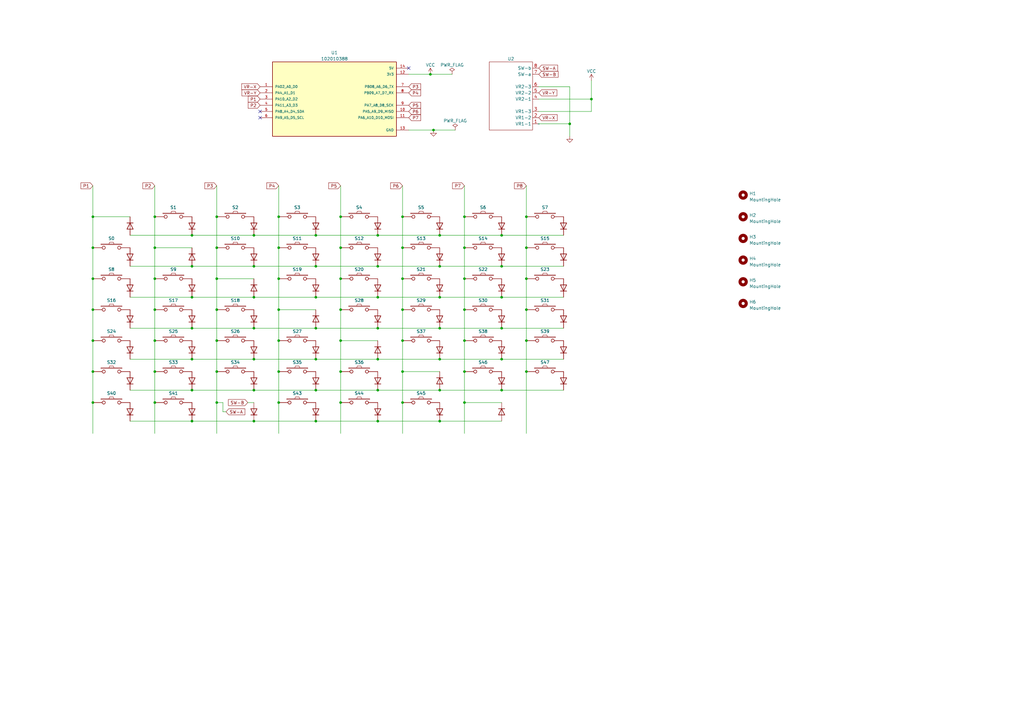
<source format=kicad_sch>
(kicad_sch (version 20230121) (generator eeschema)

  (uuid bfbdd92b-7f71-4ad3-b5e3-05abfda92e0a)

  (paper "A3")

  (lib_symbols
    (symbol "Diode:1N4148" (pin_numbers hide) (pin_names hide) (in_bom yes) (on_board yes)
      (property "Reference" "D" (at 0 2.54 0)
        (effects (font (size 1.27 1.27)))
      )
      (property "Value" "1N4148" (at 0 -2.54 0)
        (effects (font (size 1.27 1.27)))
      )
      (property "Footprint" "Diode_THT:D_DO-35_SOD27_P7.62mm_Horizontal" (at 0 0 0)
        (effects (font (size 1.27 1.27)) hide)
      )
      (property "Datasheet" "https://assets.nexperia.com/documents/data-sheet/1N4148_1N4448.pdf" (at 0 0 0)
        (effects (font (size 1.27 1.27)) hide)
      )
      (property "Sim.Device" "D" (at 0 0 0)
        (effects (font (size 1.27 1.27)) hide)
      )
      (property "Sim.Pins" "1=K 2=A" (at 0 0 0)
        (effects (font (size 1.27 1.27)) hide)
      )
      (property "ki_keywords" "diode" (at 0 0 0)
        (effects (font (size 1.27 1.27)) hide)
      )
      (property "ki_description" "100V 0.15A standard switching diode, DO-35" (at 0 0 0)
        (effects (font (size 1.27 1.27)) hide)
      )
      (property "ki_fp_filters" "D*DO?35*" (at 0 0 0)
        (effects (font (size 1.27 1.27)) hide)
      )
      (symbol "1N4148_0_1"
        (polyline
          (pts
            (xy -1.27 1.27)
            (xy -1.27 -1.27)
          )
          (stroke (width 0.254) (type default))
          (fill (type none))
        )
        (polyline
          (pts
            (xy 1.27 0)
            (xy -1.27 0)
          )
          (stroke (width 0) (type default))
          (fill (type none))
        )
        (polyline
          (pts
            (xy 1.27 1.27)
            (xy 1.27 -1.27)
            (xy -1.27 0)
            (xy 1.27 1.27)
          )
          (stroke (width 0.254) (type default))
          (fill (type none))
        )
      )
      (symbol "1N4148_1_1"
        (pin passive line (at -3.81 0 0) (length 2.54)
          (name "K" (effects (font (size 1.27 1.27))))
          (number "1" (effects (font (size 1.27 1.27))))
        )
        (pin passive line (at 3.81 0 180) (length 2.54)
          (name "A" (effects (font (size 1.27 1.27))))
          (number "2" (effects (font (size 1.27 1.27))))
        )
      )
    )
    (symbol "Mechanical:MountingHole" (pin_names (offset 1.016)) (in_bom yes) (on_board yes)
      (property "Reference" "H" (at 0 5.08 0)
        (effects (font (size 1.27 1.27)))
      )
      (property "Value" "MountingHole" (at 0 3.175 0)
        (effects (font (size 1.27 1.27)))
      )
      (property "Footprint" "" (at 0 0 0)
        (effects (font (size 1.27 1.27)) hide)
      )
      (property "Datasheet" "~" (at 0 0 0)
        (effects (font (size 1.27 1.27)) hide)
      )
      (property "ki_keywords" "mounting hole" (at 0 0 0)
        (effects (font (size 1.27 1.27)) hide)
      )
      (property "ki_description" "Mounting Hole without connection" (at 0 0 0)
        (effects (font (size 1.27 1.27)) hide)
      )
      (property "ki_fp_filters" "MountingHole*" (at 0 0 0)
        (effects (font (size 1.27 1.27)) hide)
      )
      (symbol "MountingHole_0_1"
        (circle (center 0 0) (radius 1.27)
          (stroke (width 1.27) (type default))
          (fill (type none))
        )
      )
    )
    (symbol "foostan/kbd:SW_PUSH" (pin_numbers hide) (pin_names (offset 1.016) hide) (in_bom yes) (on_board yes)
      (property "Reference" "SW" (at 3.81 2.794 0)
        (effects (font (size 1.27 1.27)))
      )
      (property "Value" "SW_PUSH" (at 0 -2.032 0)
        (effects (font (size 1.27 1.27)))
      )
      (property "Footprint" "" (at 0 0 0)
        (effects (font (size 1.27 1.27)))
      )
      (property "Datasheet" "" (at 0 0 0)
        (effects (font (size 1.27 1.27)))
      )
      (symbol "SW_PUSH_0_1"
        (rectangle (start -4.318 1.27) (end 4.318 1.524)
          (stroke (width 0) (type solid))
          (fill (type none))
        )
        (polyline
          (pts
            (xy -1.016 1.524)
            (xy -0.762 2.286)
            (xy 0.762 2.286)
            (xy 1.016 1.524)
          )
          (stroke (width 0) (type solid))
          (fill (type none))
        )
        (pin passive inverted (at -7.62 0 0) (length 5.08)
          (name "1" (effects (font (size 1.27 1.27))))
          (number "1" (effects (font (size 1.27 1.27))))
        )
        (pin passive inverted (at 7.62 0 180) (length 5.08)
          (name "2" (effects (font (size 1.27 1.27))))
          (number "2" (effects (font (size 1.27 1.27))))
        )
      )
    )
    (symbol "power:GND" (power) (pin_names (offset 0)) (in_bom yes) (on_board yes)
      (property "Reference" "#PWR" (at 0 -6.35 0)
        (effects (font (size 1.27 1.27)) hide)
      )
      (property "Value" "GND" (at 0 -3.81 0)
        (effects (font (size 1.27 1.27)))
      )
      (property "Footprint" "" (at 0 0 0)
        (effects (font (size 1.27 1.27)) hide)
      )
      (property "Datasheet" "" (at 0 0 0)
        (effects (font (size 1.27 1.27)) hide)
      )
      (property "ki_keywords" "global power" (at 0 0 0)
        (effects (font (size 1.27 1.27)) hide)
      )
      (property "ki_description" "Power symbol creates a global label with name \"GND\" , ground" (at 0 0 0)
        (effects (font (size 1.27 1.27)) hide)
      )
      (symbol "GND_0_1"
        (polyline
          (pts
            (xy 0 0)
            (xy 0 -1.27)
            (xy 1.27 -1.27)
            (xy 0 -2.54)
            (xy -1.27 -1.27)
            (xy 0 -1.27)
          )
          (stroke (width 0) (type default))
          (fill (type none))
        )
      )
      (symbol "GND_1_1"
        (pin power_in line (at 0 0 270) (length 0) hide
          (name "GND" (effects (font (size 1.27 1.27))))
          (number "1" (effects (font (size 1.27 1.27))))
        )
      )
    )
    (symbol "power:PWR_FLAG" (power) (pin_numbers hide) (pin_names (offset 0) hide) (in_bom yes) (on_board yes)
      (property "Reference" "#FLG" (at 0 1.905 0)
        (effects (font (size 1.27 1.27)) hide)
      )
      (property "Value" "PWR_FLAG" (at 0 3.81 0)
        (effects (font (size 1.27 1.27)))
      )
      (property "Footprint" "" (at 0 0 0)
        (effects (font (size 1.27 1.27)) hide)
      )
      (property "Datasheet" "~" (at 0 0 0)
        (effects (font (size 1.27 1.27)) hide)
      )
      (property "ki_keywords" "flag power" (at 0 0 0)
        (effects (font (size 1.27 1.27)) hide)
      )
      (property "ki_description" "Special symbol for telling ERC where power comes from" (at 0 0 0)
        (effects (font (size 1.27 1.27)) hide)
      )
      (symbol "PWR_FLAG_0_0"
        (pin power_out line (at 0 0 90) (length 0)
          (name "pwr" (effects (font (size 1.27 1.27))))
          (number "1" (effects (font (size 1.27 1.27))))
        )
      )
      (symbol "PWR_FLAG_0_1"
        (polyline
          (pts
            (xy 0 0)
            (xy 0 1.27)
            (xy -1.016 1.905)
            (xy 0 2.54)
            (xy 1.016 1.905)
            (xy 0 1.27)
          )
          (stroke (width 0) (type default))
          (fill (type none))
        )
      )
    )
    (symbol "power:VCC" (power) (pin_names (offset 0)) (in_bom yes) (on_board yes)
      (property "Reference" "#PWR" (at 0 -3.81 0)
        (effects (font (size 1.27 1.27)) hide)
      )
      (property "Value" "VCC" (at 0 3.81 0)
        (effects (font (size 1.27 1.27)))
      )
      (property "Footprint" "" (at 0 0 0)
        (effects (font (size 1.27 1.27)) hide)
      )
      (property "Datasheet" "" (at 0 0 0)
        (effects (font (size 1.27 1.27)) hide)
      )
      (property "ki_keywords" "global power" (at 0 0 0)
        (effects (font (size 1.27 1.27)) hide)
      )
      (property "ki_description" "Power symbol creates a global label with name \"VCC\"" (at 0 0 0)
        (effects (font (size 1.27 1.27)) hide)
      )
      (symbol "VCC_0_1"
        (polyline
          (pts
            (xy -0.762 1.27)
            (xy 0 2.54)
          )
          (stroke (width 0) (type default))
          (fill (type none))
        )
        (polyline
          (pts
            (xy 0 0)
            (xy 0 2.54)
          )
          (stroke (width 0) (type default))
          (fill (type none))
        )
        (polyline
          (pts
            (xy 0 2.54)
            (xy 0.762 1.27)
          )
          (stroke (width 0) (type default))
          (fill (type none))
        )
      )
      (symbol "VCC_1_1"
        (pin power_in line (at 0 0 90) (length 0) hide
          (name "VCC" (effects (font (size 1.27 1.27))))
          (number "1" (effects (font (size 1.27 1.27))))
        )
      )
    )
    (symbol "xiao:102010388" (pin_names (offset 1.016)) (in_bom yes) (on_board yes)
      (property "Reference" "U" (at -25.4 16.002 0)
        (effects (font (size 1.27 1.27)) (justify left bottom))
      )
      (property "Value" "102010388" (at -25.4 -17.78 0)
        (effects (font (size 1.27 1.27)) (justify left bottom))
      )
      (property "Footprint" "MODULE_102010388" (at 0 0 0)
        (effects (font (size 1.27 1.27)) (justify bottom) hide)
      )
      (property "Datasheet" "" (at 0 0 0)
        (effects (font (size 1.27 1.27)) hide)
      )
      (property "PARTREV" "N/A" (at 0 0 0)
        (effects (font (size 1.27 1.27)) (justify bottom) hide)
      )
      (property "STANDARD" "Manufacturer Recommendations" (at 0 0 0)
        (effects (font (size 1.27 1.27)) (justify bottom) hide)
      )
      (property "MANUFACTURER" "Seeed Technology" (at 0 0 0)
        (effects (font (size 1.27 1.27)) (justify bottom) hide)
      )
      (property "MAXIMUM_PACKAGE_HEIGHT" "N/A" (at 0 0 0)
        (effects (font (size 1.27 1.27)) (justify bottom) hide)
      )
      (property "SNAPEDA_PN" "102010388" (at 0 0 0)
        (effects (font (size 1.27 1.27)) (justify bottom) hide)
      )
      (symbol "102010388_0_0"
        (rectangle (start -25.4 -15.24) (end 25.4 15.24)
          (stroke (width 0.254) (type default))
          (fill (type background))
        )
        (pin bidirectional line (at -30.48 5.08 0) (length 5.08)
          (name "PA02_A0_D0" (effects (font (size 1.016 1.016))))
          (number "1" (effects (font (size 1.016 1.016))))
        )
        (pin bidirectional line (at 30.48 -5.08 180) (length 5.08)
          (name "PA5_A9_D9_MISO" (effects (font (size 1.016 1.016))))
          (number "10" (effects (font (size 1.016 1.016))))
        )
        (pin bidirectional line (at 30.48 -7.62 180) (length 5.08)
          (name "PA6_A10_D10_MOSI" (effects (font (size 1.016 1.016))))
          (number "11" (effects (font (size 1.016 1.016))))
        )
        (pin power_in line (at 30.48 10.16 180) (length 5.08)
          (name "3V3" (effects (font (size 1.016 1.016))))
          (number "12" (effects (font (size 1.016 1.016))))
        )
        (pin power_in line (at 30.48 -12.7 180) (length 5.08)
          (name "GND" (effects (font (size 1.016 1.016))))
          (number "13" (effects (font (size 1.016 1.016))))
        )
        (pin power_in line (at 30.48 12.7 180) (length 5.08)
          (name "5V" (effects (font (size 1.016 1.016))))
          (number "14" (effects (font (size 1.016 1.016))))
        )
        (pin bidirectional line (at -30.48 2.54 0) (length 5.08)
          (name "PA4_A1_D1" (effects (font (size 1.016 1.016))))
          (number "2" (effects (font (size 1.016 1.016))))
        )
        (pin bidirectional line (at -30.48 0 0) (length 5.08)
          (name "PA10_A2_D2" (effects (font (size 1.016 1.016))))
          (number "3" (effects (font (size 1.016 1.016))))
        )
        (pin bidirectional line (at -30.48 -2.54 0) (length 5.08)
          (name "PA11_A3_D3" (effects (font (size 1.016 1.016))))
          (number "4" (effects (font (size 1.016 1.016))))
        )
        (pin bidirectional line (at -30.48 -5.08 0) (length 5.08)
          (name "PA8_A4_D4_SDA" (effects (font (size 1.016 1.016))))
          (number "5" (effects (font (size 1.016 1.016))))
        )
        (pin bidirectional line (at -30.48 -7.62 0) (length 5.08)
          (name "PA9_A5_D5_SCL" (effects (font (size 1.016 1.016))))
          (number "6" (effects (font (size 1.016 1.016))))
        )
        (pin bidirectional line (at 30.48 5.08 180) (length 5.08)
          (name "PB08_A6_D6_TX" (effects (font (size 1.016 1.016))))
          (number "7" (effects (font (size 1.016 1.016))))
        )
        (pin bidirectional line (at 30.48 2.54 180) (length 5.08)
          (name "PB09_A7_D7_RX" (effects (font (size 1.016 1.016))))
          (number "8" (effects (font (size 1.016 1.016))))
        )
        (pin bidirectional line (at 30.48 -2.54 180) (length 5.08)
          (name "PA7_A8_D8_SCK" (effects (font (size 1.016 1.016))))
          (number "9" (effects (font (size 1.016 1.016))))
        )
      )
    )
    (symbol "xiao:RKJXV122400R" (in_bom yes) (on_board yes)
      (property "Reference" "U" (at -10.16 -5.08 0)
        (effects (font (size 1.27 1.27)))
      )
      (property "Value" "" (at 0 0 0)
        (effects (font (size 1.27 1.27)))
      )
      (property "Footprint" "" (at 0 0 0)
        (effects (font (size 1.27 1.27)) hide)
      )
      (property "Datasheet" "" (at 0 0 0)
        (effects (font (size 1.27 1.27)) hide)
      )
      (symbol "RKJXV122400R_0_1"
        (rectangle (start -20.32 25.4) (end -2.54 -2.54)
          (stroke (width 0) (type default))
          (fill (type none))
        )
      )
      (symbol "RKJXV122400R_1_1"
        (pin input line (at 0 0 180) (length 2.54)
          (name "VR1-1" (effects (font (size 1.27 1.27))))
          (number "1" (effects (font (size 1.27 1.27))))
        )
        (pin input line (at 0 2.54 180) (length 2.54)
          (name "VR1-2" (effects (font (size 1.27 1.27))))
          (number "2" (effects (font (size 1.27 1.27))))
        )
        (pin input line (at 0 5.08 180) (length 2.54)
          (name "VR1-3" (effects (font (size 1.27 1.27))))
          (number "3" (effects (font (size 1.27 1.27))))
        )
        (pin input line (at 0 10.16 180) (length 2.54)
          (name "VR2-1" (effects (font (size 1.27 1.27))))
          (number "4" (effects (font (size 1.27 1.27))))
        )
        (pin input line (at 0 12.7 180) (length 2.54)
          (name "VR2-2" (effects (font (size 1.27 1.27))))
          (number "5" (effects (font (size 1.27 1.27))))
        )
        (pin input line (at 0 15.24 180) (length 2.54)
          (name "VR2-3" (effects (font (size 1.27 1.27))))
          (number "6" (effects (font (size 1.27 1.27))))
        )
        (pin input line (at 0 20.32 180) (length 2.54)
          (name "SW-a" (effects (font (size 1.27 1.27))))
          (number "7" (effects (font (size 1.27 1.27))))
        )
        (pin input line (at 0 22.86 180) (length 2.54)
          (name "SW-b" (effects (font (size 1.27 1.27))))
          (number "8" (effects (font (size 1.27 1.27))))
        )
      )
    )
  )


  (junction (at 205.74 160.02) (diameter 0) (color 0 0 0 0)
    (uuid 02e789b3-568c-4ede-aa71-fbbc92791471)
  )
  (junction (at 176.53 30.48) (diameter 0) (color 0 0 0 0)
    (uuid 0430dd5e-9a2e-4537-aaf2-f0e4a03110d9)
  )
  (junction (at 63.5 127) (diameter 0) (color 0 0 0 0)
    (uuid 08bf915e-9f6b-4fa5-bd72-46af1c603754)
  )
  (junction (at 215.9 127) (diameter 0) (color 0 0 0 0)
    (uuid 0dfbad2a-d183-4ba9-807e-3ce72b2cc234)
  )
  (junction (at 139.7 101.6) (diameter 0) (color 0 0 0 0)
    (uuid 0f08b8e2-1db3-407c-bccf-0a80202ccdcd)
  )
  (junction (at 139.7 139.7) (diameter 0) (color 0 0 0 0)
    (uuid 0f3fdaf7-c9ae-4d9c-9a4f-3de5156022af)
  )
  (junction (at 88.9 114.3) (diameter 0) (color 0 0 0 0)
    (uuid 0f6bde25-86c9-498f-8a9d-fd00d4d9ec25)
  )
  (junction (at 215.9 114.3) (diameter 0) (color 0 0 0 0)
    (uuid 12ffa0e4-10ef-4df0-9ca4-9e5783ed0cea)
  )
  (junction (at 180.34 147.32) (diameter 0) (color 0 0 0 0)
    (uuid 17f4a408-32bb-4c94-936b-1d7db9d6548f)
  )
  (junction (at 63.5 88.9) (diameter 0) (color 0 0 0 0)
    (uuid 1a142c44-9ea5-4abd-a915-4db74e256e35)
  )
  (junction (at 129.54 109.22) (diameter 0) (color 0 0 0 0)
    (uuid 250710c6-9a17-4b07-8085-cb134ff07b52)
  )
  (junction (at 154.94 121.92) (diameter 0) (color 0 0 0 0)
    (uuid 25686206-e206-48de-89ff-cf3eac35a588)
  )
  (junction (at 114.3 88.9) (diameter 0) (color 0 0 0 0)
    (uuid 2c2c69e0-f2b4-49fa-a7fd-2b2b56570c96)
  )
  (junction (at 114.3 165.1) (diameter 0) (color 0 0 0 0)
    (uuid 2c5280e3-6034-4a11-8904-a97546cbf811)
  )
  (junction (at 242.57 40.64) (diameter 0) (color 0 0 0 0)
    (uuid 2d3d1de7-9f04-4493-a4e4-69110f114f68)
  )
  (junction (at 205.74 109.22) (diameter 0) (color 0 0 0 0)
    (uuid 2e733dc6-8a49-4b37-907f-2d8984b1d933)
  )
  (junction (at 129.54 172.72) (diameter 0) (color 0 0 0 0)
    (uuid 2ffdc9e0-cc9d-4e52-9f59-80395ee0787c)
  )
  (junction (at 78.74 147.32) (diameter 0) (color 0 0 0 0)
    (uuid 327a0162-b75f-4361-96e6-d116e4879375)
  )
  (junction (at 190.5 114.3) (diameter 0) (color 0 0 0 0)
    (uuid 3588380d-f5c5-46bb-b2ad-c7bb7addcdae)
  )
  (junction (at 190.5 88.9) (diameter 0) (color 0 0 0 0)
    (uuid 3647c306-1aa6-4b5a-89be-c74d1bfe2a16)
  )
  (junction (at 88.9 139.7) (diameter 0) (color 0 0 0 0)
    (uuid 37455a15-96f6-4c50-a4e3-4249aa840d82)
  )
  (junction (at 114.3 101.6) (diameter 0) (color 0 0 0 0)
    (uuid 39e42d9f-3d29-46f7-b7ad-0c61c340ef99)
  )
  (junction (at 129.54 160.02) (diameter 0) (color 0 0 0 0)
    (uuid 3c8d7d93-b44d-49d0-a7bc-56b6b451bb87)
  )
  (junction (at 165.1 127) (diameter 0) (color 0 0 0 0)
    (uuid 3c95a75f-d311-4686-930e-335e104d9ab1)
  )
  (junction (at 139.7 165.1) (diameter 0) (color 0 0 0 0)
    (uuid 40517f5b-9048-49f5-9528-6e1e994663eb)
  )
  (junction (at 180.34 160.02) (diameter 0) (color 0 0 0 0)
    (uuid 41469486-c43d-4e7a-b30e-4afc1fc5524c)
  )
  (junction (at 129.54 134.62) (diameter 0) (color 0 0 0 0)
    (uuid 45403ebc-24f3-4f91-aee4-dff442e19976)
  )
  (junction (at 165.1 114.3) (diameter 0) (color 0 0 0 0)
    (uuid 4a8b440a-a986-4b17-b3a8-588fa1296541)
  )
  (junction (at 205.74 96.52) (diameter 0) (color 0 0 0 0)
    (uuid 4aa938d7-33f1-4442-8369-a47d6c78f8b3)
  )
  (junction (at 180.34 109.22) (diameter 0) (color 0 0 0 0)
    (uuid 5248c690-b920-40a9-8363-d159dbfb7cce)
  )
  (junction (at 205.74 147.32) (diameter 0) (color 0 0 0 0)
    (uuid 55439eeb-fbef-4e38-98c8-4cef129ce423)
  )
  (junction (at 104.14 109.22) (diameter 0) (color 0 0 0 0)
    (uuid 5a4f1211-6c99-4e4c-ae24-8b54700dd631)
  )
  (junction (at 38.1 127) (diameter 0) (color 0 0 0 0)
    (uuid 5c9bf9d2-0fe8-4d70-bd52-a37b41401274)
  )
  (junction (at 88.9 127) (diameter 0) (color 0 0 0 0)
    (uuid 6046db0a-6129-45a4-bc61-104c5a4cf9ee)
  )
  (junction (at 233.68 50.8) (diameter 0) (color 0 0 0 0)
    (uuid 67f112d8-8786-43f3-ba5b-e714b22fa199)
  )
  (junction (at 154.94 134.62) (diameter 0) (color 0 0 0 0)
    (uuid 699c5d01-f67e-4a6a-88ab-4ce4a7cd3d17)
  )
  (junction (at 78.74 109.22) (diameter 0) (color 0 0 0 0)
    (uuid 69f67bf7-a0dc-46ff-9191-b1e7c86256c7)
  )
  (junction (at 205.74 134.62) (diameter 0) (color 0 0 0 0)
    (uuid 6b21efc7-1da8-4852-ac00-3aec14d11414)
  )
  (junction (at 215.9 88.9) (diameter 0) (color 0 0 0 0)
    (uuid 6d7f9e06-6065-46fa-b0ca-2ee9dadf4798)
  )
  (junction (at 190.5 101.6) (diameter 0) (color 0 0 0 0)
    (uuid 71f2ae15-9365-4588-b866-505769b4e615)
  )
  (junction (at 129.54 96.52) (diameter 0) (color 0 0 0 0)
    (uuid 7409bced-3575-4e7c-8757-2e34f46ce99a)
  )
  (junction (at 165.1 88.9) (diameter 0) (color 0 0 0 0)
    (uuid 768c6721-7de0-4a97-95f7-119d468bdc9e)
  )
  (junction (at 139.7 88.9) (diameter 0) (color 0 0 0 0)
    (uuid 77465d68-cc3f-47ca-8323-0f232d30fc2b)
  )
  (junction (at 104.14 172.72) (diameter 0) (color 0 0 0 0)
    (uuid 7ed3a67d-e5be-4d5d-93e7-9a215544328d)
  )
  (junction (at 104.14 96.52) (diameter 0) (color 0 0 0 0)
    (uuid 7f70605d-0b9e-45c3-845d-f7a1050a1860)
  )
  (junction (at 63.5 114.3) (diameter 0) (color 0 0 0 0)
    (uuid 80b42b42-597c-4e52-8033-0d2e195c0b87)
  )
  (junction (at 38.1 114.3) (diameter 0) (color 0 0 0 0)
    (uuid 81c058b0-dfb0-4ef2-9e0a-f0364377a3e4)
  )
  (junction (at 88.9 165.1) (diameter 0) (color 0 0 0 0)
    (uuid 830de9fb-8208-43df-82cd-08bb4c5ee5db)
  )
  (junction (at 154.94 172.72) (diameter 0) (color 0 0 0 0)
    (uuid 865b278f-d977-4b2f-914b-cde7f5c2bce6)
  )
  (junction (at 38.1 101.6) (diameter 0) (color 0 0 0 0)
    (uuid 8a726c68-b840-44e2-bbb1-1deceafdd837)
  )
  (junction (at 88.9 101.6) (diameter 0) (color 0 0 0 0)
    (uuid 8c2d9c8a-a821-4ad7-b2e1-aca691644362)
  )
  (junction (at 78.74 96.52) (diameter 0) (color 0 0 0 0)
    (uuid 8c615226-1330-4cab-9eb4-1f86532f5abb)
  )
  (junction (at 190.5 152.4) (diameter 0) (color 0 0 0 0)
    (uuid 8c797692-0ecf-4ab5-b66c-24f1e213325b)
  )
  (junction (at 154.94 109.22) (diameter 0) (color 0 0 0 0)
    (uuid 915c368f-c9c4-460a-accd-2027dd7c32c5)
  )
  (junction (at 139.7 114.3) (diameter 0) (color 0 0 0 0)
    (uuid 943fe531-fd21-4144-a822-fbc2be40eaa2)
  )
  (junction (at 114.3 127) (diameter 0) (color 0 0 0 0)
    (uuid 955dd779-e0bf-4750-bbc6-d6690e5c518c)
  )
  (junction (at 114.3 114.3) (diameter 0) (color 0 0 0 0)
    (uuid 982f9daa-82ab-4cfe-a8c5-cf5707f055e9)
  )
  (junction (at 38.1 139.7) (diameter 0) (color 0 0 0 0)
    (uuid 9cb6a523-91a3-4c37-a4c3-11a40e669af6)
  )
  (junction (at 104.14 147.32) (diameter 0) (color 0 0 0 0)
    (uuid 9e0d393b-ca4d-4528-8f26-a4f47002b35f)
  )
  (junction (at 38.1 165.1) (diameter 0) (color 0 0 0 0)
    (uuid a115588d-6179-44ee-9912-a184fd603a57)
  )
  (junction (at 38.1 88.9) (diameter 0) (color 0 0 0 0)
    (uuid a87e2ad2-fa9a-4493-bb24-0932706822d0)
  )
  (junction (at 139.7 127) (diameter 0) (color 0 0 0 0)
    (uuid ab4a8028-d504-4c24-8b5f-e5af89b2969b)
  )
  (junction (at 190.5 139.7) (diameter 0) (color 0 0 0 0)
    (uuid ad629aa2-dc81-4b9c-aaad-7d18cc8abc03)
  )
  (junction (at 63.5 165.1) (diameter 0) (color 0 0 0 0)
    (uuid b0c2a269-0559-4cbc-8cfd-100c90ce63ee)
  )
  (junction (at 154.94 160.02) (diameter 0) (color 0 0 0 0)
    (uuid b1b7ac11-b1f8-4a0a-b26e-7ca2c0f5ad5d)
  )
  (junction (at 139.7 152.4) (diameter 0) (color 0 0 0 0)
    (uuid be2ebc4b-3d8c-42db-8043-686c0abae992)
  )
  (junction (at 205.74 121.92) (diameter 0) (color 0 0 0 0)
    (uuid be7fb2a1-802b-4580-866d-29185bbdf5c3)
  )
  (junction (at 215.9 101.6) (diameter 0) (color 0 0 0 0)
    (uuid c17efae6-2a10-4eb0-ad32-83d5ba5f1bba)
  )
  (junction (at 88.9 88.9) (diameter 0) (color 0 0 0 0)
    (uuid c2c4c468-caa5-41a3-a71a-70d48e594f4a)
  )
  (junction (at 180.34 172.72) (diameter 0) (color 0 0 0 0)
    (uuid c49fec4f-60d1-4de7-8283-d8195112b559)
  )
  (junction (at 104.14 160.02) (diameter 0) (color 0 0 0 0)
    (uuid c561acb5-e44b-4196-9e12-221d847d1100)
  )
  (junction (at 114.3 152.4) (diameter 0) (color 0 0 0 0)
    (uuid c6192d64-e352-4982-b082-c4db5457ab07)
  )
  (junction (at 154.94 147.32) (diameter 0) (color 0 0 0 0)
    (uuid c96c6710-a7c8-40d1-9bd3-e785581efe6d)
  )
  (junction (at 165.1 101.6) (diameter 0) (color 0 0 0 0)
    (uuid ca4736f2-2a18-4dc0-ac0e-47c0185eb45c)
  )
  (junction (at 104.14 121.92) (diameter 0) (color 0 0 0 0)
    (uuid ca8688e8-c2a0-42b5-9df7-d6bd093cc191)
  )
  (junction (at 180.34 96.52) (diameter 0) (color 0 0 0 0)
    (uuid cb8ed482-b934-49a8-8777-1bb97345035c)
  )
  (junction (at 165.1 165.1) (diameter 0) (color 0 0 0 0)
    (uuid cd2c7d34-398d-4a25-aa89-99f748656b3a)
  )
  (junction (at 78.74 121.92) (diameter 0) (color 0 0 0 0)
    (uuid cd5e8284-c5cb-4e85-bbd2-dce6627f4e2c)
  )
  (junction (at 190.5 165.1) (diameter 0) (color 0 0 0 0)
    (uuid cdd6c956-e660-43a6-bb10-b1aab50e0f63)
  )
  (junction (at 78.74 172.72) (diameter 0) (color 0 0 0 0)
    (uuid ceffa8e3-9cf8-4115-b67b-56f79c092e14)
  )
  (junction (at 78.74 160.02) (diameter 0) (color 0 0 0 0)
    (uuid d094a9f8-fc47-411a-a6b3-e5a968da32d2)
  )
  (junction (at 63.5 152.4) (diameter 0) (color 0 0 0 0)
    (uuid d24422c7-a2de-4e98-9aaf-ca098343dc87)
  )
  (junction (at 165.1 139.7) (diameter 0) (color 0 0 0 0)
    (uuid d4365a7b-47f4-4a35-981c-8ecf2e7ddfbb)
  )
  (junction (at 129.54 147.32) (diameter 0) (color 0 0 0 0)
    (uuid d4cbd34e-5f5f-43ba-be1f-ecb0aa223038)
  )
  (junction (at 38.1 152.4) (diameter 0) (color 0 0 0 0)
    (uuid d5bcd6d6-6fdd-4493-8d93-fe3075e563fe)
  )
  (junction (at 215.9 139.7) (diameter 0) (color 0 0 0 0)
    (uuid d71ade05-12e4-42da-a433-c9604192f819)
  )
  (junction (at 129.54 121.92) (diameter 0) (color 0 0 0 0)
    (uuid d9bfed59-f34a-40a9-99e2-0242c74303f0)
  )
  (junction (at 177.8 53.34) (diameter 0) (color 0 0 0 0)
    (uuid dc392ec1-0073-4ac0-a118-ecd9ab89e85b)
  )
  (junction (at 154.94 96.52) (diameter 0) (color 0 0 0 0)
    (uuid e177c53f-a1f7-4757-9429-818618e115f8)
  )
  (junction (at 104.14 134.62) (diameter 0) (color 0 0 0 0)
    (uuid e26422a4-485f-4f6f-b83c-77e66d27543e)
  )
  (junction (at 190.5 127) (diameter 0) (color 0 0 0 0)
    (uuid e32e342c-1c58-4c2c-a231-facae2327875)
  )
  (junction (at 88.9 152.4) (diameter 0) (color 0 0 0 0)
    (uuid e52436b2-f44d-401b-ae6c-f1f623de5a12)
  )
  (junction (at 215.9 152.4) (diameter 0) (color 0 0 0 0)
    (uuid e7e8d029-c299-4f52-bf1d-f82341e529e5)
  )
  (junction (at 63.5 139.7) (diameter 0) (color 0 0 0 0)
    (uuid ea87f603-7269-446a-8cc5-0aa02f8e0099)
  )
  (junction (at 180.34 134.62) (diameter 0) (color 0 0 0 0)
    (uuid eaf874a3-c96c-4695-860f-6f9192a0d18b)
  )
  (junction (at 180.34 121.92) (diameter 0) (color 0 0 0 0)
    (uuid eb93bf3f-8947-4e89-9a06-c58bb15a7f1a)
  )
  (junction (at 63.5 101.6) (diameter 0) (color 0 0 0 0)
    (uuid ed520263-4f9e-4583-84ce-9955e31b0716)
  )
  (junction (at 114.3 139.7) (diameter 0) (color 0 0 0 0)
    (uuid f55d2688-ad15-445e-a6d4-89f9c99c2eeb)
  )
  (junction (at 78.74 134.62) (diameter 0) (color 0 0 0 0)
    (uuid f62ce5ac-614b-4145-9a54-a50640c2e47a)
  )
  (junction (at 165.1 152.4) (diameter 0) (color 0 0 0 0)
    (uuid fcee884f-a625-41c1-8ea1-c902484da6c3)
  )

  (no_connect (at 106.68 48.26) (uuid 2de37904-d977-4992-9b33-8ccfd5e577a1))
  (no_connect (at 167.64 27.94) (uuid 93aa12f0-c275-477a-a536-cb548cb68685))
  (no_connect (at 106.68 45.72) (uuid c1677d6e-1158-4168-9d48-4262c3978b43))

  (wire (pts (xy 167.64 30.48) (xy 176.53 30.48))
    (stroke (width 0) (type default))
    (uuid 01381146-672c-4fad-9e75-1b3782082fdf)
  )
  (wire (pts (xy 190.5 152.4) (xy 190.5 165.1))
    (stroke (width 0) (type default))
    (uuid 02cb9a25-88f9-4153-9c4f-b22b511572e4)
  )
  (wire (pts (xy 139.7 76.2) (xy 139.7 88.9))
    (stroke (width 0) (type default))
    (uuid 042b8b3b-b6c2-4165-a87d-608c5ab82938)
  )
  (wire (pts (xy 53.34 109.22) (xy 78.74 109.22))
    (stroke (width 0) (type default))
    (uuid 05ace665-0253-4eee-b5c2-11c016b702ad)
  )
  (wire (pts (xy 88.9 88.9) (xy 88.9 101.6))
    (stroke (width 0) (type default))
    (uuid 06e71b3d-e922-4e29-ada6-8f410c89167a)
  )
  (wire (pts (xy 190.5 76.2) (xy 190.5 88.9))
    (stroke (width 0) (type default))
    (uuid 072a04d4-e99c-4a94-b25a-61061c158a67)
  )
  (wire (pts (xy 114.3 101.6) (xy 114.3 114.3))
    (stroke (width 0) (type default))
    (uuid 0a284244-7e38-4518-b4c4-9e9518623956)
  )
  (wire (pts (xy 129.54 121.92) (xy 154.94 121.92))
    (stroke (width 0) (type default))
    (uuid 0a54c56e-3328-43d3-b132-b78d7a684ffb)
  )
  (wire (pts (xy 220.98 45.72) (xy 242.57 45.72))
    (stroke (width 0) (type default))
    (uuid 0ac16efa-ef36-4a4e-bda0-1bf985a158ac)
  )
  (wire (pts (xy 154.94 172.72) (xy 180.34 172.72))
    (stroke (width 0) (type default))
    (uuid 0bc85840-f39d-4e75-b6fc-d7165865bc30)
  )
  (wire (pts (xy 139.7 139.7) (xy 154.94 139.7))
    (stroke (width 0) (type default))
    (uuid 0dab88c8-7846-4580-a381-a4d2d320c4f6)
  )
  (wire (pts (xy 88.9 152.4) (xy 88.9 165.1))
    (stroke (width 0) (type default))
    (uuid 0ea7c1f2-8fb8-4051-82fa-71d9c2e52c8f)
  )
  (wire (pts (xy 215.9 114.3) (xy 215.9 127))
    (stroke (width 0) (type default))
    (uuid 120f041a-6e03-43dc-9776-012ff40531c0)
  )
  (wire (pts (xy 139.7 88.9) (xy 139.7 101.6))
    (stroke (width 0) (type default))
    (uuid 12c4e490-9eeb-44e8-a250-59e3d2e12dbe)
  )
  (wire (pts (xy 205.74 109.22) (xy 231.14 109.22))
    (stroke (width 0) (type default))
    (uuid 184b4677-47a9-4250-a2e2-ba6d67ccac88)
  )
  (wire (pts (xy 165.1 139.7) (xy 165.1 152.4))
    (stroke (width 0) (type default))
    (uuid 1cbb309c-6c1c-4f51-82fc-50abf15b0478)
  )
  (wire (pts (xy 53.34 121.92) (xy 78.74 121.92))
    (stroke (width 0) (type default))
    (uuid 2104f5c8-1652-41db-ba0c-a51ca6e168fc)
  )
  (wire (pts (xy 233.68 55.88) (xy 233.68 50.8))
    (stroke (width 0) (type default))
    (uuid 244c29f7-53fc-496d-b1f8-3f0e399bdc93)
  )
  (wire (pts (xy 165.1 127) (xy 165.1 139.7))
    (stroke (width 0) (type default))
    (uuid 25f58ee9-4fb1-4848-8b46-b9c4c83b4a69)
  )
  (wire (pts (xy 190.5 127) (xy 190.5 139.7))
    (stroke (width 0) (type default))
    (uuid 274ea164-94af-44b4-a3f1-3c71a1397e21)
  )
  (wire (pts (xy 190.5 165.1) (xy 205.74 165.1))
    (stroke (width 0) (type default))
    (uuid 280d43e1-a6d2-4e93-877c-4804e5b527bd)
  )
  (wire (pts (xy 180.34 121.92) (xy 205.74 121.92))
    (stroke (width 0) (type default))
    (uuid 2933acd6-0cd9-4cf7-9936-7d593d66677a)
  )
  (wire (pts (xy 180.34 160.02) (xy 205.74 160.02))
    (stroke (width 0) (type default))
    (uuid 2acfc67a-4047-4a5e-b925-480955707757)
  )
  (wire (pts (xy 38.1 127) (xy 38.1 139.7))
    (stroke (width 0) (type default))
    (uuid 2ad47738-a898-4cad-ad3d-1207a680e191)
  )
  (wire (pts (xy 205.74 147.32) (xy 231.14 147.32))
    (stroke (width 0) (type default))
    (uuid 2e8880f6-52ae-4d93-958a-d63e54e3363e)
  )
  (wire (pts (xy 38.1 76.2) (xy 38.1 88.9))
    (stroke (width 0) (type default))
    (uuid 2ff7efa0-077c-470f-8a20-f1a30b3d1fad)
  )
  (wire (pts (xy 154.94 134.62) (xy 180.34 134.62))
    (stroke (width 0) (type default))
    (uuid 3024913d-6ff1-4fde-9f96-fac22b00b33b)
  )
  (wire (pts (xy 38.1 152.4) (xy 38.1 165.1))
    (stroke (width 0) (type default))
    (uuid 317ee6a7-8746-4604-9e5e-6ca392ad2a4e)
  )
  (wire (pts (xy 38.1 165.1) (xy 38.1 177.8))
    (stroke (width 0) (type default))
    (uuid 33ed313e-4e15-4dfd-a7c6-f10eb68cc30a)
  )
  (wire (pts (xy 220.98 40.64) (xy 242.57 40.64))
    (stroke (width 0) (type default))
    (uuid 36cb3d36-2d12-4025-b520-638d5f5bea98)
  )
  (wire (pts (xy 165.1 165.1) (xy 165.1 177.8))
    (stroke (width 0) (type default))
    (uuid 3b631647-46f4-4761-9ce0-448c2ef536f1)
  )
  (wire (pts (xy 63.5 127) (xy 63.5 139.7))
    (stroke (width 0) (type default))
    (uuid 3da10aa4-219e-431c-af9d-bca1a19cce9b)
  )
  (wire (pts (xy 63.5 165.1) (xy 63.5 177.8))
    (stroke (width 0) (type default))
    (uuid 3e5c1c66-503a-459d-877c-8ee5e367f8f1)
  )
  (wire (pts (xy 129.54 96.52) (xy 154.94 96.52))
    (stroke (width 0) (type default))
    (uuid 414f0185-a5cb-4487-b13a-364babcdd9de)
  )
  (wire (pts (xy 63.5 101.6) (xy 63.5 114.3))
    (stroke (width 0) (type default))
    (uuid 44321e9c-92ec-41be-81c3-2bbfec181dfb)
  )
  (wire (pts (xy 38.1 114.3) (xy 38.1 127))
    (stroke (width 0) (type default))
    (uuid 4433b429-b673-4c03-a0d3-62979d707b46)
  )
  (wire (pts (xy 78.74 134.62) (xy 104.14 134.62))
    (stroke (width 0) (type default))
    (uuid 44a1c8bb-fb3e-4995-a062-82c4a5ea0417)
  )
  (wire (pts (xy 165.1 114.3) (xy 165.1 127))
    (stroke (width 0) (type default))
    (uuid 473fd33b-7003-4895-9718-cfb5f340393f)
  )
  (wire (pts (xy 53.34 160.02) (xy 78.74 160.02))
    (stroke (width 0) (type default))
    (uuid 478d3b53-17f5-4985-9a12-fcd7b020da18)
  )
  (wire (pts (xy 38.1 139.7) (xy 38.1 152.4))
    (stroke (width 0) (type default))
    (uuid 4cb0af32-91ea-4944-84bb-0e6737ae6e7e)
  )
  (wire (pts (xy 215.9 127) (xy 215.9 139.7))
    (stroke (width 0) (type default))
    (uuid 4d9059c8-373b-4a6d-a952-76e982bc62a8)
  )
  (wire (pts (xy 129.54 160.02) (xy 154.94 160.02))
    (stroke (width 0) (type default))
    (uuid 4f6690b2-cb2e-4412-a23a-456fd57df333)
  )
  (wire (pts (xy 167.64 53.34) (xy 177.8 53.34))
    (stroke (width 0) (type default))
    (uuid 5346fc63-ae53-4519-9b02-bd8e017acaca)
  )
  (wire (pts (xy 129.54 172.72) (xy 154.94 172.72))
    (stroke (width 0) (type default))
    (uuid 54111b1c-23fa-4684-ae2c-d8675ffe88b3)
  )
  (wire (pts (xy 88.9 114.3) (xy 88.9 127))
    (stroke (width 0) (type default))
    (uuid 5824a193-cd62-44b8-a4da-00a984838e19)
  )
  (wire (pts (xy 88.9 127) (xy 88.9 139.7))
    (stroke (width 0) (type default))
    (uuid 5ae9422f-b843-4870-b0dd-67160150e5ea)
  )
  (wire (pts (xy 78.74 160.02) (xy 104.14 160.02))
    (stroke (width 0) (type default))
    (uuid 5c7f016f-4018-4254-b369-d2ad29c783ca)
  )
  (wire (pts (xy 190.5 139.7) (xy 190.5 152.4))
    (stroke (width 0) (type default))
    (uuid 5f03c503-df0f-4182-83aa-d0dc772e58ff)
  )
  (wire (pts (xy 53.34 96.52) (xy 78.74 96.52))
    (stroke (width 0) (type default))
    (uuid 61933283-c340-4152-a3b2-cb04c4561aa6)
  )
  (wire (pts (xy 220.98 50.8) (xy 233.68 50.8))
    (stroke (width 0) (type default))
    (uuid 65a104e6-e0df-4a8e-9d90-b723738aa14f)
  )
  (wire (pts (xy 104.14 172.72) (xy 129.54 172.72))
    (stroke (width 0) (type default))
    (uuid 663bc42c-a2fb-412d-9e45-70c2c83c8702)
  )
  (wire (pts (xy 88.9 101.6) (xy 88.9 114.3))
    (stroke (width 0) (type default))
    (uuid 6a851288-03ed-4f27-889e-9c459b8eb694)
  )
  (wire (pts (xy 139.7 165.1) (xy 139.7 177.8))
    (stroke (width 0) (type default))
    (uuid 6de87305-7d96-4678-8ec7-5935f1a4f9ba)
  )
  (wire (pts (xy 104.14 134.62) (xy 129.54 134.62))
    (stroke (width 0) (type default))
    (uuid 6e00cc96-3a4b-4468-8489-82dad04a4142)
  )
  (wire (pts (xy 129.54 134.62) (xy 154.94 134.62))
    (stroke (width 0) (type default))
    (uuid 6fe537c5-5758-4136-94cc-80eb3d49ef45)
  )
  (wire (pts (xy 101.6 165.1) (xy 104.14 165.1))
    (stroke (width 0) (type default))
    (uuid 72e0868e-2556-4135-a93e-4faf39c935b3)
  )
  (wire (pts (xy 139.7 152.4) (xy 139.7 165.1))
    (stroke (width 0) (type default))
    (uuid 7415f5d6-984d-4603-b086-a2575f45483e)
  )
  (wire (pts (xy 53.34 147.32) (xy 78.74 147.32))
    (stroke (width 0) (type default))
    (uuid 77a3027b-33ae-4b80-aec9-ab395c9b34de)
  )
  (wire (pts (xy 176.53 30.48) (xy 185.42 30.48))
    (stroke (width 0) (type default))
    (uuid 78a83245-e718-487d-9337-7576452a4f7c)
  )
  (wire (pts (xy 114.3 114.3) (xy 114.3 127))
    (stroke (width 0) (type default))
    (uuid 7a9268a9-865f-4b62-b9c4-8c097cc340c3)
  )
  (wire (pts (xy 154.94 121.92) (xy 180.34 121.92))
    (stroke (width 0) (type default))
    (uuid 7ab7618c-b860-44b1-b657-065f76c62455)
  )
  (wire (pts (xy 165.1 88.9) (xy 165.1 101.6))
    (stroke (width 0) (type default))
    (uuid 7c32dc24-8641-4d6e-bd39-8cc1523a0de4)
  )
  (wire (pts (xy 114.3 127) (xy 114.3 139.7))
    (stroke (width 0) (type default))
    (uuid 81746e04-6b8e-4b50-9d5e-399f05705a9f)
  )
  (wire (pts (xy 63.5 88.9) (xy 63.5 101.6))
    (stroke (width 0) (type default))
    (uuid 8790670d-cd02-4678-bf66-c02ec3da5fb7)
  )
  (wire (pts (xy 205.74 134.62) (xy 231.14 134.62))
    (stroke (width 0) (type default))
    (uuid 88c3dcbc-beae-4924-83bf-701b6db8c735)
  )
  (wire (pts (xy 63.5 152.4) (xy 63.5 165.1))
    (stroke (width 0) (type default))
    (uuid 891eb73c-eff7-45e8-bc47-c42b55513a24)
  )
  (wire (pts (xy 190.5 114.3) (xy 190.5 127))
    (stroke (width 0) (type default))
    (uuid 9022a61e-f7a7-494d-85a2-64dcc1f82909)
  )
  (wire (pts (xy 205.74 160.02) (xy 231.14 160.02))
    (stroke (width 0) (type default))
    (uuid 90b01e9d-dadd-4c58-9afe-7f78171497f0)
  )
  (wire (pts (xy 114.3 127) (xy 129.54 127))
    (stroke (width 0) (type default))
    (uuid 90d65313-e656-46c7-9da9-3bed2a2b317d)
  )
  (wire (pts (xy 104.14 147.32) (xy 129.54 147.32))
    (stroke (width 0) (type default))
    (uuid 92c2e97b-e5a6-46e6-8b70-e760ba4c0633)
  )
  (wire (pts (xy 154.94 109.22) (xy 180.34 109.22))
    (stroke (width 0) (type default))
    (uuid 94701a24-fadd-48ef-bc99-9883b42ce056)
  )
  (wire (pts (xy 180.34 172.72) (xy 205.74 172.72))
    (stroke (width 0) (type default))
    (uuid 99716af4-1a9f-42e7-9e4e-ec5f7639608e)
  )
  (wire (pts (xy 63.5 76.2) (xy 63.5 88.9))
    (stroke (width 0) (type default))
    (uuid 997aee50-8e44-4ee9-a843-3f878be8793c)
  )
  (wire (pts (xy 114.3 88.9) (xy 114.3 101.6))
    (stroke (width 0) (type default))
    (uuid 9aef935e-daf9-47aa-a416-5fa6a8e2c367)
  )
  (wire (pts (xy 104.14 109.22) (xy 129.54 109.22))
    (stroke (width 0) (type default))
    (uuid 9d86e9e6-a2d3-4099-ba7e-d49c04e80e69)
  )
  (wire (pts (xy 104.14 96.52) (xy 129.54 96.52))
    (stroke (width 0) (type default))
    (uuid a17254bb-c982-4bd5-b1e5-7a1664172a7a)
  )
  (wire (pts (xy 139.7 127) (xy 139.7 139.7))
    (stroke (width 0) (type default))
    (uuid a1ae7b76-8ecf-4f8d-b43e-597282b9b579)
  )
  (wire (pts (xy 63.5 139.7) (xy 63.5 152.4))
    (stroke (width 0) (type default))
    (uuid a3b2dedb-3170-446a-9aeb-533da9b80ea0)
  )
  (wire (pts (xy 215.9 139.7) (xy 215.9 152.4))
    (stroke (width 0) (type default))
    (uuid a519361e-d13e-4ce7-96f1-28bc56fd3c6a)
  )
  (wire (pts (xy 180.34 147.32) (xy 205.74 147.32))
    (stroke (width 0) (type default))
    (uuid a5a64df2-3a6b-4431-af94-4390eb5ba92a)
  )
  (wire (pts (xy 154.94 96.52) (xy 180.34 96.52))
    (stroke (width 0) (type default))
    (uuid a6c65ea3-dcb9-40ff-b263-71d29432054c)
  )
  (wire (pts (xy 205.74 121.92) (xy 231.14 121.92))
    (stroke (width 0) (type default))
    (uuid a7b96b19-c897-4658-b4b2-1c5ebe4472d0)
  )
  (wire (pts (xy 165.1 152.4) (xy 180.34 152.4))
    (stroke (width 0) (type default))
    (uuid a9920f3f-25ea-4b90-ba98-9210dd9b7ede)
  )
  (wire (pts (xy 215.9 101.6) (xy 215.9 114.3))
    (stroke (width 0) (type default))
    (uuid aa40e0e5-ebe5-4de6-86c2-a8c6d7fbb25a)
  )
  (wire (pts (xy 215.9 88.9) (xy 215.9 101.6))
    (stroke (width 0) (type default))
    (uuid aa49039d-04a9-4c8f-bd42-953585130354)
  )
  (wire (pts (xy 242.57 45.72) (xy 242.57 40.64))
    (stroke (width 0) (type default))
    (uuid aabffb15-457c-44a6-a73e-24005b7dba52)
  )
  (wire (pts (xy 78.74 121.92) (xy 104.14 121.92))
    (stroke (width 0) (type default))
    (uuid acaba8b6-5cff-4596-840c-e6c48028bf7a)
  )
  (wire (pts (xy 190.5 101.6) (xy 190.5 114.3))
    (stroke (width 0) (type default))
    (uuid b13165e6-8849-40bf-b01b-d6ce4fd200a5)
  )
  (wire (pts (xy 165.1 101.6) (xy 165.1 114.3))
    (stroke (width 0) (type default))
    (uuid b14e0cbe-c5db-4f3f-bc03-65f398870fa8)
  )
  (wire (pts (xy 165.1 76.2) (xy 165.1 88.9))
    (stroke (width 0) (type default))
    (uuid b1852946-85ee-4cf4-80d3-9e1021407d6c)
  )
  (wire (pts (xy 78.74 109.22) (xy 104.14 109.22))
    (stroke (width 0) (type default))
    (uuid b3f160e5-028c-4fed-9081-f414df47b708)
  )
  (wire (pts (xy 139.7 114.3) (xy 139.7 127))
    (stroke (width 0) (type default))
    (uuid b561ac2f-322f-4e86-9fb7-ab291c6dd941)
  )
  (wire (pts (xy 180.34 96.52) (xy 205.74 96.52))
    (stroke (width 0) (type default))
    (uuid b596af31-fa1b-4597-8f6f-79bfb06ad296)
  )
  (wire (pts (xy 88.9 114.3) (xy 104.14 114.3))
    (stroke (width 0) (type default))
    (uuid b5d8574b-dbad-48d2-bb41-089f1f10de07)
  )
  (wire (pts (xy 114.3 165.1) (xy 114.3 177.8))
    (stroke (width 0) (type default))
    (uuid bdaf057a-2118-4fd6-abc6-54e6fab4aabd)
  )
  (wire (pts (xy 215.9 152.4) (xy 215.9 177.8))
    (stroke (width 0) (type default))
    (uuid be93cbbb-ced9-4827-b518-d26026f78887)
  )
  (wire (pts (xy 104.14 121.92) (xy 129.54 121.92))
    (stroke (width 0) (type default))
    (uuid c01bd966-7058-41c7-a5b1-eaba2d94a903)
  )
  (wire (pts (xy 78.74 147.32) (xy 104.14 147.32))
    (stroke (width 0) (type default))
    (uuid c7cfbc13-04d8-4050-8be9-228d69718abb)
  )
  (wire (pts (xy 88.9 139.7) (xy 88.9 152.4))
    (stroke (width 0) (type default))
    (uuid c91062c2-5f6b-4d3b-a567-cff7905567e9)
  )
  (wire (pts (xy 91.44 168.91) (xy 91.44 165.1))
    (stroke (width 0) (type default))
    (uuid cb991e61-f1a7-42e7-8d80-b64b55e0530a)
  )
  (wire (pts (xy 38.1 88.9) (xy 53.34 88.9))
    (stroke (width 0) (type default))
    (uuid cc19c0db-6057-491a-bd4b-fa336d61af11)
  )
  (wire (pts (xy 114.3 76.2) (xy 114.3 88.9))
    (stroke (width 0) (type default))
    (uuid ccae66ee-d38e-4357-bb43-9ebb5cc87c21)
  )
  (wire (pts (xy 177.8 53.34) (xy 186.69 53.34))
    (stroke (width 0) (type default))
    (uuid ccf32299-9275-4644-82eb-72341b85c0cc)
  )
  (wire (pts (xy 129.54 147.32) (xy 154.94 147.32))
    (stroke (width 0) (type default))
    (uuid cdbfdcf1-8e95-4adc-907a-920c18e5d245)
  )
  (wire (pts (xy 114.3 139.7) (xy 114.3 152.4))
    (stroke (width 0) (type default))
    (uuid cf7feab7-2a07-48de-b293-693033bcaca4)
  )
  (wire (pts (xy 205.74 96.52) (xy 231.14 96.52))
    (stroke (width 0) (type default))
    (uuid d1df2b9a-71b0-4feb-9b9c-445e1fef2819)
  )
  (wire (pts (xy 114.3 152.4) (xy 114.3 165.1))
    (stroke (width 0) (type default))
    (uuid d29c81cc-1caf-45ed-9ff6-086a78ad7ca7)
  )
  (wire (pts (xy 139.7 139.7) (xy 139.7 152.4))
    (stroke (width 0) (type default))
    (uuid d2c41fc5-9a91-4d26-bfb8-8fac4f44956c)
  )
  (wire (pts (xy 190.5 88.9) (xy 190.5 101.6))
    (stroke (width 0) (type default))
    (uuid d642466e-6447-46e2-bdc5-b6e813204d84)
  )
  (wire (pts (xy 78.74 96.52) (xy 104.14 96.52))
    (stroke (width 0) (type default))
    (uuid d759190f-eb05-420a-bb36-1e49d224ba79)
  )
  (wire (pts (xy 220.98 35.56) (xy 233.68 35.56))
    (stroke (width 0) (type default))
    (uuid d861d1b5-f27f-4992-8991-8d1520781a6e)
  )
  (wire (pts (xy 190.5 165.1) (xy 190.5 177.8))
    (stroke (width 0) (type default))
    (uuid d89c1146-d3c3-4bcb-843e-0870b5633704)
  )
  (wire (pts (xy 78.74 172.72) (xy 104.14 172.72))
    (stroke (width 0) (type default))
    (uuid db6093d3-fb81-4530-8fca-b1d24d9286fc)
  )
  (wire (pts (xy 233.68 35.56) (xy 233.68 50.8))
    (stroke (width 0) (type default))
    (uuid dc0be74b-ebf7-4028-a3d5-dc3bdd767e63)
  )
  (wire (pts (xy 180.34 134.62) (xy 205.74 134.62))
    (stroke (width 0) (type default))
    (uuid dcb793cc-60d3-41ec-aeca-451a8dd33c82)
  )
  (wire (pts (xy 139.7 101.6) (xy 139.7 114.3))
    (stroke (width 0) (type default))
    (uuid dd517ae9-7e59-4fcb-88c3-3553297264ea)
  )
  (wire (pts (xy 154.94 147.32) (xy 180.34 147.32))
    (stroke (width 0) (type default))
    (uuid def76fac-485b-4859-8f90-a3356b7a17c8)
  )
  (wire (pts (xy 215.9 76.2) (xy 215.9 88.9))
    (stroke (width 0) (type default))
    (uuid e117eea5-8414-4651-a5f0-7b04db2258d4)
  )
  (wire (pts (xy 104.14 160.02) (xy 129.54 160.02))
    (stroke (width 0) (type default))
    (uuid e2b40a1e-ac26-408b-bf5f-053dcac5bbb8)
  )
  (wire (pts (xy 63.5 114.3) (xy 63.5 127))
    (stroke (width 0) (type default))
    (uuid e2dca5ac-c28e-4124-ac83-b7f574f38355)
  )
  (wire (pts (xy 154.94 160.02) (xy 180.34 160.02))
    (stroke (width 0) (type default))
    (uuid ea3d2ac9-4c7c-411a-aaf0-fa84404252c8)
  )
  (wire (pts (xy 165.1 152.4) (xy 165.1 165.1))
    (stroke (width 0) (type default))
    (uuid ea4527f5-dd7f-4278-87e5-9dc578f2632d)
  )
  (wire (pts (xy 63.5 101.6) (xy 78.74 101.6))
    (stroke (width 0) (type default))
    (uuid ea458c3e-6948-4bc8-9cec-ce23920337e4)
  )
  (wire (pts (xy 38.1 101.6) (xy 38.1 114.3))
    (stroke (width 0) (type default))
    (uuid ecbdd41e-5130-4a71-b875-742b5f1a1315)
  )
  (wire (pts (xy 129.54 109.22) (xy 154.94 109.22))
    (stroke (width 0) (type default))
    (uuid ef978d7c-22de-4151-9360-c011aea88e6b)
  )
  (wire (pts (xy 38.1 88.9) (xy 38.1 101.6))
    (stroke (width 0) (type default))
    (uuid f019daa2-303d-45f0-b73a-ca396e492329)
  )
  (wire (pts (xy 53.34 134.62) (xy 78.74 134.62))
    (stroke (width 0) (type default))
    (uuid f269d5f5-d469-4149-9fc1-2de0cae805d0)
  )
  (wire (pts (xy 53.34 172.72) (xy 78.74 172.72))
    (stroke (width 0) (type default))
    (uuid f2b0e272-98fc-4e65-801e-2f254c336518)
  )
  (wire (pts (xy 91.44 165.1) (xy 88.9 165.1))
    (stroke (width 0) (type default))
    (uuid f7fd63c6-2eb7-465e-a74f-29f09a9e768b)
  )
  (wire (pts (xy 242.57 40.64) (xy 242.57 33.02))
    (stroke (width 0) (type default))
    (uuid fa55e6cb-07e1-4c60-9e71-515fc882365e)
  )
  (wire (pts (xy 92.71 168.91) (xy 91.44 168.91))
    (stroke (width 0) (type default))
    (uuid fbf5621e-8ec0-4e84-8663-854a101fca9d)
  )
  (wire (pts (xy 88.9 76.2) (xy 88.9 88.9))
    (stroke (width 0) (type default))
    (uuid fd968cc2-9199-408a-9c2b-a1bc822a45ed)
  )
  (wire (pts (xy 180.34 109.22) (xy 205.74 109.22))
    (stroke (width 0) (type default))
    (uuid fdfef04a-f743-4ef9-9394-d4cad48bf146)
  )
  (wire (pts (xy 88.9 165.1) (xy 88.9 177.8))
    (stroke (width 0) (type default))
    (uuid fe6fdd16-cf69-4fc1-bdcf-272966221d9e)
  )

  (global_label "P2" (shape input) (at 106.68 43.18 180) (fields_autoplaced)
    (effects (font (size 1.27 1.27)) (justify right))
    (uuid 01487e30-97db-4529-966f-7af7e66066d1)
    (property "Intersheetrefs" "${INTERSHEET_REFS}" (at 101.2947 43.18 0)
      (effects (font (size 1.27 1.27)) (justify right) hide)
    )
  )
  (global_label "P5" (shape input) (at 139.7 76.2 180) (fields_autoplaced)
    (effects (font (size 1.27 1.27)) (justify right))
    (uuid 07451117-3400-4d52-bc4e-33d03a3f124c)
    (property "Intersheetrefs" "${INTERSHEET_REFS}" (at 134.3147 76.2 0)
      (effects (font (size 1.27 1.27)) (justify right) hide)
    )
  )
  (global_label "P1" (shape input) (at 106.68 40.64 180) (fields_autoplaced)
    (effects (font (size 1.27 1.27)) (justify right))
    (uuid 0a6bc4e3-1a7b-450b-af7b-5c45f9cfcbba)
    (property "Intersheetrefs" "${INTERSHEET_REFS}" (at 101.2947 40.64 0)
      (effects (font (size 1.27 1.27)) (justify right) hide)
    )
  )
  (global_label "VR-X" (shape input) (at 220.98 48.26 0) (fields_autoplaced)
    (effects (font (size 1.27 1.27)) (justify left))
    (uuid 1006687b-87bd-4b4a-b30d-f6c856387ae5)
    (property "Intersheetrefs" "${INTERSHEET_REFS}" (at 229.0263 48.26 0)
      (effects (font (size 1.27 1.27)) (justify left) hide)
    )
  )
  (global_label "P2" (shape input) (at 63.5 76.2 180) (fields_autoplaced)
    (effects (font (size 1.27 1.27)) (justify right))
    (uuid 107ff4a2-0dca-4efa-bb03-439ea36886af)
    (property "Intersheetrefs" "${INTERSHEET_REFS}" (at 58.1147 76.2 0)
      (effects (font (size 1.27 1.27)) (justify right) hide)
    )
  )
  (global_label "P6" (shape input) (at 165.1 76.2 180) (fields_autoplaced)
    (effects (font (size 1.27 1.27)) (justify right))
    (uuid 2b24b44a-04e7-41a0-ad05-fe7ec089b36a)
    (property "Intersheetrefs" "${INTERSHEET_REFS}" (at 159.7147 76.2 0)
      (effects (font (size 1.27 1.27)) (justify right) hide)
    )
  )
  (global_label "P4" (shape input) (at 167.64 38.1 0) (fields_autoplaced)
    (effects (font (size 1.27 1.27)) (justify left))
    (uuid 3640823a-a6ee-45bc-b766-709d3b67db47)
    (property "Intersheetrefs" "${INTERSHEET_REFS}" (at 173.0253 38.1 0)
      (effects (font (size 1.27 1.27)) (justify left) hide)
    )
  )
  (global_label "P6" (shape input) (at 167.64 45.72 0) (fields_autoplaced)
    (effects (font (size 1.27 1.27)) (justify left))
    (uuid 4adf0091-4242-40ba-8d77-8d47320b2e67)
    (property "Intersheetrefs" "${INTERSHEET_REFS}" (at 173.0253 45.72 0)
      (effects (font (size 1.27 1.27)) (justify left) hide)
    )
  )
  (global_label "P8" (shape input) (at 215.9 76.2 180) (fields_autoplaced)
    (effects (font (size 1.27 1.27)) (justify right))
    (uuid 65bf8b36-46fb-4edc-a9dd-7d59fb57bc7d)
    (property "Intersheetrefs" "${INTERSHEET_REFS}" (at 210.5147 76.2 0)
      (effects (font (size 1.27 1.27)) (justify right) hide)
    )
  )
  (global_label "P3" (shape input) (at 88.9 76.2 180) (fields_autoplaced)
    (effects (font (size 1.27 1.27)) (justify right))
    (uuid 678f6caa-8774-4765-b831-5f164941114e)
    (property "Intersheetrefs" "${INTERSHEET_REFS}" (at 83.5147 76.2 0)
      (effects (font (size 1.27 1.27)) (justify right) hide)
    )
  )
  (global_label "VR-Y" (shape input) (at 220.98 38.1 0) (fields_autoplaced)
    (effects (font (size 1.27 1.27)) (justify left))
    (uuid 6e3bbf58-1cad-4a81-990b-367b7218ee6e)
    (property "Intersheetrefs" "${INTERSHEET_REFS}" (at 228.9054 38.1 0)
      (effects (font (size 1.27 1.27)) (justify left) hide)
    )
  )
  (global_label "VR-Y" (shape input) (at 106.68 38.1 180) (fields_autoplaced)
    (effects (font (size 1.27 1.27)) (justify right))
    (uuid 73916b42-7258-4f22-b760-c2e0ba5943a7)
    (property "Intersheetrefs" "${INTERSHEET_REFS}" (at 98.7546 38.1 0)
      (effects (font (size 1.27 1.27)) (justify right) hide)
    )
  )
  (global_label "SW-A" (shape input) (at 220.98 27.94 0) (fields_autoplaced)
    (effects (font (size 1.27 1.27)) (justify left))
    (uuid 7b324eae-12b0-42d6-aaad-fc415ff8f7a7)
    (property "Intersheetrefs" "${INTERSHEET_REFS}" (at 229.2077 27.94 0)
      (effects (font (size 1.27 1.27)) (justify left) hide)
    )
  )
  (global_label "SW-B" (shape input) (at 101.6 165.1 180) (fields_autoplaced)
    (effects (font (size 1.27 1.27)) (justify right))
    (uuid 8dccc82d-d616-4e9d-a549-9c018f7f41f4)
    (property "Intersheetrefs" "${INTERSHEET_REFS}" (at 93.1909 165.1 0)
      (effects (font (size 1.27 1.27)) (justify right) hide)
    )
  )
  (global_label "P3" (shape input) (at 167.64 35.56 0) (fields_autoplaced)
    (effects (font (size 1.27 1.27)) (justify left))
    (uuid a5fba863-602b-4e3a-bfa3-3ca4ee192fb4)
    (property "Intersheetrefs" "${INTERSHEET_REFS}" (at 173.0253 35.56 0)
      (effects (font (size 1.27 1.27)) (justify left) hide)
    )
  )
  (global_label "P7" (shape input) (at 190.5 76.2 180) (fields_autoplaced)
    (effects (font (size 1.27 1.27)) (justify right))
    (uuid a60d9dc0-2941-438c-a598-ab6d9469f748)
    (property "Intersheetrefs" "${INTERSHEET_REFS}" (at 185.1147 76.2 0)
      (effects (font (size 1.27 1.27)) (justify right) hide)
    )
  )
  (global_label "P7" (shape input) (at 167.64 48.26 0) (fields_autoplaced)
    (effects (font (size 1.27 1.27)) (justify left))
    (uuid ab90793c-c9c1-420d-a0f4-1a427083d3c9)
    (property "Intersheetrefs" "${INTERSHEET_REFS}" (at 173.0253 48.26 0)
      (effects (font (size 1.27 1.27)) (justify left) hide)
    )
  )
  (global_label "SW-B" (shape input) (at 220.98 30.48 0) (fields_autoplaced)
    (effects (font (size 1.27 1.27)) (justify left))
    (uuid bd9f5188-d488-4031-9f8d-6452d4547acd)
    (property "Intersheetrefs" "${INTERSHEET_REFS}" (at 229.3891 30.48 0)
      (effects (font (size 1.27 1.27)) (justify left) hide)
    )
  )
  (global_label "P5" (shape input) (at 167.64 43.18 0) (fields_autoplaced)
    (effects (font (size 1.27 1.27)) (justify left))
    (uuid d7ec469d-8c41-4837-86e1-c007d84de222)
    (property "Intersheetrefs" "${INTERSHEET_REFS}" (at 173.0253 43.18 0)
      (effects (font (size 1.27 1.27)) (justify left) hide)
    )
  )
  (global_label "P4" (shape input) (at 114.3 76.2 180) (fields_autoplaced)
    (effects (font (size 1.27 1.27)) (justify right))
    (uuid e09e0136-dfad-418c-a7bc-46ee45be0b13)
    (property "Intersheetrefs" "${INTERSHEET_REFS}" (at 108.9147 76.2 0)
      (effects (font (size 1.27 1.27)) (justify right) hide)
    )
  )
  (global_label "VR-X" (shape input) (at 106.68 35.56 180) (fields_autoplaced)
    (effects (font (size 1.27 1.27)) (justify right))
    (uuid e8140c67-4361-461c-8f25-c75cbfd882fe)
    (property "Intersheetrefs" "${INTERSHEET_REFS}" (at 98.6337 35.56 0)
      (effects (font (size 1.27 1.27)) (justify right) hide)
    )
  )
  (global_label "P1" (shape input) (at 38.1 76.2 180) (fields_autoplaced)
    (effects (font (size 1.27 1.27)) (justify right))
    (uuid f4c329e9-87a1-4e03-8437-e2233a5e7960)
    (property "Intersheetrefs" "${INTERSHEET_REFS}" (at 32.7147 76.2 0)
      (effects (font (size 1.27 1.27)) (justify right) hide)
    )
  )
  (global_label "SW-A" (shape input) (at 92.71 168.91 0) (fields_autoplaced)
    (effects (font (size 1.27 1.27)) (justify left))
    (uuid f6352f7a-833e-46ca-bb8b-fee156322bea)
    (property "Intersheetrefs" "${INTERSHEET_REFS}" (at 100.9377 168.91 0)
      (effects (font (size 1.27 1.27)) (justify left) hide)
    )
  )

  (symbol (lib_id "Diode:1N4148") (at 129.54 156.21 90) (unit 1)
    (in_bom yes) (on_board yes) (dnp no) (fields_autoplaced)
    (uuid 013114ed-1774-4070-9754-90071eb4e200)
    (property "Reference" "D29" (at 132.08 155.575 90)
      (effects (font (size 1.27 1.27)) (justify right) hide)
    )
    (property "Value" "1N4148" (at 132.08 158.115 90)
      (effects (font (size 1.27 1.27)) (justify right) hide)
    )
    (property "Footprint" "foostan/kbd:D3_SMD_v2" (at 129.54 156.21 0)
      (effects (font (size 1.27 1.27)) hide)
    )
    (property "Datasheet" "https://assets.nexperia.com/documents/data-sheet/1N4148_1N4448.pdf" (at 129.54 156.21 0)
      (effects (font (size 1.27 1.27)) hide)
    )
    (property "Sim.Device" "D" (at 129.54 156.21 0)
      (effects (font (size 1.27 1.27)) hide)
    )
    (property "Sim.Pins" "1=K 2=A" (at 129.54 156.21 0)
      (effects (font (size 1.27 1.27)) hide)
    )
    (pin "1" (uuid cb5284b3-9f9d-4631-a276-cbf55fa0c796))
    (pin "2" (uuid fdecb08b-178f-4aef-8101-8e3fca080456))
    (instances
      (project "sg48key"
        (path "/bfbdd92b-7f71-4ad3-b5e3-05abfda92e0a"
          (reference "D29") (unit 1)
        )
      )
    )
  )

  (symbol (lib_id "Diode:1N4148") (at 231.14 130.81 90) (unit 1)
    (in_bom yes) (on_board yes) (dnp no) (fields_autoplaced)
    (uuid 054cb334-7d00-44b8-998d-9f9b4189fa5f)
    (property "Reference" "D60" (at 233.68 130.175 90)
      (effects (font (size 1.27 1.27)) (justify right) hide)
    )
    (property "Value" "1N4148" (at 233.68 132.715 90)
      (effects (font (size 1.27 1.27)) (justify right) hide)
    )
    (property "Footprint" "foostan/kbd:D3_SMD_v2" (at 231.14 130.81 0)
      (effects (font (size 1.27 1.27)) hide)
    )
    (property "Datasheet" "https://assets.nexperia.com/documents/data-sheet/1N4148_1N4448.pdf" (at 231.14 130.81 0)
      (effects (font (size 1.27 1.27)) hide)
    )
    (property "Sim.Device" "D" (at 231.14 130.81 0)
      (effects (font (size 1.27 1.27)) hide)
    )
    (property "Sim.Pins" "1=K 2=A" (at 231.14 130.81 0)
      (effects (font (size 1.27 1.27)) hide)
    )
    (pin "1" (uuid 87dafe27-921b-4bc8-a9ad-c1baf936b5a7))
    (pin "2" (uuid c47beba8-242a-4193-a245-e870a325757a))
    (instances
      (project "sg48key"
        (path "/bfbdd92b-7f71-4ad3-b5e3-05abfda92e0a"
          (reference "D60") (unit 1)
        )
      )
    )
  )

  (symbol (lib_id "foostan/kbd:SW_PUSH") (at 172.72 127 0) (unit 1)
    (in_bom yes) (on_board yes) (dnp no) (fields_autoplaced)
    (uuid 09583a02-29ae-442d-a77c-1f8dd366b9f6)
    (property "Reference" "S29" (at 172.72 123.19 0)
      (effects (font (size 1.27 1.27)))
    )
    (property "Value" "SW_PUSH" (at 172.72 123.19 0)
      (effects (font (size 1.27 1.27)) hide)
    )
    (property "Footprint" "foostan/kbd:CherryMX_Hotswap" (at 172.72 127 0)
      (effects (font (size 1.27 1.27)) hide)
    )
    (property "Datasheet" "" (at 172.72 127 0)
      (effects (font (size 1.27 1.27)))
    )
    (pin "1" (uuid bb74d8a7-d4a5-491f-8ff2-caa5126f764a))
    (pin "2" (uuid 8e01b81d-1eba-4bbc-b411-52327b0d31d5))
    (instances
      (project "sg48key"
        (path "/bfbdd92b-7f71-4ad3-b5e3-05abfda92e0a"
          (reference "S29") (unit 1)
        )
      )
    )
  )

  (symbol (lib_id "Diode:1N4148") (at 129.54 92.71 90) (unit 1)
    (in_bom yes) (on_board yes) (dnp no) (fields_autoplaced)
    (uuid 09f2b249-5def-4177-a7ea-53d82b46eb68)
    (property "Reference" "D25" (at 132.08 92.075 90)
      (effects (font (size 1.27 1.27)) (justify right) hide)
    )
    (property "Value" "1N4148" (at 132.08 94.615 90)
      (effects (font (size 1.27 1.27)) (justify right) hide)
    )
    (property "Footprint" "foostan/kbd:D3_SMD_v2" (at 129.54 92.71 0)
      (effects (font (size 1.27 1.27)) hide)
    )
    (property "Datasheet" "https://assets.nexperia.com/documents/data-sheet/1N4148_1N4448.pdf" (at 129.54 92.71 0)
      (effects (font (size 1.27 1.27)) hide)
    )
    (property "Sim.Device" "D" (at 129.54 92.71 0)
      (effects (font (size 1.27 1.27)) hide)
    )
    (property "Sim.Pins" "1=K 2=A" (at 129.54 92.71 0)
      (effects (font (size 1.27 1.27)) hide)
    )
    (pin "1" (uuid 0940153a-d58e-43b9-b069-a9593004b475))
    (pin "2" (uuid 5bb74a38-cf7a-421f-af71-aba0d8025246))
    (instances
      (project "sg48key"
        (path "/bfbdd92b-7f71-4ad3-b5e3-05abfda92e0a"
          (reference "D25") (unit 1)
        )
      )
    )
  )

  (symbol (lib_id "Diode:1N4148") (at 154.94 105.41 90) (unit 1)
    (in_bom yes) (on_board yes) (dnp no) (fields_autoplaced)
    (uuid 0ab7567c-1dd2-4c71-8e88-d200c862c16b)
    (property "Reference" "D34" (at 157.48 104.775 90)
      (effects (font (size 1.27 1.27)) (justify right) hide)
    )
    (property "Value" "1N4148" (at 157.48 107.315 90)
      (effects (font (size 1.27 1.27)) (justify right) hide)
    )
    (property "Footprint" "foostan/kbd:D3_SMD_v2" (at 154.94 105.41 0)
      (effects (font (size 1.27 1.27)) hide)
    )
    (property "Datasheet" "https://assets.nexperia.com/documents/data-sheet/1N4148_1N4448.pdf" (at 154.94 105.41 0)
      (effects (font (size 1.27 1.27)) hide)
    )
    (property "Sim.Device" "D" (at 154.94 105.41 0)
      (effects (font (size 1.27 1.27)) hide)
    )
    (property "Sim.Pins" "1=K 2=A" (at 154.94 105.41 0)
      (effects (font (size 1.27 1.27)) hide)
    )
    (pin "1" (uuid bda25523-01d6-42dc-91ba-d4ae1de05c26))
    (pin "2" (uuid 99b7a5b9-8399-4aec-918a-299e1860cca2))
    (instances
      (project "sg48key"
        (path "/bfbdd92b-7f71-4ad3-b5e3-05abfda92e0a"
          (reference "D34") (unit 1)
        )
      )
    )
  )

  (symbol (lib_id "power:GND") (at 233.68 55.88 0) (unit 1)
    (in_bom yes) (on_board yes) (dnp no) (fields_autoplaced)
    (uuid 0e2ecb95-9e72-412d-ac06-d20bd785d9fe)
    (property "Reference" "#PWR02" (at 233.68 62.23 0)
      (effects (font (size 1.27 1.27)) hide)
    )
    (property "Value" "GND" (at 233.68 60.96 0)
      (effects (font (size 1.27 1.27)) hide)
    )
    (property "Footprint" "" (at 233.68 55.88 0)
      (effects (font (size 1.27 1.27)) hide)
    )
    (property "Datasheet" "" (at 233.68 55.88 0)
      (effects (font (size 1.27 1.27)) hide)
    )
    (pin "1" (uuid 77b607f5-e78e-4c14-bf22-2a8cf9770d41))
    (instances
      (project "sg48key"
        (path "/bfbdd92b-7f71-4ad3-b5e3-05abfda92e0a"
          (reference "#PWR02") (unit 1)
        )
      )
    )
  )

  (symbol (lib_id "power:GND") (at 177.8 53.34 0) (unit 1)
    (in_bom yes) (on_board yes) (dnp no) (fields_autoplaced)
    (uuid 16c84737-2e19-41cb-8709-566b09ab5ce7)
    (property "Reference" "#PWR06" (at 177.8 59.69 0)
      (effects (font (size 1.27 1.27)) hide)
    )
    (property "Value" "GND" (at 177.8 58.42 0)
      (effects (font (size 1.27 1.27)) hide)
    )
    (property "Footprint" "" (at 177.8 53.34 0)
      (effects (font (size 1.27 1.27)) hide)
    )
    (property "Datasheet" "" (at 177.8 53.34 0)
      (effects (font (size 1.27 1.27)) hide)
    )
    (pin "1" (uuid 6983c56b-2930-42a5-b035-1e25ca6e5a4d))
    (instances
      (project "sg48key"
        (path "/bfbdd92b-7f71-4ad3-b5e3-05abfda92e0a"
          (reference "#PWR06") (unit 1)
        )
      )
    )
  )

  (symbol (lib_id "Diode:1N4148") (at 104.14 118.11 270) (unit 1)
    (in_bom yes) (on_board yes) (dnp no) (fields_autoplaced)
    (uuid 17aab630-59a4-4525-a551-e7fc9c312dcf)
    (property "Reference" "D75" (at 101.6 118.745 90)
      (effects (font (size 1.27 1.27)) (justify right) hide)
    )
    (property "Value" "1N4148" (at 101.6 116.205 90)
      (effects (font (size 1.27 1.27)) (justify right) hide)
    )
    (property "Footprint" "foostan/kbd:D3_SMD_v2" (at 104.14 118.11 0)
      (effects (font (size 1.27 1.27)) hide)
    )
    (property "Datasheet" "https://assets.nexperia.com/documents/data-sheet/1N4148_1N4448.pdf" (at 104.14 118.11 0)
      (effects (font (size 1.27 1.27)) hide)
    )
    (property "Sim.Device" "D" (at 104.14 118.11 0)
      (effects (font (size 1.27 1.27)) hide)
    )
    (property "Sim.Pins" "1=K 2=A" (at 104.14 118.11 0)
      (effects (font (size 1.27 1.27)) hide)
    )
    (pin "1" (uuid a60e75aa-c996-4aa7-ba23-28522bce0723))
    (pin "2" (uuid c6ded01b-1eb2-45b6-9d7e-fa8f6fce7319))
    (instances
      (project "sg48key"
        (path "/bfbdd92b-7f71-4ad3-b5e3-05abfda92e0a"
          (reference "D75") (unit 1)
        )
      )
    )
  )

  (symbol (lib_id "foostan/kbd:SW_PUSH") (at 223.52 152.4 0) (unit 1)
    (in_bom yes) (on_board yes) (dnp no) (fields_autoplaced)
    (uuid 19ebb721-b628-433a-89b2-44dccb80e8d6)
    (property "Reference" "S47" (at 223.52 148.59 0)
      (effects (font (size 1.27 1.27)))
    )
    (property "Value" "SW_PUSH" (at 223.52 148.59 0)
      (effects (font (size 1.27 1.27)) hide)
    )
    (property "Footprint" "foostan/kbd:CherryMX_Hotswap" (at 223.52 152.4 0)
      (effects (font (size 1.27 1.27)) hide)
    )
    (property "Datasheet" "" (at 223.52 152.4 0)
      (effects (font (size 1.27 1.27)))
    )
    (pin "1" (uuid dfc25c06-9b32-4d30-bd64-322becd266fb))
    (pin "2" (uuid 17d9bf42-a9ec-4a04-93b1-3c15ee2040eb))
    (instances
      (project "sg48key"
        (path "/bfbdd92b-7f71-4ad3-b5e3-05abfda92e0a"
          (reference "S47") (unit 1)
        )
      )
    )
  )

  (symbol (lib_id "foostan/kbd:SW_PUSH") (at 223.52 127 0) (unit 1)
    (in_bom yes) (on_board yes) (dnp no) (fields_autoplaced)
    (uuid 1b145310-47b7-4da3-a8a2-33d169cabe25)
    (property "Reference" "S31" (at 223.52 123.19 0)
      (effects (font (size 1.27 1.27)))
    )
    (property "Value" "SW_PUSH" (at 223.52 123.19 0)
      (effects (font (size 1.27 1.27)) hide)
    )
    (property "Footprint" "foostan/kbd:CherryMX_Hotswap" (at 223.52 127 0)
      (effects (font (size 1.27 1.27)) hide)
    )
    (property "Datasheet" "" (at 223.52 127 0)
      (effects (font (size 1.27 1.27)))
    )
    (pin "1" (uuid dc14627c-6a9e-49a6-b7e0-640dc6f90e41))
    (pin "2" (uuid 3f4d98e0-fb03-412d-b546-15591116f8f9))
    (instances
      (project "sg48key"
        (path "/bfbdd92b-7f71-4ad3-b5e3-05abfda92e0a"
          (reference "S31") (unit 1)
        )
      )
    )
  )

  (symbol (lib_id "Diode:1N4148") (at 154.94 92.71 90) (unit 1)
    (in_bom yes) (on_board yes) (dnp no) (fields_autoplaced)
    (uuid 1d1bc81e-cf0f-4d41-a666-98e80c6b3973)
    (property "Reference" "D33" (at 157.48 92.075 90)
      (effects (font (size 1.27 1.27)) (justify right) hide)
    )
    (property "Value" "1N4148" (at 157.48 94.615 90)
      (effects (font (size 1.27 1.27)) (justify right) hide)
    )
    (property "Footprint" "foostan/kbd:D3_SMD_v2" (at 154.94 92.71 0)
      (effects (font (size 1.27 1.27)) hide)
    )
    (property "Datasheet" "https://assets.nexperia.com/documents/data-sheet/1N4148_1N4448.pdf" (at 154.94 92.71 0)
      (effects (font (size 1.27 1.27)) hide)
    )
    (property "Sim.Device" "D" (at 154.94 92.71 0)
      (effects (font (size 1.27 1.27)) hide)
    )
    (property "Sim.Pins" "1=K 2=A" (at 154.94 92.71 0)
      (effects (font (size 1.27 1.27)) hide)
    )
    (pin "1" (uuid 7f9bcae3-adec-4066-b5d5-638dcc005c19))
    (pin "2" (uuid 04c8c62a-dfd3-433e-9d70-0fb61a44a272))
    (instances
      (project "sg48key"
        (path "/bfbdd92b-7f71-4ad3-b5e3-05abfda92e0a"
          (reference "D33") (unit 1)
        )
      )
    )
  )

  (symbol (lib_id "Diode:1N4148") (at 231.14 143.51 90) (unit 1)
    (in_bom yes) (on_board yes) (dnp no) (fields_autoplaced)
    (uuid 1f44e052-a490-498a-a575-a0da5855e615)
    (property "Reference" "D61" (at 233.68 142.875 90)
      (effects (font (size 1.27 1.27)) (justify right) hide)
    )
    (property "Value" "1N4148" (at 233.68 145.415 90)
      (effects (font (size 1.27 1.27)) (justify right) hide)
    )
    (property "Footprint" "foostan/kbd:D3_SMD_v2" (at 231.14 143.51 0)
      (effects (font (size 1.27 1.27)) hide)
    )
    (property "Datasheet" "https://assets.nexperia.com/documents/data-sheet/1N4148_1N4448.pdf" (at 231.14 143.51 0)
      (effects (font (size 1.27 1.27)) hide)
    )
    (property "Sim.Device" "D" (at 231.14 143.51 0)
      (effects (font (size 1.27 1.27)) hide)
    )
    (property "Sim.Pins" "1=K 2=A" (at 231.14 143.51 0)
      (effects (font (size 1.27 1.27)) hide)
    )
    (pin "1" (uuid e505d867-69ee-4778-b0c3-64546f36fbe6))
    (pin "2" (uuid f538db16-d863-42af-86bf-eb15fcf9d81f))
    (instances
      (project "sg48key"
        (path "/bfbdd92b-7f71-4ad3-b5e3-05abfda92e0a"
          (reference "D61") (unit 1)
        )
      )
    )
  )

  (symbol (lib_id "Diode:1N4148") (at 180.34 156.21 270) (unit 1)
    (in_bom yes) (on_board yes) (dnp no) (fields_autoplaced)
    (uuid 2176dd20-089f-4bb6-8428-83adfc4ae7b5)
    (property "Reference" "D78" (at 177.8 156.845 90)
      (effects (font (size 1.27 1.27)) (justify right) hide)
    )
    (property "Value" "1N4148" (at 177.8 154.305 90)
      (effects (font (size 1.27 1.27)) (justify right) hide)
    )
    (property "Footprint" "foostan/kbd:D3_SMD_v2" (at 180.34 156.21 0)
      (effects (font (size 1.27 1.27)) hide)
    )
    (property "Datasheet" "https://assets.nexperia.com/documents/data-sheet/1N4148_1N4448.pdf" (at 180.34 156.21 0)
      (effects (font (size 1.27 1.27)) hide)
    )
    (property "Sim.Device" "D" (at 180.34 156.21 0)
      (effects (font (size 1.27 1.27)) hide)
    )
    (property "Sim.Pins" "1=K 2=A" (at 180.34 156.21 0)
      (effects (font (size 1.27 1.27)) hide)
    )
    (pin "1" (uuid a8869765-20fe-4de7-95d0-f0798ae6304b))
    (pin "2" (uuid 0e93398f-9b2a-4c11-a549-84e48f3bbf9e))
    (instances
      (project "sg48key"
        (path "/bfbdd92b-7f71-4ad3-b5e3-05abfda92e0a"
          (reference "D78") (unit 1)
        )
      )
    )
  )

  (symbol (lib_id "foostan/kbd:SW_PUSH") (at 223.52 114.3 0) (unit 1)
    (in_bom yes) (on_board yes) (dnp no)
    (uuid 22bba56e-abef-4920-9577-5ec0cb752545)
    (property "Reference" "S23" (at 223.52 110.49 0)
      (effects (font (size 1.27 1.27)))
    )
    (property "Value" "SW_PUSH" (at 223.52 110.49 0)
      (effects (font (size 1.27 1.27)) hide)
    )
    (property "Footprint" "foostan/kbd:CherryMX_Hotswap" (at 223.52 114.3 0)
      (effects (font (size 1.27 1.27)) hide)
    )
    (property "Datasheet" "" (at 223.52 114.3 0)
      (effects (font (size 1.27 1.27)))
    )
    (pin "1" (uuid 3c544a5e-c309-46a7-9727-3ce548c3cf85))
    (pin "2" (uuid 59134ec6-898d-490a-b57a-257196bb2919))
    (instances
      (project "sg48key"
        (path "/bfbdd92b-7f71-4ad3-b5e3-05abfda92e0a"
          (reference "S23") (unit 1)
        )
      )
    )
  )

  (symbol (lib_id "Diode:1N4148") (at 205.74 118.11 90) (unit 1)
    (in_bom yes) (on_board yes) (dnp no) (fields_autoplaced)
    (uuid 24ce4ba2-fa67-42a1-96e9-42f09f5cd00b)
    (property "Reference" "D51" (at 208.28 117.475 90)
      (effects (font (size 1.27 1.27)) (justify right) hide)
    )
    (property "Value" "1N4148" (at 208.28 120.015 90)
      (effects (font (size 1.27 1.27)) (justify right) hide)
    )
    (property "Footprint" "foostan/kbd:D3_SMD_v2" (at 205.74 118.11 0)
      (effects (font (size 1.27 1.27)) hide)
    )
    (property "Datasheet" "https://assets.nexperia.com/documents/data-sheet/1N4148_1N4448.pdf" (at 205.74 118.11 0)
      (effects (font (size 1.27 1.27)) hide)
    )
    (property "Sim.Device" "D" (at 205.74 118.11 0)
      (effects (font (size 1.27 1.27)) hide)
    )
    (property "Sim.Pins" "1=K 2=A" (at 205.74 118.11 0)
      (effects (font (size 1.27 1.27)) hide)
    )
    (pin "1" (uuid 5f9803c4-b888-47e0-bd1e-264ab319ec42))
    (pin "2" (uuid 40d346d9-9c53-42f5-b473-b0974159974e))
    (instances
      (project "sg48key"
        (path "/bfbdd92b-7f71-4ad3-b5e3-05abfda92e0a"
          (reference "D51") (unit 1)
        )
      )
    )
  )

  (symbol (lib_id "foostan/kbd:SW_PUSH") (at 96.52 139.7 0) (unit 1)
    (in_bom yes) (on_board yes) (dnp no)
    (uuid 260bf8a2-4bfc-4048-90dd-9b8baa0a7266)
    (property "Reference" "S26" (at 96.52 135.89 0)
      (effects (font (size 1.27 1.27)))
    )
    (property "Value" "SW_PUSH" (at 96.52 135.89 0)
      (effects (font (size 1.27 1.27)) hide)
    )
    (property "Footprint" "foostan/kbd:CherryMX_Hotswap" (at 96.52 139.7 0)
      (effects (font (size 1.27 1.27)) hide)
    )
    (property "Datasheet" "" (at 96.52 139.7 0)
      (effects (font (size 1.27 1.27)))
    )
    (pin "1" (uuid 1f829074-59cb-4d97-8e57-20a6b6144d92))
    (pin "2" (uuid ed661216-860b-459f-95ae-f1f71f2ae383))
    (instances
      (project "sg48key"
        (path "/bfbdd92b-7f71-4ad3-b5e3-05abfda92e0a"
          (reference "S26") (unit 1)
        )
      )
    )
  )

  (symbol (lib_id "foostan/kbd:SW_PUSH") (at 198.12 127 0) (unit 1)
    (in_bom yes) (on_board yes) (dnp no) (fields_autoplaced)
    (uuid 287eb81a-d711-485f-89d7-6ad4953eecb8)
    (property "Reference" "S30" (at 198.12 123.19 0)
      (effects (font (size 1.27 1.27)))
    )
    (property "Value" "SW_PUSH" (at 198.12 123.19 0)
      (effects (font (size 1.27 1.27)) hide)
    )
    (property "Footprint" "foostan/kbd:CherryMX_Hotswap" (at 198.12 127 0)
      (effects (font (size 1.27 1.27)) hide)
    )
    (property "Datasheet" "" (at 198.12 127 0)
      (effects (font (size 1.27 1.27)))
    )
    (pin "1" (uuid bf5ddd9d-e4ee-4c4a-86bf-3d8b3bc9ecbc))
    (pin "2" (uuid 75b2818d-fd12-42ab-bb37-24c521615e2f))
    (instances
      (project "sg48key"
        (path "/bfbdd92b-7f71-4ad3-b5e3-05abfda92e0a"
          (reference "S30") (unit 1)
        )
      )
    )
  )

  (symbol (lib_id "foostan/kbd:SW_PUSH") (at 45.72 127 0) (unit 1)
    (in_bom yes) (on_board yes) (dnp no)
    (uuid 2ceae0fa-1027-4034-b361-ba86dc3666cf)
    (property "Reference" "S16" (at 45.72 123.19 0)
      (effects (font (size 1.27 1.27)))
    )
    (property "Value" "SW_PUSH" (at 45.72 123.19 0)
      (effects (font (size 1.27 1.27)) hide)
    )
    (property "Footprint" "foostan/kbd:CherryMX_Hotswap" (at 45.72 127 0)
      (effects (font (size 1.27 1.27)) hide)
    )
    (property "Datasheet" "" (at 45.72 127 0)
      (effects (font (size 1.27 1.27)))
    )
    (pin "1" (uuid e56fc392-008e-45e8-9c61-a8fc2e595cfc))
    (pin "2" (uuid 7594ba63-135f-43d7-83a9-89c42bf68d06))
    (instances
      (project "sg48key"
        (path "/bfbdd92b-7f71-4ad3-b5e3-05abfda92e0a"
          (reference "S16") (unit 1)
        )
      )
    )
  )

  (symbol (lib_id "Diode:1N4148") (at 129.54 105.41 90) (unit 1)
    (in_bom yes) (on_board yes) (dnp no) (fields_autoplaced)
    (uuid 2d70b095-ec22-4440-9a94-231b524a56dd)
    (property "Reference" "D26" (at 132.08 104.775 90)
      (effects (font (size 1.27 1.27)) (justify right) hide)
    )
    (property "Value" "1N4148" (at 132.08 107.315 90)
      (effects (font (size 1.27 1.27)) (justify right) hide)
    )
    (property "Footprint" "foostan/kbd:D3_SMD_v2" (at 129.54 105.41 0)
      (effects (font (size 1.27 1.27)) hide)
    )
    (property "Datasheet" "https://assets.nexperia.com/documents/data-sheet/1N4148_1N4448.pdf" (at 129.54 105.41 0)
      (effects (font (size 1.27 1.27)) hide)
    )
    (property "Sim.Device" "D" (at 129.54 105.41 0)
      (effects (font (size 1.27 1.27)) hide)
    )
    (property "Sim.Pins" "1=K 2=A" (at 129.54 105.41 0)
      (effects (font (size 1.27 1.27)) hide)
    )
    (pin "1" (uuid e7467e35-7787-46f8-9420-497ea3834af2))
    (pin "2" (uuid 39142cbf-be1f-478b-928f-679cb7f3e99e))
    (instances
      (project "sg48key"
        (path "/bfbdd92b-7f71-4ad3-b5e3-05abfda92e0a"
          (reference "D26") (unit 1)
        )
      )
    )
  )

  (symbol (lib_id "foostan/kbd:SW_PUSH") (at 198.12 114.3 0) (unit 1)
    (in_bom yes) (on_board yes) (dnp no)
    (uuid 2d8cf795-a418-4204-81c5-d56a97ea6c70)
    (property "Reference" "S22" (at 198.12 110.49 0)
      (effects (font (size 1.27 1.27)))
    )
    (property "Value" "SW_PUSH" (at 198.12 110.49 0)
      (effects (font (size 1.27 1.27)) hide)
    )
    (property "Footprint" "foostan/kbd:CherryMX_Hotswap" (at 198.12 114.3 0)
      (effects (font (size 1.27 1.27)) hide)
    )
    (property "Datasheet" "" (at 198.12 114.3 0)
      (effects (font (size 1.27 1.27)))
    )
    (pin "1" (uuid 58b6cfec-d315-41e4-b6b7-5038544b7f6a))
    (pin "2" (uuid db1a6ed3-e1c8-4e9e-8935-219b414af2c3))
    (instances
      (project "sg48key"
        (path "/bfbdd92b-7f71-4ad3-b5e3-05abfda92e0a"
          (reference "S22") (unit 1)
        )
      )
    )
  )

  (symbol (lib_id "Mechanical:MountingHole") (at 304.8 106.68 0) (unit 1)
    (in_bom yes) (on_board yes) (dnp no) (fields_autoplaced)
    (uuid 30dca07a-b96b-444b-9091-3dcd298d8d5f)
    (property "Reference" "H4" (at 307.34 106.045 0)
      (effects (font (size 1.27 1.27)) (justify left))
    )
    (property "Value" "MountingHole" (at 307.34 108.585 0)
      (effects (font (size 1.27 1.27)) (justify left))
    )
    (property "Footprint" "xiao:hole_2.5" (at 304.8 106.68 0)
      (effects (font (size 1.27 1.27)) hide)
    )
    (property "Datasheet" "~" (at 304.8 106.68 0)
      (effects (font (size 1.27 1.27)) hide)
    )
    (instances
      (project "sg48key"
        (path "/bfbdd92b-7f71-4ad3-b5e3-05abfda92e0a"
          (reference "H4") (unit 1)
        )
      )
    )
  )

  (symbol (lib_id "Diode:1N4148") (at 53.34 92.71 270) (unit 1)
    (in_bom yes) (on_board yes) (dnp no) (fields_autoplaced)
    (uuid 3408f302-a5ec-4e15-bffd-e86254e510d6)
    (property "Reference" "D73" (at 50.8 93.345 90)
      (effects (font (size 1.27 1.27)) (justify right) hide)
    )
    (property "Value" "1N4148" (at 50.8 90.805 90)
      (effects (font (size 1.27 1.27)) (justify right) hide)
    )
    (property "Footprint" "foostan/kbd:D3_SMD_v2" (at 53.34 92.71 0)
      (effects (font (size 1.27 1.27)) hide)
    )
    (property "Datasheet" "https://assets.nexperia.com/documents/data-sheet/1N4148_1N4448.pdf" (at 53.34 92.71 0)
      (effects (font (size 1.27 1.27)) hide)
    )
    (property "Sim.Device" "D" (at 53.34 92.71 0)
      (effects (font (size 1.27 1.27)) hide)
    )
    (property "Sim.Pins" "1=K 2=A" (at 53.34 92.71 0)
      (effects (font (size 1.27 1.27)) hide)
    )
    (pin "1" (uuid 7620f77f-8d59-4766-b526-e62ea287bb5c))
    (pin "2" (uuid ac9a0e56-1130-4c3a-a7d7-8da9aad859d1))
    (instances
      (project "sg48key"
        (path "/bfbdd92b-7f71-4ad3-b5e3-05abfda92e0a"
          (reference "D73") (unit 1)
        )
      )
    )
  )

  (symbol (lib_id "foostan/kbd:SW_PUSH") (at 71.12 165.1 0) (unit 1)
    (in_bom yes) (on_board yes) (dnp no) (fields_autoplaced)
    (uuid 39228c29-260f-46fe-8a52-2a42e8cf19eb)
    (property "Reference" "S41" (at 71.12 161.29 0)
      (effects (font (size 1.27 1.27)))
    )
    (property "Value" "SW_PUSH" (at 71.12 161.29 0)
      (effects (font (size 1.27 1.27)) hide)
    )
    (property "Footprint" "foostan/kbd:CherryMX_Hotswap" (at 71.12 165.1 0)
      (effects (font (size 1.27 1.27)) hide)
    )
    (property "Datasheet" "" (at 71.12 165.1 0)
      (effects (font (size 1.27 1.27)))
    )
    (pin "1" (uuid 7a186f16-7aa1-492e-992d-40db516c3958))
    (pin "2" (uuid 03eba01e-42ac-4bed-a864-ce77cf0e1033))
    (instances
      (project "sg48key"
        (path "/bfbdd92b-7f71-4ad3-b5e3-05abfda92e0a"
          (reference "S41") (unit 1)
        )
      )
    )
  )

  (symbol (lib_id "Diode:1N4148") (at 78.74 118.11 90) (unit 1)
    (in_bom yes) (on_board yes) (dnp no) (fields_autoplaced)
    (uuid 3b067317-5aa6-465f-882f-6de1ebcdba11)
    (property "Reference" "D10" (at 81.28 117.475 90)
      (effects (font (size 1.27 1.27)) (justify right) hide)
    )
    (property "Value" "1N4148" (at 81.28 120.015 90)
      (effects (font (size 1.27 1.27)) (justify right) hide)
    )
    (property "Footprint" "foostan/kbd:D3_SMD_v2" (at 78.74 118.11 0)
      (effects (font (size 1.27 1.27)) hide)
    )
    (property "Datasheet" "https://assets.nexperia.com/documents/data-sheet/1N4148_1N4448.pdf" (at 78.74 118.11 0)
      (effects (font (size 1.27 1.27)) hide)
    )
    (property "Sim.Device" "D" (at 78.74 118.11 0)
      (effects (font (size 1.27 1.27)) hide)
    )
    (property "Sim.Pins" "1=K 2=A" (at 78.74 118.11 0)
      (effects (font (size 1.27 1.27)) hide)
    )
    (pin "1" (uuid 6a013b33-8cf8-441a-b7fa-7406361ef283))
    (pin "2" (uuid b309bebb-8697-43fb-af94-1397658f0caf))
    (instances
      (project "sg48key"
        (path "/bfbdd92b-7f71-4ad3-b5e3-05abfda92e0a"
          (reference "D10") (unit 1)
        )
      )
    )
  )

  (symbol (lib_id "foostan/kbd:SW_PUSH") (at 121.92 152.4 0) (unit 1)
    (in_bom yes) (on_board yes) (dnp no) (fields_autoplaced)
    (uuid 3b4905f6-6567-4b9a-bc92-b7e438ad753f)
    (property "Reference" "S35" (at 121.92 148.59 0)
      (effects (font (size 1.27 1.27)))
    )
    (property "Value" "SW_PUSH" (at 121.92 148.59 0)
      (effects (font (size 1.27 1.27)) hide)
    )
    (property "Footprint" "foostan/kbd:CherryMX_Hotswap" (at 121.92 152.4 0)
      (effects (font (size 1.27 1.27)) hide)
    )
    (property "Datasheet" "" (at 121.92 152.4 0)
      (effects (font (size 1.27 1.27)))
    )
    (pin "1" (uuid 67307439-e80e-410d-9d8b-dd9a4d58d232))
    (pin "2" (uuid 55b0be2a-9faa-4cf6-adc4-49292f4e40e2))
    (instances
      (project "sg48key"
        (path "/bfbdd92b-7f71-4ad3-b5e3-05abfda92e0a"
          (reference "S35") (unit 1)
        )
      )
    )
  )

  (symbol (lib_id "foostan/kbd:SW_PUSH") (at 147.32 127 0) (unit 1)
    (in_bom yes) (on_board yes) (dnp no)
    (uuid 3be91d5a-abcd-4e1c-b43f-3e5a93c9fdd0)
    (property "Reference" "S28" (at 147.32 123.19 0)
      (effects (font (size 1.27 1.27)))
    )
    (property "Value" "SW_PUSH" (at 147.32 123.19 0)
      (effects (font (size 1.27 1.27)) hide)
    )
    (property "Footprint" "foostan/kbd:CherryMX_Hotswap" (at 147.32 127 0)
      (effects (font (size 1.27 1.27)) hide)
    )
    (property "Datasheet" "" (at 147.32 127 0)
      (effects (font (size 1.27 1.27)))
    )
    (pin "1" (uuid 4b65e9b9-1651-4441-b6a2-8f53f2e200df))
    (pin "2" (uuid de406d67-00b3-4cbb-8d08-a6fd983c0488))
    (instances
      (project "sg48key"
        (path "/bfbdd92b-7f71-4ad3-b5e3-05abfda92e0a"
          (reference "S28") (unit 1)
        )
      )
    )
  )

  (symbol (lib_id "Diode:1N4148") (at 231.14 118.11 90) (unit 1)
    (in_bom yes) (on_board yes) (dnp no) (fields_autoplaced)
    (uuid 4c86358c-205d-42eb-8dd0-8f6e367dee4a)
    (property "Reference" "D59" (at 233.68 117.475 90)
      (effects (font (size 1.27 1.27)) (justify right) hide)
    )
    (property "Value" "1N4148" (at 233.68 120.015 90)
      (effects (font (size 1.27 1.27)) (justify right) hide)
    )
    (property "Footprint" "foostan/kbd:D3_SMD_v2" (at 231.14 118.11 0)
      (effects (font (size 1.27 1.27)) hide)
    )
    (property "Datasheet" "https://assets.nexperia.com/documents/data-sheet/1N4148_1N4448.pdf" (at 231.14 118.11 0)
      (effects (font (size 1.27 1.27)) hide)
    )
    (property "Sim.Device" "D" (at 231.14 118.11 0)
      (effects (font (size 1.27 1.27)) hide)
    )
    (property "Sim.Pins" "1=K 2=A" (at 231.14 118.11 0)
      (effects (font (size 1.27 1.27)) hide)
    )
    (pin "1" (uuid 7fc813db-9670-462f-a403-a5cb41dda409))
    (pin "2" (uuid f3953fba-0a7c-4943-bbe2-8453af635027))
    (instances
      (project "sg48key"
        (path "/bfbdd92b-7f71-4ad3-b5e3-05abfda92e0a"
          (reference "D59") (unit 1)
        )
      )
    )
  )

  (symbol (lib_id "Mechanical:MountingHole") (at 304.8 115.57 0) (unit 1)
    (in_bom yes) (on_board yes) (dnp no) (fields_autoplaced)
    (uuid 4d57e95d-5fed-4426-82bf-338f5bea7d6e)
    (property "Reference" "H5" (at 307.34 114.935 0)
      (effects (font (size 1.27 1.27)) (justify left))
    )
    (property "Value" "MountingHole" (at 307.34 117.475 0)
      (effects (font (size 1.27 1.27)) (justify left))
    )
    (property "Footprint" "xiao:hole_2.5" (at 304.8 115.57 0)
      (effects (font (size 1.27 1.27)) hide)
    )
    (property "Datasheet" "~" (at 304.8 115.57 0)
      (effects (font (size 1.27 1.27)) hide)
    )
    (instances
      (project "sg48key"
        (path "/bfbdd92b-7f71-4ad3-b5e3-05abfda92e0a"
          (reference "H5") (unit 1)
        )
      )
    )
  )

  (symbol (lib_id "Mechanical:MountingHole") (at 304.8 97.79 0) (unit 1)
    (in_bom yes) (on_board yes) (dnp no) (fields_autoplaced)
    (uuid 51c20926-9e21-413c-8830-00c9b871abf6)
    (property "Reference" "H3" (at 307.34 97.155 0)
      (effects (font (size 1.27 1.27)) (justify left))
    )
    (property "Value" "MountingHole" (at 307.34 99.695 0)
      (effects (font (size 1.27 1.27)) (justify left))
    )
    (property "Footprint" "xiao:hole_2.5" (at 304.8 97.79 0)
      (effects (font (size 1.27 1.27)) hide)
    )
    (property "Datasheet" "~" (at 304.8 97.79 0)
      (effects (font (size 1.27 1.27)) hide)
    )
    (instances
      (project "sg48key"
        (path "/bfbdd92b-7f71-4ad3-b5e3-05abfda92e0a"
          (reference "H3") (unit 1)
        )
      )
    )
  )

  (symbol (lib_id "foostan/kbd:SW_PUSH") (at 198.12 139.7 0) (unit 1)
    (in_bom yes) (on_board yes) (dnp no)
    (uuid 5510f8b4-a839-49e3-ab32-0a12c28a8b73)
    (property "Reference" "S38" (at 198.12 135.89 0)
      (effects (font (size 1.27 1.27)))
    )
    (property "Value" "SW_PUSH" (at 198.12 135.89 0)
      (effects (font (size 1.27 1.27)) hide)
    )
    (property "Footprint" "foostan/kbd:CherryMX_Hotswap" (at 198.12 139.7 0)
      (effects (font (size 1.27 1.27)) hide)
    )
    (property "Datasheet" "" (at 198.12 139.7 0)
      (effects (font (size 1.27 1.27)))
    )
    (pin "1" (uuid 86a8b72e-7dba-40b2-b397-c9da6524457c))
    (pin "2" (uuid 231eef71-68d3-49ed-8ca2-dbeb60bc3472))
    (instances
      (project "sg48key"
        (path "/bfbdd92b-7f71-4ad3-b5e3-05abfda92e0a"
          (reference "S38") (unit 1)
        )
      )
    )
  )

  (symbol (lib_id "power:PWR_FLAG") (at 186.69 53.34 0) (unit 1)
    (in_bom yes) (on_board yes) (dnp no) (fields_autoplaced)
    (uuid 57dcb942-158d-4820-a361-8496882f9750)
    (property "Reference" "#FLG04" (at 186.69 51.435 0)
      (effects (font (size 1.27 1.27)) hide)
    )
    (property "Value" "PWR_FLAG" (at 186.69 49.53 0)
      (effects (font (size 1.27 1.27)))
    )
    (property "Footprint" "" (at 186.69 53.34 0)
      (effects (font (size 1.27 1.27)) hide)
    )
    (property "Datasheet" "~" (at 186.69 53.34 0)
      (effects (font (size 1.27 1.27)) hide)
    )
    (pin "1" (uuid 415db88e-645a-41df-8453-d09313d0143c))
    (instances
      (project "sg48key"
        (path "/bfbdd92b-7f71-4ad3-b5e3-05abfda92e0a"
          (reference "#FLG04") (unit 1)
        )
      )
    )
  )

  (symbol (lib_id "Diode:1N4148") (at 104.14 105.41 90) (unit 1)
    (in_bom yes) (on_board yes) (dnp no) (fields_autoplaced)
    (uuid 595aef9a-dbff-42a0-9cda-48d57baa257f)
    (property "Reference" "D18" (at 106.68 104.775 90)
      (effects (font (size 1.27 1.27)) (justify right) hide)
    )
    (property "Value" "1N4148" (at 106.68 107.315 90)
      (effects (font (size 1.27 1.27)) (justify right) hide)
    )
    (property "Footprint" "foostan/kbd:D3_SMD_v2" (at 104.14 105.41 0)
      (effects (font (size 1.27 1.27)) hide)
    )
    (property "Datasheet" "https://assets.nexperia.com/documents/data-sheet/1N4148_1N4448.pdf" (at 104.14 105.41 0)
      (effects (font (size 1.27 1.27)) hide)
    )
    (property "Sim.Device" "D" (at 104.14 105.41 0)
      (effects (font (size 1.27 1.27)) hide)
    )
    (property "Sim.Pins" "1=K 2=A" (at 104.14 105.41 0)
      (effects (font (size 1.27 1.27)) hide)
    )
    (pin "1" (uuid 46b321df-d2f1-4278-b3cd-b9742b601d09))
    (pin "2" (uuid fd7474ed-b2bd-4247-9ac9-1e4f5f158dd7))
    (instances
      (project "sg48key"
        (path "/bfbdd92b-7f71-4ad3-b5e3-05abfda92e0a"
          (reference "D18") (unit 1)
        )
      )
    )
  )

  (symbol (lib_id "foostan/kbd:SW_PUSH") (at 147.32 114.3 0) (unit 1)
    (in_bom yes) (on_board yes) (dnp no)
    (uuid 5969df9e-a7d4-40d8-83b1-d72874056f3e)
    (property "Reference" "S20" (at 147.32 110.49 0)
      (effects (font (size 1.27 1.27)))
    )
    (property "Value" "SW_PUSH" (at 147.32 110.49 0)
      (effects (font (size 1.27 1.27)) hide)
    )
    (property "Footprint" "foostan/kbd:CherryMX_Hotswap" (at 147.32 114.3 0)
      (effects (font (size 1.27 1.27)) hide)
    )
    (property "Datasheet" "" (at 147.32 114.3 0)
      (effects (font (size 1.27 1.27)))
    )
    (pin "1" (uuid 9547beff-bdf6-4d64-9e7d-cc67b0beaa5a))
    (pin "2" (uuid 6bd55047-d891-49d5-b203-12f602e6ef41))
    (instances
      (project "sg48key"
        (path "/bfbdd92b-7f71-4ad3-b5e3-05abfda92e0a"
          (reference "S20") (unit 1)
        )
      )
    )
  )

  (symbol (lib_id "foostan/kbd:SW_PUSH") (at 121.92 139.7 0) (unit 1)
    (in_bom yes) (on_board yes) (dnp no)
    (uuid 6042dfc5-a5dd-4080-81ac-657237f6c5a3)
    (property "Reference" "S27" (at 121.92 135.89 0)
      (effects (font (size 1.27 1.27)))
    )
    (property "Value" "SW_PUSH" (at 121.92 135.89 0)
      (effects (font (size 1.27 1.27)) hide)
    )
    (property "Footprint" "foostan/kbd:CherryMX_Hotswap" (at 121.92 139.7 0)
      (effects (font (size 1.27 1.27)) hide)
    )
    (property "Datasheet" "" (at 121.92 139.7 0)
      (effects (font (size 1.27 1.27)))
    )
    (pin "1" (uuid 211d894f-28cc-4c27-a86d-748a2281518a))
    (pin "2" (uuid c3071aa7-b4a2-4bbc-b7e0-2150866c09dc))
    (instances
      (project "sg48key"
        (path "/bfbdd92b-7f71-4ad3-b5e3-05abfda92e0a"
          (reference "S27") (unit 1)
        )
      )
    )
  )

  (symbol (lib_id "Diode:1N4148") (at 205.74 130.81 90) (unit 1)
    (in_bom yes) (on_board yes) (dnp no) (fields_autoplaced)
    (uuid 627ab85b-5b3a-487c-9209-688254ac58c6)
    (property "Reference" "D52" (at 208.28 130.175 90)
      (effects (font (size 1.27 1.27)) (justify right) hide)
    )
    (property "Value" "1N4148" (at 208.28 132.715 90)
      (effects (font (size 1.27 1.27)) (justify right) hide)
    )
    (property "Footprint" "foostan/kbd:D3_SMD_v2" (at 205.74 130.81 0)
      (effects (font (size 1.27 1.27)) hide)
    )
    (property "Datasheet" "https://assets.nexperia.com/documents/data-sheet/1N4148_1N4448.pdf" (at 205.74 130.81 0)
      (effects (font (size 1.27 1.27)) hide)
    )
    (property "Sim.Device" "D" (at 205.74 130.81 0)
      (effects (font (size 1.27 1.27)) hide)
    )
    (property "Sim.Pins" "1=K 2=A" (at 205.74 130.81 0)
      (effects (font (size 1.27 1.27)) hide)
    )
    (pin "1" (uuid 128808c5-c6b4-47c5-a5d9-edbc6ce647b2))
    (pin "2" (uuid fed3b54c-d494-4813-a67e-70da77532c7b))
    (instances
      (project "sg48key"
        (path "/bfbdd92b-7f71-4ad3-b5e3-05abfda92e0a"
          (reference "D52") (unit 1)
        )
      )
    )
  )

  (symbol (lib_id "Mechanical:MountingHole") (at 304.8 80.01 0) (unit 1)
    (in_bom yes) (on_board yes) (dnp no) (fields_autoplaced)
    (uuid 63470346-ae5b-4c4a-a87c-67e3caec4a2e)
    (property "Reference" "H1" (at 307.34 79.375 0)
      (effects (font (size 1.27 1.27)) (justify left))
    )
    (property "Value" "MountingHole" (at 307.34 81.915 0)
      (effects (font (size 1.27 1.27)) (justify left))
    )
    (property "Footprint" "xiao:hole_2.5" (at 304.8 80.01 0)
      (effects (font (size 1.27 1.27)) hide)
    )
    (property "Datasheet" "~" (at 304.8 80.01 0)
      (effects (font (size 1.27 1.27)) hide)
    )
    (instances
      (project "sg48key"
        (path "/bfbdd92b-7f71-4ad3-b5e3-05abfda92e0a"
          (reference "H1") (unit 1)
        )
      )
    )
  )

  (symbol (lib_id "Diode:1N4148") (at 154.94 118.11 90) (unit 1)
    (in_bom yes) (on_board yes) (dnp no) (fields_autoplaced)
    (uuid 64a8ef53-e61b-4a12-b9e2-96fd3bba2b3a)
    (property "Reference" "D35" (at 157.48 117.475 90)
      (effects (font (size 1.27 1.27)) (justify right) hide)
    )
    (property "Value" "1N4148" (at 157.48 120.015 90)
      (effects (font (size 1.27 1.27)) (justify right) hide)
    )
    (property "Footprint" "foostan/kbd:D3_SMD_v2" (at 154.94 118.11 0)
      (effects (font (size 1.27 1.27)) hide)
    )
    (property "Datasheet" "https://assets.nexperia.com/documents/data-sheet/1N4148_1N4448.pdf" (at 154.94 118.11 0)
      (effects (font (size 1.27 1.27)) hide)
    )
    (property "Sim.Device" "D" (at 154.94 118.11 0)
      (effects (font (size 1.27 1.27)) hide)
    )
    (property "Sim.Pins" "1=K 2=A" (at 154.94 118.11 0)
      (effects (font (size 1.27 1.27)) hide)
    )
    (pin "1" (uuid 852d7b88-6b24-4c59-aff2-06c96743291a))
    (pin "2" (uuid 07a1a308-f9c9-46eb-9e30-892ff9c981fa))
    (instances
      (project "sg48key"
        (path "/bfbdd92b-7f71-4ad3-b5e3-05abfda92e0a"
          (reference "D35") (unit 1)
        )
      )
    )
  )

  (symbol (lib_id "foostan/kbd:SW_PUSH") (at 147.32 101.6 0) (unit 1)
    (in_bom yes) (on_board yes) (dnp no)
    (uuid 66668177-7d53-47e1-ba26-fdfb473087a4)
    (property "Reference" "S12" (at 147.32 97.79 0)
      (effects (font (size 1.27 1.27)))
    )
    (property "Value" "SW_PUSH" (at 147.32 97.79 0)
      (effects (font (size 1.27 1.27)) hide)
    )
    (property "Footprint" "foostan/kbd:CherryMX_Hotswap" (at 147.32 101.6 0)
      (effects (font (size 1.27 1.27)) hide)
    )
    (property "Datasheet" "" (at 147.32 101.6 0)
      (effects (font (size 1.27 1.27)))
    )
    (pin "1" (uuid 9011a238-2226-4b7c-a32f-41a1c9250328))
    (pin "2" (uuid abb23106-18f2-41da-a6bb-3056b922ddb7))
    (instances
      (project "sg48key"
        (path "/bfbdd92b-7f71-4ad3-b5e3-05abfda92e0a"
          (reference "S12") (unit 1)
        )
      )
    )
  )

  (symbol (lib_id "Diode:1N4148") (at 129.54 130.81 270) (unit 1)
    (in_bom yes) (on_board yes) (dnp no) (fields_autoplaced)
    (uuid 720b61d5-1680-45e7-ab64-dbbd90e9f0b6)
    (property "Reference" "D76" (at 127 131.445 90)
      (effects (font (size 1.27 1.27)) (justify right) hide)
    )
    (property "Value" "1N4148" (at 127 128.905 90)
      (effects (font (size 1.27 1.27)) (justify right) hide)
    )
    (property "Footprint" "foostan/kbd:D3_SMD_v2" (at 129.54 130.81 0)
      (effects (font (size 1.27 1.27)) hide)
    )
    (property "Datasheet" "https://assets.nexperia.com/documents/data-sheet/1N4148_1N4448.pdf" (at 129.54 130.81 0)
      (effects (font (size 1.27 1.27)) hide)
    )
    (property "Sim.Device" "D" (at 129.54 130.81 0)
      (effects (font (size 1.27 1.27)) hide)
    )
    (property "Sim.Pins" "1=K 2=A" (at 129.54 130.81 0)
      (effects (font (size 1.27 1.27)) hide)
    )
    (pin "1" (uuid 1c1fab4c-9516-4c5f-bd9c-65985cba4f60))
    (pin "2" (uuid 7929bd67-5e3d-499c-85e5-f2155cf0c18b))
    (instances
      (project "sg48key"
        (path "/bfbdd92b-7f71-4ad3-b5e3-05abfda92e0a"
          (reference "D76") (unit 1)
        )
      )
    )
  )

  (symbol (lib_id "foostan/kbd:SW_PUSH") (at 121.92 165.1 0) (unit 1)
    (in_bom yes) (on_board yes) (dnp no) (fields_autoplaced)
    (uuid 736c86c6-f207-4a73-9860-bc3afd8fa1b3)
    (property "Reference" "S43" (at 121.92 161.29 0)
      (effects (font (size 1.27 1.27)))
    )
    (property "Value" "SW_PUSH" (at 121.92 161.29 0)
      (effects (font (size 1.27 1.27)) hide)
    )
    (property "Footprint" "foostan/kbd:CherryMX_Hotswap" (at 121.92 165.1 0)
      (effects (font (size 1.27 1.27)) hide)
    )
    (property "Datasheet" "" (at 121.92 165.1 0)
      (effects (font (size 1.27 1.27)))
    )
    (pin "1" (uuid c389d430-7d73-4c57-aaea-36b4b0b6cc26))
    (pin "2" (uuid a7e13303-6e21-4f1a-9ab2-98bcf39b5e7b))
    (instances
      (project "sg48key"
        (path "/bfbdd92b-7f71-4ad3-b5e3-05abfda92e0a"
          (reference "S43") (unit 1)
        )
      )
    )
  )

  (symbol (lib_id "Diode:1N4148") (at 104.14 168.91 90) (unit 1)
    (in_bom yes) (on_board yes) (dnp no) (fields_autoplaced)
    (uuid 76e3e1c2-9339-4fe3-8f36-f1b37e344a3d)
    (property "Reference" "D22" (at 106.68 168.275 90)
      (effects (font (size 1.27 1.27)) (justify right) hide)
    )
    (property "Value" "1N4148" (at 106.68 170.815 90)
      (effects (font (size 1.27 1.27)) (justify right) hide)
    )
    (property "Footprint" "foostan/kbd:D3_SMD_v2" (at 104.14 168.91 0)
      (effects (font (size 1.27 1.27)) hide)
    )
    (property "Datasheet" "https://assets.nexperia.com/documents/data-sheet/1N4148_1N4448.pdf" (at 104.14 168.91 0)
      (effects (font (size 1.27 1.27)) hide)
    )
    (property "Sim.Device" "D" (at 104.14 168.91 0)
      (effects (font (size 1.27 1.27)) hide)
    )
    (property "Sim.Pins" "1=K 2=A" (at 104.14 168.91 0)
      (effects (font (size 1.27 1.27)) hide)
    )
    (pin "1" (uuid 344d046f-c1f8-4de5-980c-75cfd1e65377))
    (pin "2" (uuid 9b64a331-49a1-47d6-a905-0883471cab91))
    (instances
      (project "sg48key"
        (path "/bfbdd92b-7f71-4ad3-b5e3-05abfda92e0a"
          (reference "D22") (unit 1)
        )
      )
    )
  )

  (symbol (lib_id "foostan/kbd:SW_PUSH") (at 223.52 88.9 0) (unit 1)
    (in_bom yes) (on_board yes) (dnp no)
    (uuid 782c0f5c-b48c-4a1c-b404-3bbff3518717)
    (property "Reference" "S7" (at 223.52 85.09 0)
      (effects (font (size 1.27 1.27)))
    )
    (property "Value" "SW_PUSH" (at 223.52 85.09 0)
      (effects (font (size 1.27 1.27)) hide)
    )
    (property "Footprint" "foostan/kbd:CherryMX_Hotswap" (at 223.52 88.9 0)
      (effects (font (size 1.27 1.27)) hide)
    )
    (property "Datasheet" "" (at 223.52 88.9 0)
      (effects (font (size 1.27 1.27)))
    )
    (pin "1" (uuid a94f748c-ffbc-4bf7-82a1-bbe3287f8631))
    (pin "2" (uuid bfd1ff65-5197-4898-86da-ef5272ad3369))
    (instances
      (project "sg48key"
        (path "/bfbdd92b-7f71-4ad3-b5e3-05abfda92e0a"
          (reference "S7") (unit 1)
        )
      )
    )
  )

  (symbol (lib_id "foostan/kbd:SW_PUSH") (at 147.32 88.9 0) (unit 1)
    (in_bom yes) (on_board yes) (dnp no)
    (uuid 78d9b0be-331c-4291-93b8-0a722a6b7423)
    (property "Reference" "S4" (at 147.32 85.09 0)
      (effects (font (size 1.27 1.27)))
    )
    (property "Value" "SW_PUSH" (at 147.32 85.09 0)
      (effects (font (size 1.27 1.27)) hide)
    )
    (property "Footprint" "foostan/kbd:CherryMX_Hotswap" (at 147.32 88.9 0)
      (effects (font (size 1.27 1.27)) hide)
    )
    (property "Datasheet" "" (at 147.32 88.9 0)
      (effects (font (size 1.27 1.27)))
    )
    (pin "1" (uuid 1928828e-62b2-4bc4-9205-0e1e6c658365))
    (pin "2" (uuid a2dfbe63-95fe-425b-b3a1-8c6b17e71133))
    (instances
      (project "sg48key"
        (path "/bfbdd92b-7f71-4ad3-b5e3-05abfda92e0a"
          (reference "S4") (unit 1)
        )
      )
    )
  )

  (symbol (lib_id "Diode:1N4148") (at 78.74 105.41 270) (unit 1)
    (in_bom yes) (on_board yes) (dnp no) (fields_autoplaced)
    (uuid 8006b0b9-49f6-4749-98a8-dff02ed3678c)
    (property "Reference" "D74" (at 76.2 106.045 90)
      (effects (font (size 1.27 1.27)) (justify right) hide)
    )
    (property "Value" "1N4148" (at 76.2 103.505 90)
      (effects (font (size 1.27 1.27)) (justify right) hide)
    )
    (property "Footprint" "foostan/kbd:D3_SMD_v2" (at 78.74 105.41 0)
      (effects (font (size 1.27 1.27)) hide)
    )
    (property "Datasheet" "https://assets.nexperia.com/documents/data-sheet/1N4148_1N4448.pdf" (at 78.74 105.41 0)
      (effects (font (size 1.27 1.27)) hide)
    )
    (property "Sim.Device" "D" (at 78.74 105.41 0)
      (effects (font (size 1.27 1.27)) hide)
    )
    (property "Sim.Pins" "1=K 2=A" (at 78.74 105.41 0)
      (effects (font (size 1.27 1.27)) hide)
    )
    (pin "1" (uuid c2df3e02-f048-4f52-8943-7465d06f8402))
    (pin "2" (uuid 663b629f-fbd5-477c-a515-a17a060aef5c))
    (instances
      (project "sg48key"
        (path "/bfbdd92b-7f71-4ad3-b5e3-05abfda92e0a"
          (reference "D74") (unit 1)
        )
      )
    )
  )

  (symbol (lib_id "Mechanical:MountingHole") (at 304.8 124.46 0) (unit 1)
    (in_bom yes) (on_board yes) (dnp no) (fields_autoplaced)
    (uuid 82d4dd4b-f232-4e39-a228-6bcde312083f)
    (property "Reference" "H6" (at 307.34 123.825 0)
      (effects (font (size 1.27 1.27)) (justify left))
    )
    (property "Value" "MountingHole" (at 307.34 126.365 0)
      (effects (font (size 1.27 1.27)) (justify left))
    )
    (property "Footprint" "xiao:hole_2.5" (at 304.8 124.46 0)
      (effects (font (size 1.27 1.27)) hide)
    )
    (property "Datasheet" "~" (at 304.8 124.46 0)
      (effects (font (size 1.27 1.27)) hide)
    )
    (instances
      (project "sg48key"
        (path "/bfbdd92b-7f71-4ad3-b5e3-05abfda92e0a"
          (reference "H6") (unit 1)
        )
      )
    )
  )

  (symbol (lib_id "foostan/kbd:SW_PUSH") (at 147.32 165.1 0) (unit 1)
    (in_bom yes) (on_board yes) (dnp no) (fields_autoplaced)
    (uuid 82e12ba7-01e7-4e9e-b520-5187dc0d0145)
    (property "Reference" "S44" (at 147.32 161.29 0)
      (effects (font (size 1.27 1.27)))
    )
    (property "Value" "SW_PUSH" (at 147.32 161.29 0)
      (effects (font (size 1.27 1.27)) hide)
    )
    (property "Footprint" "foostan/kbd:CherryMX_Hotswap" (at 147.32 165.1 0)
      (effects (font (size 1.27 1.27)) hide)
    )
    (property "Datasheet" "" (at 147.32 165.1 0)
      (effects (font (size 1.27 1.27)))
    )
    (pin "1" (uuid 19c8a21a-e17f-4018-bb1f-508c59c55bbe))
    (pin "2" (uuid 202a7bcb-8563-44a0-9734-2800b8ce8ead))
    (instances
      (project "sg48key"
        (path "/bfbdd92b-7f71-4ad3-b5e3-05abfda92e0a"
          (reference "S44") (unit 1)
        )
      )
    )
  )

  (symbol (lib_id "foostan/kbd:SW_PUSH") (at 172.72 88.9 0) (unit 1)
    (in_bom yes) (on_board yes) (dnp no)
    (uuid 8551c52f-2462-4b27-bb74-2b91c114f7b6)
    (property "Reference" "S5" (at 172.72 85.09 0)
      (effects (font (size 1.27 1.27)))
    )
    (property "Value" "SW_PUSH" (at 172.72 85.09 0)
      (effects (font (size 1.27 1.27)) hide)
    )
    (property "Footprint" "foostan/kbd:CherryMX_Hotswap" (at 172.72 88.9 0)
      (effects (font (size 1.27 1.27)) hide)
    )
    (property "Datasheet" "" (at 172.72 88.9 0)
      (effects (font (size 1.27 1.27)))
    )
    (pin "1" (uuid f43515c8-c8da-421f-af64-c1dce7345f62))
    (pin "2" (uuid eb3140b7-de30-44cb-b17a-71e47f347c3d))
    (instances
      (project "sg48key"
        (path "/bfbdd92b-7f71-4ad3-b5e3-05abfda92e0a"
          (reference "S5") (unit 1)
        )
      )
    )
  )

  (symbol (lib_id "Diode:1N4148") (at 53.34 118.11 90) (unit 1)
    (in_bom yes) (on_board yes) (dnp no) (fields_autoplaced)
    (uuid 8a5ebc54-dbc6-4a92-b05a-92437ecabb69)
    (property "Reference" "D2" (at 55.88 117.475 90)
      (effects (font (size 1.27 1.27)) (justify right) hide)
    )
    (property "Value" "1N4148" (at 55.88 120.015 90)
      (effects (font (size 1.27 1.27)) (justify right) hide)
    )
    (property "Footprint" "foostan/kbd:D3_SMD_v2" (at 53.34 118.11 0)
      (effects (font (size 1.27 1.27)) hide)
    )
    (property "Datasheet" "https://assets.nexperia.com/documents/data-sheet/1N4148_1N4448.pdf" (at 53.34 118.11 0)
      (effects (font (size 1.27 1.27)) hide)
    )
    (property "Sim.Device" "D" (at 53.34 118.11 0)
      (effects (font (size 1.27 1.27)) hide)
    )
    (property "Sim.Pins" "1=K 2=A" (at 53.34 118.11 0)
      (effects (font (size 1.27 1.27)) hide)
    )
    (pin "1" (uuid d54c3ccc-5a5b-40cd-ae44-f2dd1e937d21))
    (pin "2" (uuid 3a04ff3e-ee0a-4093-8ac9-89ec6abadd48))
    (instances
      (project "sg48key"
        (path "/bfbdd92b-7f71-4ad3-b5e3-05abfda92e0a"
          (reference "D2") (unit 1)
        )
      )
    )
  )

  (symbol (lib_id "foostan/kbd:SW_PUSH") (at 96.52 88.9 0) (unit 1)
    (in_bom yes) (on_board yes) (dnp no)
    (uuid 8c8031c2-c8d0-43ed-b145-cd9779729274)
    (property "Reference" "S2" (at 96.52 85.09 0)
      (effects (font (size 1.27 1.27)))
    )
    (property "Value" "SW_PUSH" (at 96.52 85.09 0)
      (effects (font (size 1.27 1.27)) hide)
    )
    (property "Footprint" "foostan/kbd:CherryMX_Hotswap" (at 96.52 88.9 0)
      (effects (font (size 1.27 1.27)) hide)
    )
    (property "Datasheet" "" (at 96.52 88.9 0)
      (effects (font (size 1.27 1.27)))
    )
    (pin "1" (uuid 951e4cd5-d1b2-4a3e-a324-5af80ff3cd2c))
    (pin "2" (uuid b0b898ab-f8e2-4591-8e8d-bc0efc7df5bd))
    (instances
      (project "sg48key"
        (path "/bfbdd92b-7f71-4ad3-b5e3-05abfda92e0a"
          (reference "S2") (unit 1)
        )
      )
    )
  )

  (symbol (lib_id "foostan/kbd:SW_PUSH") (at 172.72 101.6 0) (unit 1)
    (in_bom yes) (on_board yes) (dnp no)
    (uuid 8d8d409e-e26e-48d9-8f81-9fc613a59534)
    (property "Reference" "S13" (at 172.72 97.79 0)
      (effects (font (size 1.27 1.27)))
    )
    (property "Value" "SW_PUSH" (at 172.72 97.79 0)
      (effects (font (size 1.27 1.27)) hide)
    )
    (property "Footprint" "foostan/kbd:CherryMX_Hotswap" (at 172.72 101.6 0)
      (effects (font (size 1.27 1.27)) hide)
    )
    (property "Datasheet" "" (at 172.72 101.6 0)
      (effects (font (size 1.27 1.27)))
    )
    (pin "1" (uuid 3faeba39-2190-42cd-8c76-c8903a90ef94))
    (pin "2" (uuid ccad7802-a2bd-48c2-a002-f5d06d8591c7))
    (instances
      (project "sg48key"
        (path "/bfbdd92b-7f71-4ad3-b5e3-05abfda92e0a"
          (reference "S13") (unit 1)
        )
      )
    )
  )

  (symbol (lib_id "Diode:1N4148") (at 104.14 156.21 90) (unit 1)
    (in_bom yes) (on_board yes) (dnp no) (fields_autoplaced)
    (uuid 8ed6d6c6-cdd3-4178-ac17-3cf1ca152704)
    (property "Reference" "D21" (at 106.68 155.575 90)
      (effects (font (size 1.27 1.27)) (justify right) hide)
    )
    (property "Value" "1N4148" (at 106.68 158.115 90)
      (effects (font (size 1.27 1.27)) (justify right) hide)
    )
    (property "Footprint" "foostan/kbd:D3_SMD_v2" (at 104.14 156.21 0)
      (effects (font (size 1.27 1.27)) hide)
    )
    (property "Datasheet" "https://assets.nexperia.com/documents/data-sheet/1N4148_1N4448.pdf" (at 104.14 156.21 0)
      (effects (font (size 1.27 1.27)) hide)
    )
    (property "Sim.Device" "D" (at 104.14 156.21 0)
      (effects (font (size 1.27 1.27)) hide)
    )
    (property "Sim.Pins" "1=K 2=A" (at 104.14 156.21 0)
      (effects (font (size 1.27 1.27)) hide)
    )
    (pin "1" (uuid 7d7bf629-78f8-4f24-a78e-e952b74a5146))
    (pin "2" (uuid 650c2635-8758-48b9-8dd6-2d5c41a4b41d))
    (instances
      (project "sg48key"
        (path "/bfbdd92b-7f71-4ad3-b5e3-05abfda92e0a"
          (reference "D21") (unit 1)
        )
      )
    )
  )

  (symbol (lib_id "Mechanical:MountingHole") (at 304.8 88.9 0) (unit 1)
    (in_bom yes) (on_board yes) (dnp no) (fields_autoplaced)
    (uuid 914f4121-f8e5-4dcf-bff9-1968b779bbc3)
    (property "Reference" "H2" (at 307.34 88.265 0)
      (effects (font (size 1.27 1.27)) (justify left))
    )
    (property "Value" "MountingHole" (at 307.34 90.805 0)
      (effects (font (size 1.27 1.27)) (justify left))
    )
    (property "Footprint" "xiao:hole_2.5" (at 304.8 88.9 0)
      (effects (font (size 1.27 1.27)) hide)
    )
    (property "Datasheet" "~" (at 304.8 88.9 0)
      (effects (font (size 1.27 1.27)) hide)
    )
    (instances
      (project "sg48key"
        (path "/bfbdd92b-7f71-4ad3-b5e3-05abfda92e0a"
          (reference "H2") (unit 1)
        )
      )
    )
  )

  (symbol (lib_id "foostan/kbd:SW_PUSH") (at 121.92 88.9 0) (unit 1)
    (in_bom yes) (on_board yes) (dnp no)
    (uuid 94415812-5a43-447c-a06c-ef84527b379e)
    (property "Reference" "S3" (at 121.92 85.09 0)
      (effects (font (size 1.27 1.27)))
    )
    (property "Value" "SW_PUSH" (at 121.92 85.09 0)
      (effects (font (size 1.27 1.27)) hide)
    )
    (property "Footprint" "foostan/kbd:CherryMX_Hotswap" (at 121.92 88.9 0)
      (effects (font (size 1.27 1.27)) hide)
    )
    (property "Datasheet" "" (at 121.92 88.9 0)
      (effects (font (size 1.27 1.27)))
    )
    (pin "1" (uuid ab5531c5-e919-483a-9536-5634070c97af))
    (pin "2" (uuid 7672af94-1969-4a9e-885c-5a09d3007cb2))
    (instances
      (project "sg48key"
        (path "/bfbdd92b-7f71-4ad3-b5e3-05abfda92e0a"
          (reference "S3") (unit 1)
        )
      )
    )
  )

  (symbol (lib_id "foostan/kbd:SW_PUSH") (at 147.32 152.4 0) (unit 1)
    (in_bom yes) (on_board yes) (dnp no) (fields_autoplaced)
    (uuid 944fee1c-ae76-4214-9745-50d813091402)
    (property "Reference" "S36" (at 147.32 148.59 0)
      (effects (font (size 1.27 1.27)))
    )
    (property "Value" "SW_PUSH" (at 147.32 148.59 0)
      (effects (font (size 1.27 1.27)) hide)
    )
    (property "Footprint" "foostan/kbd:CherryMX_Hotswap" (at 147.32 152.4 0)
      (effects (font (size 1.27 1.27)) hide)
    )
    (property "Datasheet" "" (at 147.32 152.4 0)
      (effects (font (size 1.27 1.27)))
    )
    (pin "1" (uuid 9f093bda-477f-4c87-a8fa-344867ee2a86))
    (pin "2" (uuid e50c61a3-5078-485d-8371-dadd0a3fc2c7))
    (instances
      (project "sg48key"
        (path "/bfbdd92b-7f71-4ad3-b5e3-05abfda92e0a"
          (reference "S36") (unit 1)
        )
      )
    )
  )

  (symbol (lib_id "Diode:1N4148") (at 78.74 143.51 90) (unit 1)
    (in_bom yes) (on_board yes) (dnp no) (fields_autoplaced)
    (uuid 97b84edc-0bd1-46f5-92c1-2db3ed75ad29)
    (property "Reference" "D12" (at 81.28 142.875 90)
      (effects (font (size 1.27 1.27)) (justify right) hide)
    )
    (property "Value" "1N4148" (at 81.28 145.415 90)
      (effects (font (size 1.27 1.27)) (justify right) hide)
    )
    (property "Footprint" "foostan/kbd:D3_SMD_v2" (at 78.74 143.51 0)
      (effects (font (size 1.27 1.27)) hide)
    )
    (property "Datasheet" "https://assets.nexperia.com/documents/data-sheet/1N4148_1N4448.pdf" (at 78.74 143.51 0)
      (effects (font (size 1.27 1.27)) hide)
    )
    (property "Sim.Device" "D" (at 78.74 143.51 0)
      (effects (font (size 1.27 1.27)) hide)
    )
    (property "Sim.Pins" "1=K 2=A" (at 78.74 143.51 0)
      (effects (font (size 1.27 1.27)) hide)
    )
    (pin "1" (uuid 0b9ca36a-dbb9-4cc7-9e76-466c169c0575))
    (pin "2" (uuid 0fcb70d9-f3b3-4a9b-86b1-b76afa4db6da))
    (instances
      (project "sg48key"
        (path "/bfbdd92b-7f71-4ad3-b5e3-05abfda92e0a"
          (reference "D12") (unit 1)
        )
      )
    )
  )

  (symbol (lib_id "foostan/kbd:SW_PUSH") (at 198.12 152.4 0) (unit 1)
    (in_bom yes) (on_board yes) (dnp no) (fields_autoplaced)
    (uuid 9a51fa14-c67a-4774-bba3-e43e58ecece5)
    (property "Reference" "S46" (at 198.12 148.59 0)
      (effects (font (size 1.27 1.27)))
    )
    (property "Value" "SW_PUSH" (at 198.12 148.59 0)
      (effects (font (size 1.27 1.27)) hide)
    )
    (property "Footprint" "foostan/kbd:CherryMX_Hotswap" (at 198.12 152.4 0)
      (effects (font (size 1.27 1.27)) hide)
    )
    (property "Datasheet" "" (at 198.12 152.4 0)
      (effects (font (size 1.27 1.27)))
    )
    (pin "1" (uuid e161d2fc-abf7-477a-afe4-05c97eb9f599))
    (pin "2" (uuid d483dd1a-e029-4750-b3b0-046c0b08745a))
    (instances
      (project "sg48key"
        (path "/bfbdd92b-7f71-4ad3-b5e3-05abfda92e0a"
          (reference "S46") (unit 1)
        )
      )
    )
  )

  (symbol (lib_id "Diode:1N4148") (at 104.14 130.81 90) (unit 1)
    (in_bom yes) (on_board yes) (dnp no) (fields_autoplaced)
    (uuid 9ce19228-ab6d-4fff-aa0c-34c3ae034cb9)
    (property "Reference" "D19" (at 106.68 130.175 90)
      (effects (font (size 1.27 1.27)) (justify right) hide)
    )
    (property "Value" "1N4148" (at 106.68 132.715 90)
      (effects (font (size 1.27 1.27)) (justify right) hide)
    )
    (property "Footprint" "foostan/kbd:D3_SMD_v2" (at 104.14 130.81 0)
      (effects (font (size 1.27 1.27)) hide)
    )
    (property "Datasheet" "https://assets.nexperia.com/documents/data-sheet/1N4148_1N4448.pdf" (at 104.14 130.81 0)
      (effects (font (size 1.27 1.27)) hide)
    )
    (property "Sim.Device" "D" (at 104.14 130.81 0)
      (effects (font (size 1.27 1.27)) hide)
    )
    (property "Sim.Pins" "1=K 2=A" (at 104.14 130.81 0)
      (effects (font (size 1.27 1.27)) hide)
    )
    (pin "1" (uuid 437fbfb0-7e1f-4ad4-a160-7cc2e7a5bae0))
    (pin "2" (uuid 51934770-3d12-43be-8612-ef0b45e5a071))
    (instances
      (project "sg48key"
        (path "/bfbdd92b-7f71-4ad3-b5e3-05abfda92e0a"
          (reference "D19") (unit 1)
        )
      )
    )
  )

  (symbol (lib_id "foostan/kbd:SW_PUSH") (at 71.12 114.3 0) (unit 1)
    (in_bom yes) (on_board yes) (dnp no)
    (uuid 9d4c0e78-cdc2-4272-a803-77e2e523d7af)
    (property "Reference" "S9" (at 71.12 110.49 0)
      (effects (font (size 1.27 1.27)))
    )
    (property "Value" "SW_PUSH" (at 71.12 110.49 0)
      (effects (font (size 1.27 1.27)) hide)
    )
    (property "Footprint" "foostan/kbd:CherryMX_Hotswap" (at 71.12 114.3 0)
      (effects (font (size 1.27 1.27)) hide)
    )
    (property "Datasheet" "" (at 71.12 114.3 0)
      (effects (font (size 1.27 1.27)))
    )
    (pin "1" (uuid 7cdef20e-4bd7-4962-866b-a319ffa1dc0c))
    (pin "2" (uuid 643751e3-9f77-41ed-876f-e5e69c967486))
    (instances
      (project "sg48key"
        (path "/bfbdd92b-7f71-4ad3-b5e3-05abfda92e0a"
          (reference "S9") (unit 1)
        )
      )
    )
  )

  (symbol (lib_id "foostan/kbd:SW_PUSH") (at 121.92 101.6 0) (unit 1)
    (in_bom yes) (on_board yes) (dnp no)
    (uuid 9da36cee-b94e-4466-b21c-d24d2e3aa90f)
    (property "Reference" "S11" (at 121.92 97.79 0)
      (effects (font (size 1.27 1.27)))
    )
    (property "Value" "SW_PUSH" (at 121.92 97.79 0)
      (effects (font (size 1.27 1.27)) hide)
    )
    (property "Footprint" "foostan/kbd:CherryMX_Hotswap" (at 121.92 101.6 0)
      (effects (font (size 1.27 1.27)) hide)
    )
    (property "Datasheet" "" (at 121.92 101.6 0)
      (effects (font (size 1.27 1.27)))
    )
    (pin "1" (uuid 16e5dca9-99f7-465d-aa2e-7d2ce8081762))
    (pin "2" (uuid 44e9052b-06c0-4950-b846-4747d48ca7cc))
    (instances
      (project "sg48key"
        (path "/bfbdd92b-7f71-4ad3-b5e3-05abfda92e0a"
          (reference "S11") (unit 1)
        )
      )
    )
  )

  (symbol (lib_id "Diode:1N4148") (at 104.14 143.51 90) (unit 1)
    (in_bom yes) (on_board yes) (dnp no) (fields_autoplaced)
    (uuid 9df7f465-860d-45b9-856d-b30b41ad657b)
    (property "Reference" "D20" (at 106.68 142.875 90)
      (effects (font (size 1.27 1.27)) (justify right) hide)
    )
    (property "Value" "1N4148" (at 106.68 145.415 90)
      (effects (font (size 1.27 1.27)) (justify right) hide)
    )
    (property "Footprint" "foostan/kbd:D3_SMD_v2" (at 104.14 143.51 0)
      (effects (font (size 1.27 1.27)) hide)
    )
    (property "Datasheet" "https://assets.nexperia.com/documents/data-sheet/1N4148_1N4448.pdf" (at 104.14 143.51 0)
      (effects (font (size 1.27 1.27)) hide)
    )
    (property "Sim.Device" "D" (at 104.14 143.51 0)
      (effects (font (size 1.27 1.27)) hide)
    )
    (property "Sim.Pins" "1=K 2=A" (at 104.14 143.51 0)
      (effects (font (size 1.27 1.27)) hide)
    )
    (pin "1" (uuid 3e9d3c0a-10fc-46e6-845c-33c7d66a4ea0))
    (pin "2" (uuid 3f6514ab-9cf4-4694-9e8a-d51fb4bd7515))
    (instances
      (project "sg48key"
        (path "/bfbdd92b-7f71-4ad3-b5e3-05abfda92e0a"
          (reference "D20") (unit 1)
        )
      )
    )
  )

  (symbol (lib_id "foostan/kbd:SW_PUSH") (at 45.72 165.1 0) (unit 1)
    (in_bom yes) (on_board yes) (dnp no) (fields_autoplaced)
    (uuid a4d88a06-d340-4648-a9f8-72c8c50e3b3f)
    (property "Reference" "S40" (at 45.72 161.29 0)
      (effects (font (size 1.27 1.27)))
    )
    (property "Value" "SW_PUSH" (at 45.72 161.29 0)
      (effects (font (size 1.27 1.27)) hide)
    )
    (property "Footprint" "foostan/kbd:CherryMX_Hotswap" (at 45.72 165.1 0)
      (effects (font (size 1.27 1.27)) hide)
    )
    (property "Datasheet" "" (at 45.72 165.1 0)
      (effects (font (size 1.27 1.27)))
    )
    (pin "1" (uuid b95b4e08-d655-447d-bc33-91356ea728de))
    (pin "2" (uuid 1524d9a1-1e0b-4a41-9df3-f19cc2894394))
    (instances
      (project "sg48key"
        (path "/bfbdd92b-7f71-4ad3-b5e3-05abfda92e0a"
          (reference "S40") (unit 1)
        )
      )
    )
  )

  (symbol (lib_id "Diode:1N4148") (at 129.54 143.51 90) (unit 1)
    (in_bom yes) (on_board yes) (dnp no) (fields_autoplaced)
    (uuid a4ead5c6-1f04-4583-9adb-100de3d9fdad)
    (property "Reference" "D28" (at 132.08 142.875 90)
      (effects (font (size 1.27 1.27)) (justify right) hide)
    )
    (property "Value" "1N4148" (at 132.08 145.415 90)
      (effects (font (size 1.27 1.27)) (justify right) hide)
    )
    (property "Footprint" "foostan/kbd:D3_SMD_v2" (at 129.54 143.51 0)
      (effects (font (size 1.27 1.27)) hide)
    )
    (property "Datasheet" "https://assets.nexperia.com/documents/data-sheet/1N4148_1N4448.pdf" (at 129.54 143.51 0)
      (effects (font (size 1.27 1.27)) hide)
    )
    (property "Sim.Device" "D" (at 129.54 143.51 0)
      (effects (font (size 1.27 1.27)) hide)
    )
    (property "Sim.Pins" "1=K 2=A" (at 129.54 143.51 0)
      (effects (font (size 1.27 1.27)) hide)
    )
    (pin "1" (uuid 36ab1ef9-8f4d-40f8-b444-f48e52e2b9ce))
    (pin "2" (uuid 7c5a2e0c-8eb7-4c00-a6a0-f8705157d81d))
    (instances
      (project "sg48key"
        (path "/bfbdd92b-7f71-4ad3-b5e3-05abfda92e0a"
          (reference "D28") (unit 1)
        )
      )
    )
  )

  (symbol (lib_id "foostan/kbd:SW_PUSH") (at 96.52 127 0) (unit 1)
    (in_bom yes) (on_board yes) (dnp no)
    (uuid a915c3a3-3dcc-4d31-a179-5d64af57f5c1)
    (property "Reference" "S18" (at 96.52 123.19 0)
      (effects (font (size 1.27 1.27)))
    )
    (property "Value" "SW_PUSH" (at 96.52 123.19 0)
      (effects (font (size 1.27 1.27)) hide)
    )
    (property "Footprint" "foostan/kbd:CherryMX_Hotswap" (at 96.52 127 0)
      (effects (font (size 1.27 1.27)) hide)
    )
    (property "Datasheet" "" (at 96.52 127 0)
      (effects (font (size 1.27 1.27)))
    )
    (pin "1" (uuid 2b07240a-d3b7-4a08-a826-953bca5410ce))
    (pin "2" (uuid 2b16d610-5cb9-42e1-9ae6-2b7b4c023564))
    (instances
      (project "sg48key"
        (path "/bfbdd92b-7f71-4ad3-b5e3-05abfda92e0a"
          (reference "S18") (unit 1)
        )
      )
    )
  )

  (symbol (lib_id "Diode:1N4148") (at 78.74 92.71 90) (unit 1)
    (in_bom yes) (on_board yes) (dnp no) (fields_autoplaced)
    (uuid ab3fcfaf-3c98-4a10-81b7-c1276e11b97f)
    (property "Reference" "D9" (at 81.28 92.075 90)
      (effects (font (size 1.27 1.27)) (justify right) hide)
    )
    (property "Value" "1N4148" (at 81.28 94.615 90)
      (effects (font (size 1.27 1.27)) (justify right) hide)
    )
    (property "Footprint" "foostan/kbd:D3_SMD_v2" (at 78.74 92.71 0)
      (effects (font (size 1.27 1.27)) hide)
    )
    (property "Datasheet" "https://assets.nexperia.com/documents/data-sheet/1N4148_1N4448.pdf" (at 78.74 92.71 0)
      (effects (font (size 1.27 1.27)) hide)
    )
    (property "Sim.Device" "D" (at 78.74 92.71 0)
      (effects (font (size 1.27 1.27)) hide)
    )
    (property "Sim.Pins" "1=K 2=A" (at 78.74 92.71 0)
      (effects (font (size 1.27 1.27)) hide)
    )
    (pin "1" (uuid cfcf9b9c-82c1-4633-ac59-381ad27765df))
    (pin "2" (uuid a4ee32da-8f14-470f-a4e7-b5003d9d4781))
    (instances
      (project "sg48key"
        (path "/bfbdd92b-7f71-4ad3-b5e3-05abfda92e0a"
          (reference "D9") (unit 1)
        )
      )
    )
  )

  (symbol (lib_id "Diode:1N4148") (at 180.34 143.51 90) (unit 1)
    (in_bom yes) (on_board yes) (dnp no) (fields_autoplaced)
    (uuid ab7f8986-bde2-4235-b73b-ba22217e0ce9)
    (property "Reference" "D45" (at 182.88 142.875 90)
      (effects (font (size 1.27 1.27)) (justify right) hide)
    )
    (property "Value" "1N4148" (at 182.88 145.415 90)
      (effects (font (size 1.27 1.27)) (justify right) hide)
    )
    (property "Footprint" "foostan/kbd:D3_SMD_v2" (at 180.34 143.51 0)
      (effects (font (size 1.27 1.27)) hide)
    )
    (property "Datasheet" "https://assets.nexperia.com/documents/data-sheet/1N4148_1N4448.pdf" (at 180.34 143.51 0)
      (effects (font (size 1.27 1.27)) hide)
    )
    (property "Sim.Device" "D" (at 180.34 143.51 0)
      (effects (font (size 1.27 1.27)) hide)
    )
    (property "Sim.Pins" "1=K 2=A" (at 180.34 143.51 0)
      (effects (font (size 1.27 1.27)) hide)
    )
    (pin "1" (uuid 3aae65c9-64d9-43f7-ba00-3c66d025bdb4))
    (pin "2" (uuid a02385e5-d7cf-4987-b56a-cd6131a04b21))
    (instances
      (project "sg48key"
        (path "/bfbdd92b-7f71-4ad3-b5e3-05abfda92e0a"
          (reference "D45") (unit 1)
        )
      )
    )
  )

  (symbol (lib_id "Diode:1N4148") (at 53.34 105.41 90) (unit 1)
    (in_bom yes) (on_board yes) (dnp no) (fields_autoplaced)
    (uuid abc5f0be-cf61-4324-b4b2-3374ea07e986)
    (property "Reference" "D1" (at 55.88 104.775 90)
      (effects (font (size 1.27 1.27)) (justify right) hide)
    )
    (property "Value" "1N4148" (at 55.88 107.315 90)
      (effects (font (size 1.27 1.27)) (justify right) hide)
    )
    (property "Footprint" "foostan/kbd:D3_SMD_v2" (at 53.34 105.41 0)
      (effects (font (size 1.27 1.27)) hide)
    )
    (property "Datasheet" "https://assets.nexperia.com/documents/data-sheet/1N4148_1N4448.pdf" (at 53.34 105.41 0)
      (effects (font (size 1.27 1.27)) hide)
    )
    (property "Sim.Device" "D" (at 53.34 105.41 0)
      (effects (font (size 1.27 1.27)) hide)
    )
    (property "Sim.Pins" "1=K 2=A" (at 53.34 105.41 0)
      (effects (font (size 1.27 1.27)) hide)
    )
    (pin "1" (uuid 26622163-aa92-4f62-a0d3-eeec6fad5c8c))
    (pin "2" (uuid d8790aa3-0ba4-4cb2-81ff-0c4bb85800a3))
    (instances
      (project "sg48key"
        (path "/bfbdd92b-7f71-4ad3-b5e3-05abfda92e0a"
          (reference "D1") (unit 1)
        )
      )
    )
  )

  (symbol (lib_id "foostan/kbd:SW_PUSH") (at 198.12 101.6 0) (unit 1)
    (in_bom yes) (on_board yes) (dnp no)
    (uuid ace85120-65d7-4a7f-899d-96c75af5f406)
    (property "Reference" "S14" (at 198.12 97.79 0)
      (effects (font (size 1.27 1.27)))
    )
    (property "Value" "SW_PUSH" (at 198.12 97.79 0)
      (effects (font (size 1.27 1.27)) hide)
    )
    (property "Footprint" "foostan/kbd:CherryMX_Hotswap" (at 198.12 101.6 0)
      (effects (font (size 1.27 1.27)) hide)
    )
    (property "Datasheet" "" (at 198.12 101.6 0)
      (effects (font (size 1.27 1.27)))
    )
    (pin "1" (uuid db585aa2-16bc-40f3-aea2-c2c47c97a63c))
    (pin "2" (uuid fae8eb25-ef56-4d91-af00-845ce923b45f))
    (instances
      (project "sg48key"
        (path "/bfbdd92b-7f71-4ad3-b5e3-05abfda92e0a"
          (reference "S14") (unit 1)
        )
      )
    )
  )

  (symbol (lib_id "Diode:1N4148") (at 231.14 156.21 90) (unit 1)
    (in_bom yes) (on_board yes) (dnp no) (fields_autoplaced)
    (uuid af73f684-fe12-48f6-ab6d-0d224b48e2c2)
    (property "Reference" "D62" (at 233.68 155.575 90)
      (effects (font (size 1.27 1.27)) (justify right) hide)
    )
    (property "Value" "1N4148" (at 233.68 158.115 90)
      (effects (font (size 1.27 1.27)) (justify right) hide)
    )
    (property "Footprint" "foostan/kbd:D3_SMD_v2" (at 231.14 156.21 0)
      (effects (font (size 1.27 1.27)) hide)
    )
    (property "Datasheet" "https://assets.nexperia.com/documents/data-sheet/1N4148_1N4448.pdf" (at 231.14 156.21 0)
      (effects (font (size 1.27 1.27)) hide)
    )
    (property "Sim.Device" "D" (at 231.14 156.21 0)
      (effects (font (size 1.27 1.27)) hide)
    )
    (property "Sim.Pins" "1=K 2=A" (at 231.14 156.21 0)
      (effects (font (size 1.27 1.27)) hide)
    )
    (pin "1" (uuid 3c0f1672-c957-45e4-a50f-f1a7a9f0c6c3))
    (pin "2" (uuid 41672bfa-1b12-4932-9fbb-9f91c1786bef))
    (instances
      (project "sg48key"
        (path "/bfbdd92b-7f71-4ad3-b5e3-05abfda92e0a"
          (reference "D62") (unit 1)
        )
      )
    )
  )

  (symbol (lib_id "Diode:1N4148") (at 231.14 92.71 90) (unit 1)
    (in_bom yes) (on_board yes) (dnp no) (fields_autoplaced)
    (uuid b06cfd58-0c18-471d-806c-d37ef8d86717)
    (property "Reference" "D57" (at 233.68 92.075 90)
      (effects (font (size 1.27 1.27)) (justify right) hide)
    )
    (property "Value" "1N4148" (at 233.68 94.615 90)
      (effects (font (size 1.27 1.27)) (justify right) hide)
    )
    (property "Footprint" "foostan/kbd:D3_SMD_v2" (at 231.14 92.71 0)
      (effects (font (size 1.27 1.27)) hide)
    )
    (property "Datasheet" "https://assets.nexperia.com/documents/data-sheet/1N4148_1N4448.pdf" (at 231.14 92.71 0)
      (effects (font (size 1.27 1.27)) hide)
    )
    (property "Sim.Device" "D" (at 231.14 92.71 0)
      (effects (font (size 1.27 1.27)) hide)
    )
    (property "Sim.Pins" "1=K 2=A" (at 231.14 92.71 0)
      (effects (font (size 1.27 1.27)) hide)
    )
    (pin "1" (uuid 6c1c53a5-495a-400d-bac6-7c07a6bdc34a))
    (pin "2" (uuid a60e1a90-9e3f-4f78-8e4d-5193a6f269b1))
    (instances
      (project "sg48key"
        (path "/bfbdd92b-7f71-4ad3-b5e3-05abfda92e0a"
          (reference "D57") (unit 1)
        )
      )
    )
  )

  (symbol (lib_id "Diode:1N4148") (at 180.34 105.41 90) (unit 1)
    (in_bom yes) (on_board yes) (dnp no) (fields_autoplaced)
    (uuid b3366aa2-f87e-4c75-9ed8-2518e17301bb)
    (property "Reference" "D42" (at 182.88 104.775 90)
      (effects (font (size 1.27 1.27)) (justify right) hide)
    )
    (property "Value" "1N4148" (at 182.88 107.315 90)
      (effects (font (size 1.27 1.27)) (justify right) hide)
    )
    (property "Footprint" "foostan/kbd:D3_SMD_v2" (at 180.34 105.41 0)
      (effects (font (size 1.27 1.27)) hide)
    )
    (property "Datasheet" "https://assets.nexperia.com/documents/data-sheet/1N4148_1N4448.pdf" (at 180.34 105.41 0)
      (effects (font (size 1.27 1.27)) hide)
    )
    (property "Sim.Device" "D" (at 180.34 105.41 0)
      (effects (font (size 1.27 1.27)) hide)
    )
    (property "Sim.Pins" "1=K 2=A" (at 180.34 105.41 0)
      (effects (font (size 1.27 1.27)) hide)
    )
    (pin "1" (uuid 9e1edabb-bc45-411c-9e7e-e59169d27550))
    (pin "2" (uuid bcf419a5-0cf6-469f-99be-a1769be66d0c))
    (instances
      (project "sg48key"
        (path "/bfbdd92b-7f71-4ad3-b5e3-05abfda92e0a"
          (reference "D42") (unit 1)
        )
      )
    )
  )

  (symbol (lib_id "foostan/kbd:SW_PUSH") (at 121.92 114.3 0) (unit 1)
    (in_bom yes) (on_board yes) (dnp no)
    (uuid b3bb9340-168b-4485-baa1-32164e16295c)
    (property "Reference" "S19" (at 121.92 110.49 0)
      (effects (font (size 1.27 1.27)))
    )
    (property "Value" "SW_PUSH" (at 121.92 110.49 0)
      (effects (font (size 1.27 1.27)) hide)
    )
    (property "Footprint" "foostan/kbd:CherryMX_Hotswap" (at 121.92 114.3 0)
      (effects (font (size 1.27 1.27)) hide)
    )
    (property "Datasheet" "" (at 121.92 114.3 0)
      (effects (font (size 1.27 1.27)))
    )
    (pin "1" (uuid fa3deeb8-93c1-4310-acc8-ebe7ec7346b7))
    (pin "2" (uuid b957c7fd-79fc-4e15-b0e9-4b47d975411b))
    (instances
      (project "sg48key"
        (path "/bfbdd92b-7f71-4ad3-b5e3-05abfda92e0a"
          (reference "S19") (unit 1)
        )
      )
    )
  )

  (symbol (lib_id "Diode:1N4148") (at 154.94 168.91 90) (unit 1)
    (in_bom yes) (on_board yes) (dnp no) (fields_autoplaced)
    (uuid b758bc06-05db-4e18-8cdd-77fc0c064d68)
    (property "Reference" "D38" (at 157.48 168.275 90)
      (effects (font (size 1.27 1.27)) (justify right) hide)
    )
    (property "Value" "1N4148" (at 157.48 170.815 90)
      (effects (font (size 1.27 1.27)) (justify right) hide)
    )
    (property "Footprint" "foostan/kbd:D3_SMD_v2" (at 154.94 168.91 0)
      (effects (font (size 1.27 1.27)) hide)
    )
    (property "Datasheet" "https://assets.nexperia.com/documents/data-sheet/1N4148_1N4448.pdf" (at 154.94 168.91 0)
      (effects (font (size 1.27 1.27)) hide)
    )
    (property "Sim.Device" "D" (at 154.94 168.91 0)
      (effects (font (size 1.27 1.27)) hide)
    )
    (property "Sim.Pins" "1=K 2=A" (at 154.94 168.91 0)
      (effects (font (size 1.27 1.27)) hide)
    )
    (pin "1" (uuid ddaf782f-e91b-405d-8641-32c8e8b98c7c))
    (pin "2" (uuid 187897c8-85cb-46e5-a949-19654561a0f3))
    (instances
      (project "sg48key"
        (path "/bfbdd92b-7f71-4ad3-b5e3-05abfda92e0a"
          (reference "D38") (unit 1)
        )
      )
    )
  )

  (symbol (lib_id "Diode:1N4148") (at 78.74 156.21 90) (unit 1)
    (in_bom yes) (on_board yes) (dnp no) (fields_autoplaced)
    (uuid b8e2292d-c592-427b-87c9-69f8ef641fda)
    (property "Reference" "D13" (at 81.28 155.575 90)
      (effects (font (size 1.27 1.27)) (justify right) hide)
    )
    (property "Value" "1N4148" (at 81.28 158.115 90)
      (effects (font (size 1.27 1.27)) (justify right) hide)
    )
    (property "Footprint" "foostan/kbd:D3_SMD_v2" (at 78.74 156.21 0)
      (effects (font (size 1.27 1.27)) hide)
    )
    (property "Datasheet" "https://assets.nexperia.com/documents/data-sheet/1N4148_1N4448.pdf" (at 78.74 156.21 0)
      (effects (font (size 1.27 1.27)) hide)
    )
    (property "Sim.Device" "D" (at 78.74 156.21 0)
      (effects (font (size 1.27 1.27)) hide)
    )
    (property "Sim.Pins" "1=K 2=A" (at 78.74 156.21 0)
      (effects (font (size 1.27 1.27)) hide)
    )
    (pin "1" (uuid 8d354d12-2190-4de2-b48c-abbd21313913))
    (pin "2" (uuid 7c667e0a-3aeb-449c-81b2-9d377fc4bde7))
    (instances
      (project "sg48key"
        (path "/bfbdd92b-7f71-4ad3-b5e3-05abfda92e0a"
          (reference "D13") (unit 1)
        )
      )
    )
  )

  (symbol (lib_id "Diode:1N4148") (at 53.34 156.21 90) (unit 1)
    (in_bom yes) (on_board yes) (dnp no) (fields_autoplaced)
    (uuid ba8825db-cba0-4cc5-9080-b2476f2be61b)
    (property "Reference" "D5" (at 55.88 155.575 90)
      (effects (font (size 1.27 1.27)) (justify right) hide)
    )
    (property "Value" "1N4148" (at 55.88 158.115 90)
      (effects (font (size 1.27 1.27)) (justify right) hide)
    )
    (property "Footprint" "foostan/kbd:D3_SMD_v2" (at 53.34 156.21 0)
      (effects (font (size 1.27 1.27)) hide)
    )
    (property "Datasheet" "https://assets.nexperia.com/documents/data-sheet/1N4148_1N4448.pdf" (at 53.34 156.21 0)
      (effects (font (size 1.27 1.27)) hide)
    )
    (property "Sim.Device" "D" (at 53.34 156.21 0)
      (effects (font (size 1.27 1.27)) hide)
    )
    (property "Sim.Pins" "1=K 2=A" (at 53.34 156.21 0)
      (effects (font (size 1.27 1.27)) hide)
    )
    (pin "1" (uuid 08b370b0-a73f-4299-b9e4-3d21e49dc54a))
    (pin "2" (uuid 50d3d451-529a-4e42-b681-c8a1f3a49c9a))
    (instances
      (project "sg48key"
        (path "/bfbdd92b-7f71-4ad3-b5e3-05abfda92e0a"
          (reference "D5") (unit 1)
        )
      )
    )
  )

  (symbol (lib_id "power:PWR_FLAG") (at 185.42 30.48 0) (unit 1)
    (in_bom yes) (on_board yes) (dnp no) (fields_autoplaced)
    (uuid bb811440-8e1c-42bd-a0f9-e3c1433a07c4)
    (property "Reference" "#FLG03" (at 185.42 28.575 0)
      (effects (font (size 1.27 1.27)) hide)
    )
    (property "Value" "PWR_FLAG" (at 185.42 26.67 0)
      (effects (font (size 1.27 1.27)))
    )
    (property "Footprint" "" (at 185.42 30.48 0)
      (effects (font (size 1.27 1.27)) hide)
    )
    (property "Datasheet" "~" (at 185.42 30.48 0)
      (effects (font (size 1.27 1.27)) hide)
    )
    (pin "1" (uuid 7bc04364-72f0-456b-a0d5-0abee1a5c12c))
    (instances
      (project "sg48key"
        (path "/bfbdd92b-7f71-4ad3-b5e3-05abfda92e0a"
          (reference "#FLG03") (unit 1)
        )
      )
    )
  )

  (symbol (lib_id "foostan/kbd:SW_PUSH") (at 71.12 88.9 0) (unit 1)
    (in_bom yes) (on_board yes) (dnp no)
    (uuid bbfd5abe-cbfa-47b6-a9e9-ebb8dbf8fb9e)
    (property "Reference" "S1" (at 71.12 85.09 0)
      (effects (font (size 1.27 1.27)))
    )
    (property "Value" "SW_PUSH" (at 71.12 85.09 0)
      (effects (font (size 1.27 1.27)) hide)
    )
    (property "Footprint" "foostan/kbd:CherryMX_Hotswap" (at 71.12 88.9 0)
      (effects (font (size 1.27 1.27)) hide)
    )
    (property "Datasheet" "" (at 71.12 88.9 0)
      (effects (font (size 1.27 1.27)))
    )
    (pin "1" (uuid efc3b783-ac14-4bd4-accf-abff82844ce0))
    (pin "2" (uuid 2f315df5-877e-4dcf-bfef-3526c4296354))
    (instances
      (project "sg48key"
        (path "/bfbdd92b-7f71-4ad3-b5e3-05abfda92e0a"
          (reference "S1") (unit 1)
        )
      )
    )
  )

  (symbol (lib_id "Diode:1N4148") (at 104.14 92.71 90) (unit 1)
    (in_bom yes) (on_board yes) (dnp no) (fields_autoplaced)
    (uuid bdb70d54-44fc-4445-bb86-c2825241ea3c)
    (property "Reference" "D17" (at 106.68 92.075 90)
      (effects (font (size 1.27 1.27)) (justify right) hide)
    )
    (property "Value" "1N4148" (at 106.68 94.615 90)
      (effects (font (size 1.27 1.27)) (justify right) hide)
    )
    (property "Footprint" "foostan/kbd:D3_SMD_v2" (at 104.14 92.71 0)
      (effects (font (size 1.27 1.27)) hide)
    )
    (property "Datasheet" "https://assets.nexperia.com/documents/data-sheet/1N4148_1N4448.pdf" (at 104.14 92.71 0)
      (effects (font (size 1.27 1.27)) hide)
    )
    (property "Sim.Device" "D" (at 104.14 92.71 0)
      (effects (font (size 1.27 1.27)) hide)
    )
    (property "Sim.Pins" "1=K 2=A" (at 104.14 92.71 0)
      (effects (font (size 1.27 1.27)) hide)
    )
    (pin "1" (uuid 60bbd2e7-81a1-4f58-a6c8-ac1201bca9c9))
    (pin "2" (uuid 940da18e-4875-4fdf-a53a-35b96ac1c883))
    (instances
      (project "sg48key"
        (path "/bfbdd92b-7f71-4ad3-b5e3-05abfda92e0a"
          (reference "D17") (unit 1)
        )
      )
    )
  )

  (symbol (lib_id "Diode:1N4148") (at 231.14 105.41 90) (unit 1)
    (in_bom yes) (on_board yes) (dnp no) (fields_autoplaced)
    (uuid bfdaa353-daa8-431b-b552-cdbf4ec71e66)
    (property "Reference" "D58" (at 233.68 104.775 90)
      (effects (font (size 1.27 1.27)) (justify right) hide)
    )
    (property "Value" "1N4148" (at 233.68 107.315 90)
      (effects (font (size 1.27 1.27)) (justify right) hide)
    )
    (property "Footprint" "foostan/kbd:D3_SMD_v2" (at 231.14 105.41 0)
      (effects (font (size 1.27 1.27)) hide)
    )
    (property "Datasheet" "https://assets.nexperia.com/documents/data-sheet/1N4148_1N4448.pdf" (at 231.14 105.41 0)
      (effects (font (size 1.27 1.27)) hide)
    )
    (property "Sim.Device" "D" (at 231.14 105.41 0)
      (effects (font (size 1.27 1.27)) hide)
    )
    (property "Sim.Pins" "1=K 2=A" (at 231.14 105.41 0)
      (effects (font (size 1.27 1.27)) hide)
    )
    (pin "1" (uuid 97257651-ec7b-4e9c-8d93-3e72576e0249))
    (pin "2" (uuid 1c8a5c06-07a5-4ab9-963c-95500f2c759c))
    (instances
      (project "sg48key"
        (path "/bfbdd92b-7f71-4ad3-b5e3-05abfda92e0a"
          (reference "D58") (unit 1)
        )
      )
    )
  )

  (symbol (lib_id "Diode:1N4148") (at 129.54 118.11 90) (unit 1)
    (in_bom yes) (on_board yes) (dnp no) (fields_autoplaced)
    (uuid c2147cdb-f2ef-4b7b-a3cf-2ed11f4fd42d)
    (property "Reference" "D27" (at 132.08 117.475 90)
      (effects (font (size 1.27 1.27)) (justify right) hide)
    )
    (property "Value" "1N4148" (at 132.08 120.015 90)
      (effects (font (size 1.27 1.27)) (justify right) hide)
    )
    (property "Footprint" "foostan/kbd:D3_SMD_v2" (at 129.54 118.11 0)
      (effects (font (size 1.27 1.27)) hide)
    )
    (property "Datasheet" "https://assets.nexperia.com/documents/data-sheet/1N4148_1N4448.pdf" (at 129.54 118.11 0)
      (effects (font (size 1.27 1.27)) hide)
    )
    (property "Sim.Device" "D" (at 129.54 118.11 0)
      (effects (font (size 1.27 1.27)) hide)
    )
    (property "Sim.Pins" "1=K 2=A" (at 129.54 118.11 0)
      (effects (font (size 1.27 1.27)) hide)
    )
    (pin "1" (uuid 06dc5d1f-ce86-4ae7-bf6b-d6415ed8e6d5))
    (pin "2" (uuid 9f38ae20-de92-4d3a-9d5a-82bf62560440))
    (instances
      (project "sg48key"
        (path "/bfbdd92b-7f71-4ad3-b5e3-05abfda92e0a"
          (reference "D27") (unit 1)
        )
      )
    )
  )

  (symbol (lib_id "Diode:1N4148") (at 53.34 130.81 90) (unit 1)
    (in_bom yes) (on_board yes) (dnp no) (fields_autoplaced)
    (uuid c3942584-a939-4182-afd6-92d28b1387fa)
    (property "Reference" "D3" (at 55.88 130.175 90)
      (effects (font (size 1.27 1.27)) (justify right) hide)
    )
    (property "Value" "1N4148" (at 55.88 132.715 90)
      (effects (font (size 1.27 1.27)) (justify right) hide)
    )
    (property "Footprint" "foostan/kbd:D3_SMD_v2" (at 53.34 130.81 0)
      (effects (font (size 1.27 1.27)) hide)
    )
    (property "Datasheet" "https://assets.nexperia.com/documents/data-sheet/1N4148_1N4448.pdf" (at 53.34 130.81 0)
      (effects (font (size 1.27 1.27)) hide)
    )
    (property "Sim.Device" "D" (at 53.34 130.81 0)
      (effects (font (size 1.27 1.27)) hide)
    )
    (property "Sim.Pins" "1=K 2=A" (at 53.34 130.81 0)
      (effects (font (size 1.27 1.27)) hide)
    )
    (pin "1" (uuid d5e2e7b3-d153-4408-8899-6023eb6fe671))
    (pin "2" (uuid 392fe6fc-bf19-47f0-9dc6-b12e2ea3d97e))
    (instances
      (project "sg48key"
        (path "/bfbdd92b-7f71-4ad3-b5e3-05abfda92e0a"
          (reference "D3") (unit 1)
        )
      )
    )
  )

  (symbol (lib_id "Diode:1N4148") (at 154.94 143.51 270) (unit 1)
    (in_bom yes) (on_board yes) (dnp no) (fields_autoplaced)
    (uuid c3dd637e-6113-4557-9ffe-683ccc6a1d5c)
    (property "Reference" "D77" (at 152.4 144.145 90)
      (effects (font (size 1.27 1.27)) (justify right) hide)
    )
    (property "Value" "1N4148" (at 152.4 141.605 90)
      (effects (font (size 1.27 1.27)) (justify right) hide)
    )
    (property "Footprint" "foostan/kbd:D3_SMD_v2" (at 154.94 143.51 0)
      (effects (font (size 1.27 1.27)) hide)
    )
    (property "Datasheet" "https://assets.nexperia.com/documents/data-sheet/1N4148_1N4448.pdf" (at 154.94 143.51 0)
      (effects (font (size 1.27 1.27)) hide)
    )
    (property "Sim.Device" "D" (at 154.94 143.51 0)
      (effects (font (size 1.27 1.27)) hide)
    )
    (property "Sim.Pins" "1=K 2=A" (at 154.94 143.51 0)
      (effects (font (size 1.27 1.27)) hide)
    )
    (pin "1" (uuid b5fd4343-fe98-493b-8ca5-53644d59e1d6))
    (pin "2" (uuid 5f33ae74-d058-404f-bc1f-b901a8d5a6c8))
    (instances
      (project "sg48key"
        (path "/bfbdd92b-7f71-4ad3-b5e3-05abfda92e0a"
          (reference "D77") (unit 1)
        )
      )
    )
  )

  (symbol (lib_id "Diode:1N4148") (at 180.34 168.91 90) (unit 1)
    (in_bom yes) (on_board yes) (dnp no) (fields_autoplaced)
    (uuid c400ede4-757b-4c5a-a0c4-1234f5946701)
    (property "Reference" "D46" (at 182.88 168.275 90)
      (effects (font (size 1.27 1.27)) (justify right) hide)
    )
    (property "Value" "1N4148" (at 182.88 170.815 90)
      (effects (font (size 1.27 1.27)) (justify right) hide)
    )
    (property "Footprint" "foostan/kbd:D3_SMD_v2" (at 180.34 168.91 0)
      (effects (font (size 1.27 1.27)) hide)
    )
    (property "Datasheet" "https://assets.nexperia.com/documents/data-sheet/1N4148_1N4448.pdf" (at 180.34 168.91 0)
      (effects (font (size 1.27 1.27)) hide)
    )
    (property "Sim.Device" "D" (at 180.34 168.91 0)
      (effects (font (size 1.27 1.27)) hide)
    )
    (property "Sim.Pins" "1=K 2=A" (at 180.34 168.91 0)
      (effects (font (size 1.27 1.27)) hide)
    )
    (pin "1" (uuid d3b66b53-0079-440c-abaa-401decdba04b))
    (pin "2" (uuid 1be172d4-bd27-40bb-83dc-1b40198b6986))
    (instances
      (project "sg48key"
        (path "/bfbdd92b-7f71-4ad3-b5e3-05abfda92e0a"
          (reference "D46") (unit 1)
        )
      )
    )
  )

  (symbol (lib_id "foostan/kbd:SW_PUSH") (at 223.52 101.6 0) (unit 1)
    (in_bom yes) (on_board yes) (dnp no)
    (uuid c46ed886-bdde-47cb-b3cf-bdd979b7a49e)
    (property "Reference" "S15" (at 223.52 97.79 0)
      (effects (font (size 1.27 1.27)))
    )
    (property "Value" "SW_PUSH" (at 223.52 97.79 0)
      (effects (font (size 1.27 1.27)) hide)
    )
    (property "Footprint" "foostan/kbd:CherryMX_Hotswap" (at 223.52 101.6 0)
      (effects (font (size 1.27 1.27)) hide)
    )
    (property "Datasheet" "" (at 223.52 101.6 0)
      (effects (font (size 1.27 1.27)))
    )
    (pin "1" (uuid fc9150ed-84b8-4f7e-bcbc-8af18edd5e08))
    (pin "2" (uuid b785b9c5-84ee-4c12-8315-fe02828daf87))
    (instances
      (project "sg48key"
        (path "/bfbdd92b-7f71-4ad3-b5e3-05abfda92e0a"
          (reference "S15") (unit 1)
        )
      )
    )
  )

  (symbol (lib_id "foostan/kbd:SW_PUSH") (at 45.72 139.7 0) (unit 1)
    (in_bom yes) (on_board yes) (dnp no)
    (uuid ca44b3c1-9e0e-4b6e-8313-7d9a0bd5aed0)
    (property "Reference" "S24" (at 45.72 135.89 0)
      (effects (font (size 1.27 1.27)))
    )
    (property "Value" "SW_PUSH" (at 45.72 135.89 0)
      (effects (font (size 1.27 1.27)) hide)
    )
    (property "Footprint" "foostan/kbd:CherryMX_Hotswap" (at 45.72 139.7 0)
      (effects (font (size 1.27 1.27)) hide)
    )
    (property "Datasheet" "" (at 45.72 139.7 0)
      (effects (font (size 1.27 1.27)))
    )
    (pin "1" (uuid c40bbe52-850f-41e4-a68c-8d417b14c887))
    (pin "2" (uuid 762a66e6-f57f-47b1-98d7-4109454db430))
    (instances
      (project "sg48key"
        (path "/bfbdd92b-7f71-4ad3-b5e3-05abfda92e0a"
          (reference "S24") (unit 1)
        )
      )
    )
  )

  (symbol (lib_id "foostan/kbd:SW_PUSH") (at 71.12 139.7 0) (unit 1)
    (in_bom yes) (on_board yes) (dnp no)
    (uuid ccfbc3dd-e3d0-4074-b13e-b8fe855a81f5)
    (property "Reference" "S25" (at 71.12 135.89 0)
      (effects (font (size 1.27 1.27)))
    )
    (property "Value" "SW_PUSH" (at 71.12 135.89 0)
      (effects (font (size 1.27 1.27)) hide)
    )
    (property "Footprint" "foostan/kbd:CherryMX_Hotswap" (at 71.12 139.7 0)
      (effects (font (size 1.27 1.27)) hide)
    )
    (property "Datasheet" "" (at 71.12 139.7 0)
      (effects (font (size 1.27 1.27)))
    )
    (pin "1" (uuid fa6e35b4-87c0-43ec-8acd-6d682b1d7d78))
    (pin "2" (uuid 9dd38fe0-a4cc-460f-aa36-952e1ac01c9b))
    (instances
      (project "sg48key"
        (path "/bfbdd92b-7f71-4ad3-b5e3-05abfda92e0a"
          (reference "S25") (unit 1)
        )
      )
    )
  )

  (symbol (lib_id "foostan/kbd:SW_PUSH") (at 96.52 152.4 0) (unit 1)
    (in_bom yes) (on_board yes) (dnp no) (fields_autoplaced)
    (uuid cd0f1e20-4e2f-4809-80a1-9e2b6d6212ab)
    (property "Reference" "S34" (at 96.52 148.59 0)
      (effects (font (size 1.27 1.27)))
    )
    (property "Value" "SW_PUSH" (at 96.52 148.59 0)
      (effects (font (size 1.27 1.27)) hide)
    )
    (property "Footprint" "foostan/kbd:CherryMX_Hotswap" (at 96.52 152.4 0)
      (effects (font (size 1.27 1.27)) hide)
    )
    (property "Datasheet" "" (at 96.52 152.4 0)
      (effects (font (size 1.27 1.27)))
    )
    (pin "1" (uuid 261ad6b6-a2b7-4b9e-bf3b-9eeb63cd2405))
    (pin "2" (uuid da4f4b89-4bff-4325-bda9-a37f9273c3fc))
    (instances
      (project "sg48key"
        (path "/bfbdd92b-7f71-4ad3-b5e3-05abfda92e0a"
          (reference "S34") (unit 1)
        )
      )
    )
  )

  (symbol (lib_id "Diode:1N4148") (at 78.74 168.91 90) (unit 1)
    (in_bom yes) (on_board yes) (dnp no) (fields_autoplaced)
    (uuid ce543421-762d-4007-9116-d6fa18142a29)
    (property "Reference" "D14" (at 81.28 168.275 90)
      (effects (font (size 1.27 1.27)) (justify right) hide)
    )
    (property "Value" "1N4148" (at 81.28 170.815 90)
      (effects (font (size 1.27 1.27)) (justify right) hide)
    )
    (property "Footprint" "foostan/kbd:D3_SMD_v2" (at 78.74 168.91 0)
      (effects (font (size 1.27 1.27)) hide)
    )
    (property "Datasheet" "https://assets.nexperia.com/documents/data-sheet/1N4148_1N4448.pdf" (at 78.74 168.91 0)
      (effects (font (size 1.27 1.27)) hide)
    )
    (property "Sim.Device" "D" (at 78.74 168.91 0)
      (effects (font (size 1.27 1.27)) hide)
    )
    (property "Sim.Pins" "1=K 2=A" (at 78.74 168.91 0)
      (effects (font (size 1.27 1.27)) hide)
    )
    (pin "1" (uuid db9f33ce-b915-4c6f-8c08-623f843f222d))
    (pin "2" (uuid 8657e01a-cf05-4f6c-ba49-c8cc924dba67))
    (instances
      (project "sg48key"
        (path "/bfbdd92b-7f71-4ad3-b5e3-05abfda92e0a"
          (reference "D14") (unit 1)
        )
      )
    )
  )

  (symbol (lib_id "foostan/kbd:SW_PUSH") (at 96.52 101.6 0) (unit 1)
    (in_bom yes) (on_board yes) (dnp no)
    (uuid d0a5a43f-5c9f-43ca-9c63-68a126e6d612)
    (property "Reference" "S10" (at 96.52 97.79 0)
      (effects (font (size 1.27 1.27)))
    )
    (property "Value" "SW_PUSH" (at 96.52 97.79 0)
      (effects (font (size 1.27 1.27)) hide)
    )
    (property "Footprint" "foostan/kbd:CherryMX_Hotswap" (at 96.52 101.6 0)
      (effects (font (size 1.27 1.27)) hide)
    )
    (property "Datasheet" "" (at 96.52 101.6 0)
      (effects (font (size 1.27 1.27)))
    )
    (pin "1" (uuid 725af661-ce4e-42ec-bc59-c08d945eb6a0))
    (pin "2" (uuid d74377fc-dbd4-4e9e-b32f-7bbf7bcb054b))
    (instances
      (project "sg48key"
        (path "/bfbdd92b-7f71-4ad3-b5e3-05abfda92e0a"
          (reference "S10") (unit 1)
        )
      )
    )
  )

  (symbol (lib_id "Diode:1N4148") (at 180.34 92.71 90) (unit 1)
    (in_bom yes) (on_board yes) (dnp no) (fields_autoplaced)
    (uuid d1477ae4-e37b-4be6-b9d4-896e54817804)
    (property "Reference" "D41" (at 182.88 92.075 90)
      (effects (font (size 1.27 1.27)) (justify right) hide)
    )
    (property "Value" "1N4148" (at 182.88 94.615 90)
      (effects (font (size 1.27 1.27)) (justify right) hide)
    )
    (property "Footprint" "foostan/kbd:D3_SMD_v2" (at 180.34 92.71 0)
      (effects (font (size 1.27 1.27)) hide)
    )
    (property "Datasheet" "https://assets.nexperia.com/documents/data-sheet/1N4148_1N4448.pdf" (at 180.34 92.71 0)
      (effects (font (size 1.27 1.27)) hide)
    )
    (property "Sim.Device" "D" (at 180.34 92.71 0)
      (effects (font (size 1.27 1.27)) hide)
    )
    (property "Sim.Pins" "1=K 2=A" (at 180.34 92.71 0)
      (effects (font (size 1.27 1.27)) hide)
    )
    (pin "1" (uuid b9bdb9e8-7b4f-427e-a1a3-3b7ee059312c))
    (pin "2" (uuid 6f42291a-19cc-4ebb-903e-52217eeae931))
    (instances
      (project "sg48key"
        (path "/bfbdd92b-7f71-4ad3-b5e3-05abfda92e0a"
          (reference "D41") (unit 1)
        )
      )
    )
  )

  (symbol (lib_id "power:VCC") (at 242.57 33.02 0) (unit 1)
    (in_bom yes) (on_board yes) (dnp no) (fields_autoplaced)
    (uuid d228bef8-d879-443b-8ed3-d911e6693e95)
    (property "Reference" "#PWR04" (at 242.57 36.83 0)
      (effects (font (size 1.27 1.27)) hide)
    )
    (property "Value" "VCC" (at 242.57 29.21 0)
      (effects (font (size 1.27 1.27)))
    )
    (property "Footprint" "" (at 242.57 33.02 0)
      (effects (font (size 1.27 1.27)) hide)
    )
    (property "Datasheet" "" (at 242.57 33.02 0)
      (effects (font (size 1.27 1.27)) hide)
    )
    (pin "1" (uuid 88e27d4c-c16a-4107-9512-9f993aeca2c7))
    (instances
      (project "sg48key"
        (path "/bfbdd92b-7f71-4ad3-b5e3-05abfda92e0a"
          (reference "#PWR04") (unit 1)
        )
      )
    )
  )

  (symbol (lib_id "foostan/kbd:SW_PUSH") (at 223.52 139.7 0) (unit 1)
    (in_bom yes) (on_board yes) (dnp no) (fields_autoplaced)
    (uuid d31a3cef-7747-435f-b2dd-e61c482e4589)
    (property "Reference" "S39" (at 223.52 135.89 0)
      (effects (font (size 1.27 1.27)))
    )
    (property "Value" "SW_PUSH" (at 223.52 135.89 0)
      (effects (font (size 1.27 1.27)) hide)
    )
    (property "Footprint" "foostan/kbd:CherryMX_Hotswap" (at 223.52 139.7 0)
      (effects (font (size 1.27 1.27)) hide)
    )
    (property "Datasheet" "" (at 223.52 139.7 0)
      (effects (font (size 1.27 1.27)))
    )
    (pin "1" (uuid 9534908f-ef22-480c-a412-2798f3cf27d6))
    (pin "2" (uuid 3e71e8f1-6555-4839-b374-73aac736cd6b))
    (instances
      (project "sg48key"
        (path "/bfbdd92b-7f71-4ad3-b5e3-05abfda92e0a"
          (reference "S39") (unit 1)
        )
      )
    )
  )

  (symbol (lib_id "Diode:1N4148") (at 205.74 143.51 90) (unit 1)
    (in_bom yes) (on_board yes) (dnp no) (fields_autoplaced)
    (uuid d68f1318-633b-4492-8e3b-b3b1569f6cfe)
    (property "Reference" "D53" (at 208.28 142.875 90)
      (effects (font (size 1.27 1.27)) (justify right) hide)
    )
    (property "Value" "1N4148" (at 208.28 145.415 90)
      (effects (font (size 1.27 1.27)) (justify right) hide)
    )
    (property "Footprint" "foostan/kbd:D3_SMD_v2" (at 205.74 143.51 0)
      (effects (font (size 1.27 1.27)) hide)
    )
    (property "Datasheet" "https://assets.nexperia.com/documents/data-sheet/1N4148_1N4448.pdf" (at 205.74 143.51 0)
      (effects (font (size 1.27 1.27)) hide)
    )
    (property "Sim.Device" "D" (at 205.74 143.51 0)
      (effects (font (size 1.27 1.27)) hide)
    )
    (property "Sim.Pins" "1=K 2=A" (at 205.74 143.51 0)
      (effects (font (size 1.27 1.27)) hide)
    )
    (pin "1" (uuid cc9d3eae-3461-4910-b946-7b90bb495f9c))
    (pin "2" (uuid 33df33b9-fab3-41b3-83e6-6916a9d7ff45))
    (instances
      (project "sg48key"
        (path "/bfbdd92b-7f71-4ad3-b5e3-05abfda92e0a"
          (reference "D53") (unit 1)
        )
      )
    )
  )

  (symbol (lib_id "Diode:1N4148") (at 180.34 130.81 90) (unit 1)
    (in_bom yes) (on_board yes) (dnp no) (fields_autoplaced)
    (uuid d77b9dbe-dee7-4099-80c7-f3d32516adad)
    (property "Reference" "D44" (at 182.88 130.175 90)
      (effects (font (size 1.27 1.27)) (justify right) hide)
    )
    (property "Value" "1N4148" (at 182.88 132.715 90)
      (effects (font (size 1.27 1.27)) (justify right) hide)
    )
    (property "Footprint" "foostan/kbd:D3_SMD_v2" (at 180.34 130.81 0)
      (effects (font (size 1.27 1.27)) hide)
    )
    (property "Datasheet" "https://assets.nexperia.com/documents/data-sheet/1N4148_1N4448.pdf" (at 180.34 130.81 0)
      (effects (font (size 1.27 1.27)) hide)
    )
    (property "Sim.Device" "D" (at 180.34 130.81 0)
      (effects (font (size 1.27 1.27)) hide)
    )
    (property "Sim.Pins" "1=K 2=A" (at 180.34 130.81 0)
      (effects (font (size 1.27 1.27)) hide)
    )
    (pin "1" (uuid 340ac89d-a015-4f69-b61b-ac29c2fbbb1e))
    (pin "2" (uuid 432d9525-d239-414d-a578-b0bf3bb7114a))
    (instances
      (project "sg48key"
        (path "/bfbdd92b-7f71-4ad3-b5e3-05abfda92e0a"
          (reference "D44") (unit 1)
        )
      )
    )
  )

  (symbol (lib_id "power:VCC") (at 176.53 30.48 0) (unit 1)
    (in_bom yes) (on_board yes) (dnp no) (fields_autoplaced)
    (uuid d788eb5d-1453-4085-bbfb-ef26e3b206fc)
    (property "Reference" "#PWR05" (at 176.53 34.29 0)
      (effects (font (size 1.27 1.27)) hide)
    )
    (property "Value" "VCC" (at 176.53 26.67 0)
      (effects (font (size 1.27 1.27)))
    )
    (property "Footprint" "" (at 176.53 30.48 0)
      (effects (font (size 1.27 1.27)) hide)
    )
    (property "Datasheet" "" (at 176.53 30.48 0)
      (effects (font (size 1.27 1.27)) hide)
    )
    (pin "1" (uuid f4134eaa-51bb-4b44-9530-6d1b4dc11981))
    (instances
      (project "sg48key"
        (path "/bfbdd92b-7f71-4ad3-b5e3-05abfda92e0a"
          (reference "#PWR05") (unit 1)
        )
      )
    )
  )

  (symbol (lib_id "foostan/kbd:SW_PUSH") (at 172.72 165.1 0) (unit 1)
    (in_bom yes) (on_board yes) (dnp no) (fields_autoplaced)
    (uuid d7bccdf4-cc4e-4f5e-afa9-1db1a87acaea)
    (property "Reference" "S45" (at 172.72 161.29 0)
      (effects (font (size 1.27 1.27)))
    )
    (property "Value" "SW_PUSH" (at 172.72 161.29 0)
      (effects (font (size 1.27 1.27)) hide)
    )
    (property "Footprint" "foostan/kbd:CherryMX_Hotswap" (at 172.72 165.1 0)
      (effects (font (size 1.27 1.27)) hide)
    )
    (property "Datasheet" "" (at 172.72 165.1 0)
      (effects (font (size 1.27 1.27)))
    )
    (pin "1" (uuid 34eaebed-c59d-439b-a782-2491cac9fde4))
    (pin "2" (uuid 63431df6-4b16-47ea-8b16-5f9ad7b3f24e))
    (instances
      (project "sg48key"
        (path "/bfbdd92b-7f71-4ad3-b5e3-05abfda92e0a"
          (reference "S45") (unit 1)
        )
      )
    )
  )

  (symbol (lib_id "Diode:1N4148") (at 129.54 168.91 90) (unit 1)
    (in_bom yes) (on_board yes) (dnp no) (fields_autoplaced)
    (uuid d86a63e2-66e1-4d84-b38a-909514d44471)
    (property "Reference" "D30" (at 132.08 168.275 90)
      (effects (font (size 1.27 1.27)) (justify right) hide)
    )
    (property "Value" "1N4148" (at 132.08 170.815 90)
      (effects (font (size 1.27 1.27)) (justify right) hide)
    )
    (property "Footprint" "foostan/kbd:D3_SMD_v2" (at 129.54 168.91 0)
      (effects (font (size 1.27 1.27)) hide)
    )
    (property "Datasheet" "https://assets.nexperia.com/documents/data-sheet/1N4148_1N4448.pdf" (at 129.54 168.91 0)
      (effects (font (size 1.27 1.27)) hide)
    )
    (property "Sim.Device" "D" (at 129.54 168.91 0)
      (effects (font (size 1.27 1.27)) hide)
    )
    (property "Sim.Pins" "1=K 2=A" (at 129.54 168.91 0)
      (effects (font (size 1.27 1.27)) hide)
    )
    (pin "1" (uuid 67bcbc32-9251-4031-8ebf-dd95b825f19c))
    (pin "2" (uuid 457a3186-3928-4a79-8ba7-aae96e63579a))
    (instances
      (project "sg48key"
        (path "/bfbdd92b-7f71-4ad3-b5e3-05abfda92e0a"
          (reference "D30") (unit 1)
        )
      )
    )
  )

  (symbol (lib_id "Diode:1N4148") (at 205.74 168.91 270) (unit 1)
    (in_bom yes) (on_board yes) (dnp no) (fields_autoplaced)
    (uuid d8fe4615-e44c-4b6a-a880-fdbabad27331)
    (property "Reference" "D79" (at 203.2 169.545 90)
      (effects (font (size 1.27 1.27)) (justify right) hide)
    )
    (property "Value" "1N4148" (at 203.2 167.005 90)
      (effects (font (size 1.27 1.27)) (justify right) hide)
    )
    (property "Footprint" "foostan/kbd:D3_SMD_v2" (at 205.74 168.91 0)
      (effects (font (size 1.27 1.27)) hide)
    )
    (property "Datasheet" "https://assets.nexperia.com/documents/data-sheet/1N4148_1N4448.pdf" (at 205.74 168.91 0)
      (effects (font (size 1.27 1.27)) hide)
    )
    (property "Sim.Device" "D" (at 205.74 168.91 0)
      (effects (font (size 1.27 1.27)) hide)
    )
    (property "Sim.Pins" "1=K 2=A" (at 205.74 168.91 0)
      (effects (font (size 1.27 1.27)) hide)
    )
    (pin "1" (uuid 241efdda-6cc1-425c-8760-db8e80edda67))
    (pin "2" (uuid 7c82f006-ff98-4b1c-9940-30419b836ea2))
    (instances
      (project "sg48key"
        (path "/bfbdd92b-7f71-4ad3-b5e3-05abfda92e0a"
          (reference "D79") (unit 1)
        )
      )
    )
  )

  (symbol (lib_id "foostan/kbd:SW_PUSH") (at 172.72 114.3 0) (unit 1)
    (in_bom yes) (on_board yes) (dnp no)
    (uuid dd7c14ee-269e-42a7-bafb-625361a532ef)
    (property "Reference" "S21" (at 172.72 110.49 0)
      (effects (font (size 1.27 1.27)))
    )
    (property "Value" "SW_PUSH" (at 172.72 110.49 0)
      (effects (font (size 1.27 1.27)) hide)
    )
    (property "Footprint" "foostan/kbd:CherryMX_Hotswap" (at 172.72 114.3 0)
      (effects (font (size 1.27 1.27)) hide)
    )
    (property "Datasheet" "" (at 172.72 114.3 0)
      (effects (font (size 1.27 1.27)))
    )
    (pin "1" (uuid 3ef2811b-79fd-4347-ae41-50f98fc1963c))
    (pin "2" (uuid a5efe45d-c2d9-4768-a0f3-1a66a52f7a06))
    (instances
      (project "sg48key"
        (path "/bfbdd92b-7f71-4ad3-b5e3-05abfda92e0a"
          (reference "S21") (unit 1)
        )
      )
    )
  )

  (symbol (lib_id "xiao:102010388") (at 137.16 40.64 0) (unit 1)
    (in_bom yes) (on_board yes) (dnp no) (fields_autoplaced)
    (uuid dfb7fdd0-7cba-4a9b-9cb4-ed23c7fafdb9)
    (property "Reference" "U1" (at 137.16 21.59 0)
      (effects (font (size 1.27 1.27)))
    )
    (property "Value" "102010388" (at 137.16 24.13 0)
      (effects (font (size 1.27 1.27)))
    )
    (property "Footprint" "xiao:MODULE_102010388" (at 137.16 40.64 0)
      (effects (font (size 1.27 1.27)) (justify bottom) hide)
    )
    (property "Datasheet" "" (at 137.16 40.64 0)
      (effects (font (size 1.27 1.27)) hide)
    )
    (property "PARTREV" "N/A" (at 137.16 40.64 0)
      (effects (font (size 1.27 1.27)) (justify bottom) hide)
    )
    (property "STANDARD" "Manufacturer Recommendations" (at 137.16 40.64 0)
      (effects (font (size 1.27 1.27)) (justify bottom) hide)
    )
    (property "MANUFACTURER" "Seeed Technology" (at 137.16 40.64 0)
      (effects (font (size 1.27 1.27)) (justify bottom) hide)
    )
    (property "MAXIMUM_PACKAGE_HEIGHT" "N/A" (at 137.16 40.64 0)
      (effects (font (size 1.27 1.27)) (justify bottom) hide)
    )
    (property "SNAPEDA_PN" "102010388" (at 137.16 40.64 0)
      (effects (font (size 1.27 1.27)) (justify bottom) hide)
    )
    (pin "1" (uuid a6e4307a-0130-478e-8f0d-a9fdee24a7a3))
    (pin "10" (uuid 2729cec3-1edd-4368-bf6d-740c3f362deb))
    (pin "11" (uuid 20b52491-c23c-40b9-9b9f-cec05d337fb0))
    (pin "12" (uuid 307a3dde-c39f-46f6-907a-10528d1eef85))
    (pin "13" (uuid deac3706-ebf4-4377-810d-6edcca061bf6))
    (pin "14" (uuid 8eac068c-eff4-469b-b051-77b003800d08))
    (pin "2" (uuid ac3d4a16-d978-42d6-baf7-9a60fbfe38a0))
    (pin "3" (uuid 8947ad4c-428f-4e0e-8908-2ee56de2f14b))
    (pin "4" (uuid 95546128-45ca-46de-b90d-b00201d57fde))
    (pin "5" (uuid f10a49a2-d707-4437-a936-0f7fdafdf28a))
    (pin "6" (uuid fdeb286e-8250-4c0a-be2c-c18474352ccd))
    (pin "7" (uuid 095a17ac-7f5a-4538-a2b3-5c483698987b))
    (pin "8" (uuid ab5945a3-a68f-463c-b81c-929222299a1f))
    (pin "9" (uuid 4f878a73-6229-47ee-9633-192473a208b6))
    (instances
      (project "sg48key"
        (path "/bfbdd92b-7f71-4ad3-b5e3-05abfda92e0a"
          (reference "U1") (unit 1)
        )
      )
    )
  )

  (symbol (lib_id "foostan/kbd:SW_PUSH") (at 71.12 127 0) (unit 1)
    (in_bom yes) (on_board yes) (dnp no)
    (uuid e03fc66f-04c2-435e-875c-5622885ada02)
    (property "Reference" "S17" (at 71.12 123.19 0)
      (effects (font (size 1.27 1.27)))
    )
    (property "Value" "SW_PUSH" (at 71.12 123.19 0)
      (effects (font (size 1.27 1.27)) hide)
    )
    (property "Footprint" "foostan/kbd:CherryMX_Hotswap" (at 71.12 127 0)
      (effects (font (size 1.27 1.27)) hide)
    )
    (property "Datasheet" "" (at 71.12 127 0)
      (effects (font (size 1.27 1.27)))
    )
    (pin "1" (uuid 4df6b55d-46f7-442b-a46f-ab791a3b2c13))
    (pin "2" (uuid fde7159e-8e05-48b7-8348-cbdca4e69dd9))
    (instances
      (project "sg48key"
        (path "/bfbdd92b-7f71-4ad3-b5e3-05abfda92e0a"
          (reference "S17") (unit 1)
        )
      )
    )
  )

  (symbol (lib_id "Diode:1N4148") (at 180.34 118.11 90) (unit 1)
    (in_bom yes) (on_board yes) (dnp no) (fields_autoplaced)
    (uuid e5c82678-171d-4451-9285-d376b2f30eb0)
    (property "Reference" "D43" (at 182.88 117.475 90)
      (effects (font (size 1.27 1.27)) (justify right) hide)
    )
    (property "Value" "1N4148" (at 182.88 120.015 90)
      (effects (font (size 1.27 1.27)) (justify right) hide)
    )
    (property "Footprint" "foostan/kbd:D3_SMD_v2" (at 180.34 118.11 0)
      (effects (font (size 1.27 1.27)) hide)
    )
    (property "Datasheet" "https://assets.nexperia.com/documents/data-sheet/1N4148_1N4448.pdf" (at 180.34 118.11 0)
      (effects (font (size 1.27 1.27)) hide)
    )
    (property "Sim.Device" "D" (at 180.34 118.11 0)
      (effects (font (size 1.27 1.27)) hide)
    )
    (property "Sim.Pins" "1=K 2=A" (at 180.34 118.11 0)
      (effects (font (size 1.27 1.27)) hide)
    )
    (pin "1" (uuid e47d2012-f1d0-4b8b-a78b-952e71ee2c5a))
    (pin "2" (uuid 97932542-f294-4c81-ac3f-44e310445264))
    (instances
      (project "sg48key"
        (path "/bfbdd92b-7f71-4ad3-b5e3-05abfda92e0a"
          (reference "D43") (unit 1)
        )
      )
    )
  )

  (symbol (lib_id "Diode:1N4148") (at 205.74 105.41 90) (unit 1)
    (in_bom yes) (on_board yes) (dnp no) (fields_autoplaced)
    (uuid ea7dd626-053b-43e5-bfa7-42c9f75fd0ce)
    (property "Reference" "D50" (at 208.28 104.775 90)
      (effects (font (size 1.27 1.27)) (justify right) hide)
    )
    (property "Value" "1N4148" (at 208.28 107.315 90)
      (effects (font (size 1.27 1.27)) (justify right) hide)
    )
    (property "Footprint" "foostan/kbd:D3_SMD_v2" (at 205.74 105.41 0)
      (effects (font (size 1.27 1.27)) hide)
    )
    (property "Datasheet" "https://assets.nexperia.com/documents/data-sheet/1N4148_1N4448.pdf" (at 205.74 105.41 0)
      (effects (font (size 1.27 1.27)) hide)
    )
    (property "Sim.Device" "D" (at 205.74 105.41 0)
      (effects (font (size 1.27 1.27)) hide)
    )
    (property "Sim.Pins" "1=K 2=A" (at 205.74 105.41 0)
      (effects (font (size 1.27 1.27)) hide)
    )
    (pin "1" (uuid 88201440-9025-4235-a94e-ba83ffc6949c))
    (pin "2" (uuid 69197684-acd8-434c-b13d-31df0c2fd9a1))
    (instances
      (project "sg48key"
        (path "/bfbdd92b-7f71-4ad3-b5e3-05abfda92e0a"
          (reference "D50") (unit 1)
        )
      )
    )
  )

  (symbol (lib_id "foostan/kbd:SW_PUSH") (at 71.12 152.4 0) (unit 1)
    (in_bom yes) (on_board yes) (dnp no) (fields_autoplaced)
    (uuid ec7c3ae9-4013-4c40-a2e1-f0028b7ebaa6)
    (property "Reference" "S33" (at 71.12 148.59 0)
      (effects (font (size 1.27 1.27)))
    )
    (property "Value" "SW_PUSH" (at 71.12 148.59 0)
      (effects (font (size 1.27 1.27)) hide)
    )
    (property "Footprint" "foostan/kbd:CherryMX_Hotswap" (at 71.12 152.4 0)
      (effects (font (size 1.27 1.27)) hide)
    )
    (property "Datasheet" "" (at 71.12 152.4 0)
      (effects (font (size 1.27 1.27)))
    )
    (pin "1" (uuid 1548cce1-353f-47c4-8698-ecfb481f444f))
    (pin "2" (uuid 76b3362f-063b-4b51-9c2b-469f699b6630))
    (instances
      (project "sg48key"
        (path "/bfbdd92b-7f71-4ad3-b5e3-05abfda92e0a"
          (reference "S33") (unit 1)
        )
      )
    )
  )

  (symbol (lib_id "xiao:RKJXV122400R") (at 220.98 50.8 0) (unit 1)
    (in_bom yes) (on_board yes) (dnp no) (fields_autoplaced)
    (uuid ef28366b-69b9-4b58-acef-d672bf286198)
    (property "Reference" "U2" (at 209.55 24.13 0)
      (effects (font (size 1.27 1.27)))
    )
    (property "Value" "~" (at 220.98 50.8 0)
      (effects (font (size 1.27 1.27)))
    )
    (property "Footprint" "xiao:RKJXV122400R" (at 220.98 50.8 0)
      (effects (font (size 1.27 1.27)) hide)
    )
    (property "Datasheet" "" (at 220.98 50.8 0)
      (effects (font (size 1.27 1.27)) hide)
    )
    (pin "1" (uuid 64f63e05-daca-474f-884d-c78cb27a9332))
    (pin "2" (uuid 27012738-9302-47a3-ba95-32dbe26f3eca))
    (pin "3" (uuid 658933df-f790-4965-89b7-8f946f3a7951))
    (pin "4" (uuid 34cb3ee8-fac2-412c-a569-b603bc30c571))
    (pin "5" (uuid 7ea9148e-b0c3-4c0f-86d0-05db34358b08))
    (pin "6" (uuid 9929cae4-ccd1-4af6-b40a-ad0d3de5a57c))
    (pin "7" (uuid d08075c6-a9f2-42a3-9a22-7311c40233a3))
    (pin "8" (uuid b0274cd5-4722-43c9-a496-72e0baa431a7))
    (instances
      (project "sg48key"
        (path "/bfbdd92b-7f71-4ad3-b5e3-05abfda92e0a"
          (reference "U2") (unit 1)
        )
      )
    )
  )

  (symbol (lib_id "Diode:1N4148") (at 205.74 156.21 90) (unit 1)
    (in_bom yes) (on_board yes) (dnp no) (fields_autoplaced)
    (uuid f5f03997-c5e0-4c4b-b252-8e6abf1100b6)
    (property "Reference" "D54" (at 208.28 155.575 90)
      (effects (font (size 1.27 1.27)) (justify right) hide)
    )
    (property "Value" "1N4148" (at 208.28 158.115 90)
      (effects (font (size 1.27 1.27)) (justify right) hide)
    )
    (property "Footprint" "foostan/kbd:D3_SMD_v2" (at 205.74 156.21 0)
      (effects (font (size 1.27 1.27)) hide)
    )
    (property "Datasheet" "https://assets.nexperia.com/documents/data-sheet/1N4148_1N4448.pdf" (at 205.74 156.21 0)
      (effects (font (size 1.27 1.27)) hide)
    )
    (property "Sim.Device" "D" (at 205.74 156.21 0)
      (effects (font (size 1.27 1.27)) hide)
    )
    (property "Sim.Pins" "1=K 2=A" (at 205.74 156.21 0)
      (effects (font (size 1.27 1.27)) hide)
    )
    (pin "1" (uuid 3d34c60b-0e6d-42e4-a6b4-1a07f3e52395))
    (pin "2" (uuid 37469022-fbee-4e7b-9bd4-7295d4944ae7))
    (instances
      (project "sg48key"
        (path "/bfbdd92b-7f71-4ad3-b5e3-05abfda92e0a"
          (reference "D54") (unit 1)
        )
      )
    )
  )

  (symbol (lib_id "foostan/kbd:SW_PUSH") (at 45.72 152.4 0) (unit 1)
    (in_bom yes) (on_board yes) (dnp no) (fields_autoplaced)
    (uuid f67c8155-b83a-439e-9362-0d952eb51051)
    (property "Reference" "S32" (at 45.72 148.59 0)
      (effects (font (size 1.27 1.27)))
    )
    (property "Value" "SW_PUSH" (at 45.72 148.59 0)
      (effects (font (size 1.27 1.27)) hide)
    )
    (property "Footprint" "foostan/kbd:CherryMX_Hotswap" (at 45.72 152.4 0)
      (effects (font (size 1.27 1.27)) hide)
    )
    (property "Datasheet" "" (at 45.72 152.4 0)
      (effects (font (size 1.27 1.27)))
    )
    (pin "1" (uuid c64f0fd0-310c-425f-8fd0-90c44609d44d))
    (pin "2" (uuid 1355c8f8-3966-4b87-9a97-f9344ca90c45))
    (instances
      (project "sg48key"
        (path "/bfbdd92b-7f71-4ad3-b5e3-05abfda92e0a"
          (reference "S32") (unit 1)
        )
      )
    )
  )

  (symbol (lib_id "Diode:1N4148") (at 154.94 156.21 90) (unit 1)
    (in_bom yes) (on_board yes) (dnp no) (fields_autoplaced)
    (uuid f6fa54b9-3def-45ce-a8a8-8249785004c4)
    (property "Reference" "D37" (at 157.48 155.575 90)
      (effects (font (size 1.27 1.27)) (justify right) hide)
    )
    (property "Value" "1N4148" (at 157.48 158.115 90)
      (effects (font (size 1.27 1.27)) (justify right) hide)
    )
    (property "Footprint" "foostan/kbd:D3_SMD_v2" (at 154.94 156.21 0)
      (effects (font (size 1.27 1.27)) hide)
    )
    (property "Datasheet" "https://assets.nexperia.com/documents/data-sheet/1N4148_1N4448.pdf" (at 154.94 156.21 0)
      (effects (font (size 1.27 1.27)) hide)
    )
    (property "Sim.Device" "D" (at 154.94 156.21 0)
      (effects (font (size 1.27 1.27)) hide)
    )
    (property "Sim.Pins" "1=K 2=A" (at 154.94 156.21 0)
      (effects (font (size 1.27 1.27)) hide)
    )
    (pin "1" (uuid eab213ae-7afe-499c-bd71-464dc192f388))
    (pin "2" (uuid 866b7aa6-6b51-40e9-8ce7-02d4b9510a61))
    (instances
      (project "sg48key"
        (path "/bfbdd92b-7f71-4ad3-b5e3-05abfda92e0a"
          (reference "D37") (unit 1)
        )
      )
    )
  )

  (symbol (lib_id "Diode:1N4148") (at 205.74 92.71 90) (unit 1)
    (in_bom yes) (on_board yes) (dnp no) (fields_autoplaced)
    (uuid f7006d6f-29a3-46c6-86f8-191c1f021a0f)
    (property "Reference" "D49" (at 208.28 92.075 90)
      (effects (font (size 1.27 1.27)) (justify right) hide)
    )
    (property "Value" "1N4148" (at 208.28 94.615 90)
      (effects (font (size 1.27 1.27)) (justify right) hide)
    )
    (property "Footprint" "foostan/kbd:D3_SMD_v2" (at 205.74 92.71 0)
      (effects (font (size 1.27 1.27)) hide)
    )
    (property "Datasheet" "https://assets.nexperia.com/documents/data-sheet/1N4148_1N4448.pdf" (at 205.74 92.71 0)
      (effects (font (size 1.27 1.27)) hide)
    )
    (property "Sim.Device" "D" (at 205.74 92.71 0)
      (effects (font (size 1.27 1.27)) hide)
    )
    (property "Sim.Pins" "1=K 2=A" (at 205.74 92.71 0)
      (effects (font (size 1.27 1.27)) hide)
    )
    (pin "1" (uuid bca77551-ef86-408a-b579-114c5b4ef3a0))
    (pin "2" (uuid 3e4dc9b6-96c4-42e4-8f33-da63a079fa88))
    (instances
      (project "sg48key"
        (path "/bfbdd92b-7f71-4ad3-b5e3-05abfda92e0a"
          (reference "D49") (unit 1)
        )
      )
    )
  )

  (symbol (lib_id "foostan/kbd:SW_PUSH") (at 45.72 114.3 0) (unit 1)
    (in_bom yes) (on_board yes) (dnp no)
    (uuid f815fa5b-2d67-4cfe-9007-87b77c17bee9)
    (property "Reference" "S8" (at 45.72 110.49 0)
      (effects (font (size 1.27 1.27)))
    )
    (property "Value" "SW_PUSH" (at 45.72 110.49 0)
      (effects (font (size 1.27 1.27)) hide)
    )
    (property "Footprint" "foostan/kbd:CherryMX_Hotswap" (at 45.72 114.3 0)
      (effects (font (size 1.27 1.27)) hide)
    )
    (property "Datasheet" "" (at 45.72 114.3 0)
      (effects (font (size 1.27 1.27)))
    )
    (pin "1" (uuid 73edfc00-0964-4271-ba8b-839c90b19367))
    (pin "2" (uuid a416557c-2e75-4125-8198-6a212e59cd59))
    (instances
      (project "sg48key"
        (path "/bfbdd92b-7f71-4ad3-b5e3-05abfda92e0a"
          (reference "S8") (unit 1)
        )
      )
    )
  )

  (symbol (lib_id "Diode:1N4148") (at 78.74 130.81 90) (unit 1)
    (in_bom yes) (on_board yes) (dnp no) (fields_autoplaced)
    (uuid f8de265a-f000-49e3-a04c-4420339d0c64)
    (property "Reference" "D11" (at 81.28 130.175 90)
      (effects (font (size 1.27 1.27)) (justify right) hide)
    )
    (property "Value" "1N4148" (at 81.28 132.715 90)
      (effects (font (size 1.27 1.27)) (justify right) hide)
    )
    (property "Footprint" "foostan/kbd:D3_SMD_v2" (at 78.74 130.81 0)
      (effects (font (size 1.27 1.27)) hide)
    )
    (property "Datasheet" "https://assets.nexperia.com/documents/data-sheet/1N4148_1N4448.pdf" (at 78.74 130.81 0)
      (effects (font (size 1.27 1.27)) hide)
    )
    (property "Sim.Device" "D" (at 78.74 130.81 0)
      (effects (font (size 1.27 1.27)) hide)
    )
    (property "Sim.Pins" "1=K 2=A" (at 78.74 130.81 0)
      (effects (font (size 1.27 1.27)) hide)
    )
    (pin "1" (uuid 7176e14b-e053-49a2-b0f7-7f336e425065))
    (pin "2" (uuid e12b3be4-32cf-4f5c-84f2-823dc1365821))
    (instances
      (project "sg48key"
        (path "/bfbdd92b-7f71-4ad3-b5e3-05abfda92e0a"
          (reference "D11") (unit 1)
        )
      )
    )
  )

  (symbol (lib_id "foostan/kbd:SW_PUSH") (at 198.12 88.9 0) (unit 1)
    (in_bom yes) (on_board yes) (dnp no)
    (uuid fabccd5a-5200-47c4-a018-16d299a1eceb)
    (property "Reference" "S6" (at 198.12 85.09 0)
      (effects (font (size 1.27 1.27)))
    )
    (property "Value" "SW_PUSH" (at 198.12 85.09 0)
      (effects (font (size 1.27 1.27)) hide)
    )
    (property "Footprint" "foostan/kbd:CherryMX_Hotswap" (at 198.12 88.9 0)
      (effects (font (size 1.27 1.27)) hide)
    )
    (property "Datasheet" "" (at 198.12 88.9 0)
      (effects (font (size 1.27 1.27)))
    )
    (pin "1" (uuid e9847dfa-93de-43ba-8e92-883998045c68))
    (pin "2" (uuid 2c435cbd-213c-4535-92c0-48d9c31f0d94))
    (instances
      (project "sg48key"
        (path "/bfbdd92b-7f71-4ad3-b5e3-05abfda92e0a"
          (reference "S6") (unit 1)
        )
      )
    )
  )

  (symbol (lib_id "Diode:1N4148") (at 53.34 168.91 90) (unit 1)
    (in_bom yes) (on_board yes) (dnp no) (fields_autoplaced)
    (uuid fc08db6b-448d-45cd-9de3-10e4378b2ed9)
    (property "Reference" "D6" (at 55.88 168.275 90)
      (effects (font (size 1.27 1.27)) (justify right) hide)
    )
    (property "Value" "1N4148" (at 55.88 170.815 90)
      (effects (font (size 1.27 1.27)) (justify right) hide)
    )
    (property "Footprint" "foostan/kbd:D3_SMD_v2" (at 53.34 168.91 0)
      (effects (font (size 1.27 1.27)) hide)
    )
    (property "Datasheet" "https://assets.nexperia.com/documents/data-sheet/1N4148_1N4448.pdf" (at 53.34 168.91 0)
      (effects (font (size 1.27 1.27)) hide)
    )
    (property "Sim.Device" "D" (at 53.34 168.91 0)
      (effects (font (size 1.27 1.27)) hide)
    )
    (property "Sim.Pins" "1=K 2=A" (at 53.34 168.91 0)
      (effects (font (size 1.27 1.27)) hide)
    )
    (pin "1" (uuid 3828adeb-d8d1-40af-afd2-9f1b3198dd92))
    (pin "2" (uuid 4fdf9602-c5ff-4c1d-adbb-5fd337ad4b6b))
    (instances
      (project "sg48key"
        (path "/bfbdd92b-7f71-4ad3-b5e3-05abfda92e0a"
          (reference "D6") (unit 1)
        )
      )
    )
  )

  (symbol (lib_id "Diode:1N4148") (at 154.94 130.81 90) (unit 1)
    (in_bom yes) (on_board yes) (dnp no) (fields_autoplaced)
    (uuid fc3d45a4-601e-4ee4-a270-49453406d804)
    (property "Reference" "D36" (at 157.48 130.175 90)
      (effects (font (size 1.27 1.27)) (justify right) hide)
    )
    (property "Value" "1N4148" (at 157.48 132.715 90)
      (effects (font (size 1.27 1.27)) (justify right) hide)
    )
    (property "Footprint" "foostan/kbd:D3_SMD_v2" (at 154.94 130.81 0)
      (effects (font (size 1.27 1.27)) hide)
    )
    (property "Datasheet" "https://assets.nexperia.com/documents/data-sheet/1N4148_1N4448.pdf" (at 154.94 130.81 0)
      (effects (font (size 1.27 1.27)) hide)
    )
    (property "Sim.Device" "D" (at 154.94 130.81 0)
      (effects (font (size 1.27 1.27)) hide)
    )
    (property "Sim.Pins" "1=K 2=A" (at 154.94 130.81 0)
      (effects (font (size 1.27 1.27)) hide)
    )
    (pin "1" (uuid 87b31b76-efb8-4888-9b5d-a8341cafd80f))
    (pin "2" (uuid d14b5137-e1f2-4122-b798-92f50ced59bf))
    (instances
      (project "sg48key"
        (path "/bfbdd92b-7f71-4ad3-b5e3-05abfda92e0a"
          (reference "D36") (unit 1)
        )
      )
    )
  )

  (symbol (lib_id "Diode:1N4148") (at 53.34 143.51 90) (unit 1)
    (in_bom yes) (on_board yes) (dnp no) (fields_autoplaced)
    (uuid fcaab6af-7fbd-497c-aa91-e0d893464ba7)
    (property "Reference" "D4" (at 55.88 142.875 90)
      (effects (font (size 1.27 1.27)) (justify right) hide)
    )
    (property "Value" "1N4148" (at 55.88 145.415 90)
      (effects (font (size 1.27 1.27)) (justify right) hide)
    )
    (property "Footprint" "foostan/kbd:D3_SMD_v2" (at 53.34 143.51 0)
      (effects (font (size 1.27 1.27)) hide)
    )
    (property "Datasheet" "https://assets.nexperia.com/documents/data-sheet/1N4148_1N4448.pdf" (at 53.34 143.51 0)
      (effects (font (size 1.27 1.27)) hide)
    )
    (property "Sim.Device" "D" (at 53.34 143.51 0)
      (effects (font (size 1.27 1.27)) hide)
    )
    (property "Sim.Pins" "1=K 2=A" (at 53.34 143.51 0)
      (effects (font (size 1.27 1.27)) hide)
    )
    (pin "1" (uuid 7e0ed6a2-8662-4a36-b7a0-c56113d616d3))
    (pin "2" (uuid fd240d75-9984-41b8-bfc5-9409a95a7e6d))
    (instances
      (project "sg48key"
        (path "/bfbdd92b-7f71-4ad3-b5e3-05abfda92e0a"
          (reference "D4") (unit 1)
        )
      )
    )
  )

  (symbol (lib_id "foostan/kbd:SW_PUSH") (at 172.72 139.7 0) (unit 1)
    (in_bom yes) (on_board yes) (dnp no) (fields_autoplaced)
    (uuid fe13d367-529a-4f65-9fab-c7dd35052d58)
    (property "Reference" "S37" (at 172.72 135.89 0)
      (effects (font (size 1.27 1.27)))
    )
    (property "Value" "SW_PUSH" (at 172.72 135.89 0)
      (effects (font (size 1.27 1.27)) hide)
    )
    (property "Footprint" "foostan/kbd:CherryMX_Hotswap" (at 172.72 139.7 0)
      (effects (font (size 1.27 1.27)) hide)
    )
    (property "Datasheet" "" (at 172.72 139.7 0)
      (effects (font (size 1.27 1.27)))
    )
    (pin "1" (uuid df263b5d-5c0e-49dd-bf66-b9c01abf36c6))
    (pin "2" (uuid 50d4b6b1-91c4-49e8-ab5b-4d7e7e542e1c))
    (instances
      (project "sg48key"
        (path "/bfbdd92b-7f71-4ad3-b5e3-05abfda92e0a"
          (reference "S37") (unit 1)
        )
      )
    )
  )

  (symbol (lib_id "foostan/kbd:SW_PUSH") (at 45.72 101.6 0) (unit 1)
    (in_bom yes) (on_board yes) (dnp no)
    (uuid fe56baf4-ee31-4108-8cd0-1573b0362344)
    (property "Reference" "S0" (at 45.72 97.79 0)
      (effects (font (size 1.27 1.27)))
    )
    (property "Value" "SW_PUSH" (at 45.72 97.79 0)
      (effects (font (size 1.27 1.27)) hide)
    )
    (property "Footprint" "foostan/kbd:CherryMX_Hotswap" (at 45.72 101.6 0)
      (effects (font (size 1.27 1.27)) hide)
    )
    (property "Datasheet" "" (at 45.72 101.6 0)
      (effects (font (size 1.27 1.27)))
    )
    (pin "1" (uuid dfd6da55-ffd6-498d-bfa5-50a3e2eabb06))
    (pin "2" (uuid 837f3d5b-4a84-44dc-9072-92bd89b421cb))
    (instances
      (project "sg48key"
        (path "/bfbdd92b-7f71-4ad3-b5e3-05abfda92e0a"
          (reference "S0") (unit 1)
        )
      )
    )
  )

  (sheet_instances
    (path "/" (page "1"))
  )
)

</source>
